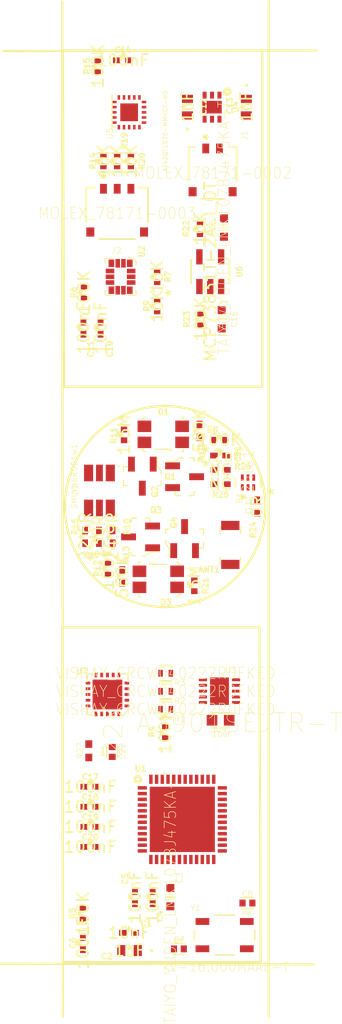
<source format=kicad_pcb>
(kicad_pcb (version 20171130) (host pcbnew "(5.0.0-3-g0214c9d)")

  (general
    (thickness 1.6)
    (drawings 13)
    (tracks 0)
    (zones 0)
    (modules 68)
    (nets 101)
  )

  (page A4)
  (layers
    (0 F.Cu signal)
    (1 In1.Cu signal)
    (2 In2.Cu signal)
    (31 B.Cu signal)
    (33 F.Adhes user)
    (35 F.Paste user)
    (37 F.SilkS user)
    (39 F.Mask user)
    (40 Dwgs.User user)
    (41 Cmts.User user)
    (42 Eco1.User user)
    (43 Eco2.User user)
    (44 Edge.Cuts user)
    (45 Margin user)
    (46 B.CrtYd user)
    (47 F.CrtYd user)
    (49 F.Fab user)
  )

  (setup
    (last_trace_width 0.25)
    (trace_clearance 0.2)
    (zone_clearance 0.508)
    (zone_45_only no)
    (trace_min 0.2)
    (segment_width 0.2)
    (edge_width 0.15)
    (via_size 0.8)
    (via_drill 0.4)
    (via_min_size 0.4)
    (via_min_drill 0.3)
    (uvia_size 0.3)
    (uvia_drill 0.1)
    (uvias_allowed no)
    (uvia_min_size 0.2)
    (uvia_min_drill 0.1)
    (pcb_text_width 0.3)
    (pcb_text_size 1.5 1.5)
    (mod_edge_width 0.15)
    (mod_text_size 1 1)
    (mod_text_width 0.15)
    (pad_size 1.524 1.524)
    (pad_drill 0.762)
    (pad_to_mask_clearance 0.2)
    (aux_axis_origin 0 0)
    (visible_elements FFFDF77F)
    (pcbplotparams
      (layerselection 0x010fc_ffffffff)
      (usegerberextensions false)
      (usegerberattributes false)
      (usegerberadvancedattributes false)
      (creategerberjobfile false)
      (excludeedgelayer true)
      (linewidth 0.100000)
      (plotframeref false)
      (viasonmask false)
      (mode 1)
      (useauxorigin false)
      (hpglpennumber 1)
      (hpglpenspeed 20)
      (hpglpendiameter 15.000000)
      (psnegative false)
      (psa4output false)
      (plotreference true)
      (plotvalue true)
      (plotinvisibletext false)
      (padsonsilk false)
      (subtractmaskfromsilk false)
      (outputformat 1)
      (mirror false)
      (drillshape 1)
      (scaleselection 1)
      (outputdirectory ""))
  )

  (net 0 "")
  (net 1 "Net-(ANT1-Pad1)")
  (net 2 "Net-(ANT1-Pad2)")
  (net 3 "Net-(B1-Pad1)")
  (net 4 GND)
  (net 5 ANT2)
  (net 6 ANT1)
  (net 7 VDD_PA)
  (net 8 "Net-(B1-Pad6)")
  (net 9 +3V3)
  (net 10 MCU_X1_16MHZ)
  (net 11 MCU_X2_16MHZ)
  (net 12 +BATT)
  (net 13 "Net-(C15-Pad1)")
  (net 14 "Net-(C22-Pad1)")
  (net 15 "Net-(D1-PadA)")
  (net 16 "Net-(D2-Pad6)")
  (net 17 "Net-(D2-Pad4)")
  (net 18 "Net-(D2-Pad5)")
  (net 19 "Net-(D3-PadA)")
  (net 20 "Net-(J1-Pad3)")
  (net 21 "Net-(J1-Pad4)")
  (net 22 "Net-(J2-Pad5)")
  (net 23 "Net-(J2-Pad4)")
  (net 24 "Net-(J2-Pad1)")
  (net 25 "Net-(J2-Pad2)")
  (net 26 "Net-(J2-Pad3)")
  (net 27 "Net-(Q1-Pad1)")
  (net 28 PHOTODIODE_1)
  (net 29 "Net-(Q3-Pad1)")
  (net 30 PHOTODIODE_2)
  (net 31 "Net-(P1-Pad2)")
  (net 32 SWDIO)
  (net 33 NRST)
  (net 34 "Net-(P1-Pad3)")
  (net 35 "Net-(P1-Pad4)")
  (net 36 SWCLK)
  (net 37 "Net-(R27-Pad2)")
  (net 38 "Net-(U1-Pad2)")
  (net 39 "Net-(U1-Pad3)")
  (net 40 "Net-(U1-Pad4)")
  (net 41 NSRT)
  (net 42 MOTOR_CONTROL1)
  (net 43 MOTOR_CONTROL2)
  (net 44 MOTOR_CONTROL3)
  (net 45 MOTOR_CONTROL4)
  (net 46 CSN)
  (net 47 SCK)
  (net 48 MISO)
  (net 49 MOSI)
  (net 50 RADIO_CE)
  (net 51 TOUCH_CHG)
  (net 52 SCL)
  (net 53 SDA)
  (net 54 IMU_INT)
  (net 55 CHARGING)
  (net 56 "Net-(U1-Pad27)")
  (net 57 "Net-(U1-Pad28)")
  (net 58 RADIO_CLK)
  (net 59 RGBLED3)
  (net 60 RGBLED1)
  (net 61 RGBLED2)
  (net 62 "Net-(U1-Pad33)")
  (net 63 "Net-(U1-Pad35)")
  (net 64 "Net-(U1-Pad36)")
  (net 65 RADIO_IRQ)
  (net 66 "Net-(U1-Pad39)")
  (net 67 IO1)
  (net 68 IO2)
  (net 69 "Net-(R4-Pad1)")
  (net 70 "Net-(U1-Pad45)")
  (net 71 "Net-(P3-Pad2)")
  (net 72 "Net-(P3-Pad1)")
  (net 73 "Net-(P2-Pad2)")
  (net 74 "Net-(P2-Pad1)")
  (net 75 "Net-(U3-Pad11)")
  (net 76 "Net-(U4-Pad2)")
  (net 77 "Net-(U4-Pad5)")
  (net 78 "Net-(U4-Pad7)")
  (net 79 "Net-(U7-Pad9)")
  (net 80 "Net-(Y1-Pad4)")
  (net 81 "Net-(Y1-Pad2)")
  (net 82 "Net-(R14-Pad1)")
  (net 83 ~TOUCH_CHG~)
  (net 84 "Net-(R19-Pad1)")
  (net 85 "Net-(R20-Pad1)")
  (net 86 Charging)
  (net 87 "Net-(U2-Pad11)")
  (net 88 "Net-(U2-Pad10)")
  (net 89 "Net-(U2-Pad9)")
  (net 90 "Net-(R22-Pad2)")
  (net 91 "Net-(U5-Pad6)")
  (net 92 "Net-(U5-Pad10)")
  (net 93 "Net-(U5-Pad20)")
  (net 94 "Net-(U5-Pad16)")
  (net 95 "Net-(U5-Pad1)")
  (net 96 "Net-(U5-Pad5)")
  (net 97 "Net-(U5-Pad19)")
  (net 98 "Net-(U5-Pad17)")
  (net 99 "Net-(U5-Pad18)")
  (net 100 "Net-(U5-Pad7)")

  (net_class Default "This is the default net class."
    (clearance 0.2)
    (trace_width 0.25)
    (via_dia 0.8)
    (via_drill 0.4)
    (uvia_dia 0.3)
    (uvia_drill 0.1)
    (add_net +3V3)
    (add_net +BATT)
    (add_net ANT1)
    (add_net ANT2)
    (add_net CHARGING)
    (add_net CSN)
    (add_net Charging)
    (add_net GND)
    (add_net IMU_INT)
    (add_net IO1)
    (add_net IO2)
    (add_net MCU_X1_16MHZ)
    (add_net MCU_X2_16MHZ)
    (add_net MISO)
    (add_net MOSI)
    (add_net MOTOR_CONTROL1)
    (add_net MOTOR_CONTROL2)
    (add_net MOTOR_CONTROL3)
    (add_net MOTOR_CONTROL4)
    (add_net NRST)
    (add_net NSRT)
    (add_net "Net-(ANT1-Pad1)")
    (add_net "Net-(ANT1-Pad2)")
    (add_net "Net-(B1-Pad1)")
    (add_net "Net-(B1-Pad6)")
    (add_net "Net-(C15-Pad1)")
    (add_net "Net-(C22-Pad1)")
    (add_net "Net-(D1-PadA)")
    (add_net "Net-(D2-Pad4)")
    (add_net "Net-(D2-Pad5)")
    (add_net "Net-(D2-Pad6)")
    (add_net "Net-(D3-PadA)")
    (add_net "Net-(J1-Pad3)")
    (add_net "Net-(J1-Pad4)")
    (add_net "Net-(J2-Pad1)")
    (add_net "Net-(J2-Pad2)")
    (add_net "Net-(J2-Pad3)")
    (add_net "Net-(J2-Pad4)")
    (add_net "Net-(J2-Pad5)")
    (add_net "Net-(P1-Pad2)")
    (add_net "Net-(P1-Pad3)")
    (add_net "Net-(P1-Pad4)")
    (add_net "Net-(P2-Pad1)")
    (add_net "Net-(P2-Pad2)")
    (add_net "Net-(P3-Pad1)")
    (add_net "Net-(P3-Pad2)")
    (add_net "Net-(Q1-Pad1)")
    (add_net "Net-(Q3-Pad1)")
    (add_net "Net-(R14-Pad1)")
    (add_net "Net-(R19-Pad1)")
    (add_net "Net-(R20-Pad1)")
    (add_net "Net-(R22-Pad2)")
    (add_net "Net-(R27-Pad2)")
    (add_net "Net-(R4-Pad1)")
    (add_net "Net-(U1-Pad2)")
    (add_net "Net-(U1-Pad27)")
    (add_net "Net-(U1-Pad28)")
    (add_net "Net-(U1-Pad3)")
    (add_net "Net-(U1-Pad33)")
    (add_net "Net-(U1-Pad35)")
    (add_net "Net-(U1-Pad36)")
    (add_net "Net-(U1-Pad39)")
    (add_net "Net-(U1-Pad4)")
    (add_net "Net-(U1-Pad45)")
    (add_net "Net-(U2-Pad10)")
    (add_net "Net-(U2-Pad11)")
    (add_net "Net-(U2-Pad9)")
    (add_net "Net-(U3-Pad11)")
    (add_net "Net-(U4-Pad2)")
    (add_net "Net-(U4-Pad5)")
    (add_net "Net-(U4-Pad7)")
    (add_net "Net-(U5-Pad1)")
    (add_net "Net-(U5-Pad10)")
    (add_net "Net-(U5-Pad16)")
    (add_net "Net-(U5-Pad17)")
    (add_net "Net-(U5-Pad18)")
    (add_net "Net-(U5-Pad19)")
    (add_net "Net-(U5-Pad20)")
    (add_net "Net-(U5-Pad5)")
    (add_net "Net-(U5-Pad6)")
    (add_net "Net-(U5-Pad7)")
    (add_net "Net-(U7-Pad9)")
    (add_net "Net-(Y1-Pad2)")
    (add_net "Net-(Y1-Pad4)")
    (add_net PHOTODIODE_1)
    (add_net PHOTODIODE_2)
    (add_net RADIO_CE)
    (add_net RADIO_CLK)
    (add_net RADIO_IRQ)
    (add_net RGBLED1)
    (add_net RGBLED2)
    (add_net RGBLED3)
    (add_net SCK)
    (add_net SCL)
    (add_net SDA)
    (add_net SWCLK)
    (add_net SWDIO)
    (add_net TOUCH_CHG)
    (add_net VDD_PA)
    (add_net ~TOUCH_CHG~)
  )

  (module AT42QT1070-MMHCT-ND:VQFN_20PAD (layer F.Cu) (tedit 5BCF9D5C) (tstamp 5BD09DEB)
    (at 219.2 75.3 90)
    (path /5C2F3CED)
    (attr smd)
    (fp_text reference U5 (at -1.85 -1.7 90) (layer F.SilkS)
      (effects (font (size 0.5 0.5) (thickness 0.05)))
    )
    (fp_text value AT42QT1070-MMHCT-ND (at -1.63183 3.15614 90) (layer F.SilkS)
      (effects (font (size 0.377296 0.377296) (thickness 0.05)))
    )
    (fp_circle (center -1.3 -1.3) (end -1.2 -1.3) (layer F.SilkS) (width 0))
    (fp_line (start 1.5 -1.5) (end 1.5 1.5) (layer F.SilkS) (width 0.01))
    (fp_line (start -1.5 -1.5) (end 1.5 -1.5) (layer F.SilkS) (width 0))
    (fp_line (start -1.5 1.5) (end -1.5 -1.5) (layer F.SilkS) (width 0.01))
    (fp_line (start 1.5 1.5) (end -1.5 1.5) (layer F.SilkS) (width 0.01))
    (fp_poly (pts (xy 0.775 -0.775) (xy -0.598225 -0.775) (xy -0.775 -0.598225) (xy -0.775 0.775)
      (xy 0.775 0.775)) (layer Dwgs.User) (width 0))
    (fp_poly (pts (xy -0.79 1.5) (xy -0.79 1.1) (xy -0.89 1.1) (xy -1.01 1.29)
      (xy -1.01 1.5)) (layer Dwgs.User) (width 0))
    (fp_poly (pts (xy 0.79 -1.5) (xy 0.79 -1.1) (xy 0.89 -1.1) (xy 1.01 -1.29)
      (xy 1.01 -1.5)) (layer Dwgs.User) (width 0))
    (fp_poly (pts (xy 1.5 0.79) (xy 1.1 0.79) (xy 1.1 0.89) (xy 1.29 1.01)
      (xy 1.5 1.01)) (layer Dwgs.User) (width 0))
    (fp_poly (pts (xy -1.5 -0.79) (xy -1.1 -0.79) (xy -1.1 -0.89) (xy -1.29 -1.01)
      (xy -1.5 -1.01)) (layer Dwgs.User) (width 0))
    (fp_poly (pts (xy 0.79 1.5) (xy 0.79 1.1) (xy 0.89 1.1) (xy 1.01 1.29)
      (xy 1.01 1.5)) (layer Dwgs.User) (width 0))
    (fp_poly (pts (xy -0.79 -1.5) (xy -0.79 -1.1) (xy -0.89 -1.1) (xy -1.01 -1.29)
      (xy -1.01 -1.5)) (layer Dwgs.User) (width 0))
    (fp_poly (pts (xy -1.5 0.79) (xy -1.1 0.79) (xy -1.1 0.89) (xy -1.29 1.01)
      (xy -1.5 1.01)) (layer Dwgs.User) (width 0))
    (fp_poly (pts (xy 1.5 -0.79) (xy 1.1 -0.79) (xy 1.1 -0.89) (xy 1.29 -1.01)
      (xy 1.5 -1.01)) (layer Dwgs.User) (width 0))
    (pad GND smd rect (at 0 0 270) (size 1.55 1.55) (layers F.Cu F.Paste F.Mask))
    (pad 6 smd rect (at -0.9 1.3) (size 0.4 0.22) (layers F.Cu F.Paste F.Mask)
      (net 91 "Net-(U5-Pad6)"))
    (pad 10 smd rect (at 0.9 1.3) (size 0.4 0.22) (layers F.Cu F.Paste F.Mask)
      (net 92 "Net-(U5-Pad10)"))
    (pad 20 smd rect (at -0.9 -1.3) (size 0.4 0.22) (layers F.Cu F.Paste F.Mask)
      (net 93 "Net-(U5-Pad20)"))
    (pad 16 smd rect (at 0.9 -1.3) (size 0.4 0.22) (layers F.Cu F.Paste F.Mask)
      (net 94 "Net-(U5-Pad16)"))
    (pad 1 smd rect (at -1.3 -0.9 270) (size 0.4 0.22) (layers F.Cu F.Paste F.Mask)
      (net 95 "Net-(U5-Pad1)"))
    (pad 15 smd rect (at 1.3 -0.9 270) (size 0.4 0.22) (layers F.Cu F.Paste F.Mask)
      (net 52 SCL))
    (pad 5 smd rect (at -1.3 0.9 270) (size 0.4 0.22) (layers F.Cu F.Paste F.Mask)
      (net 96 "Net-(U5-Pad5)"))
    (pad 11 smd rect (at 1.3 0.9 270) (size 0.4 0.22) (layers F.Cu F.Paste F.Mask)
      (net 4 GND))
    (pad 19 smd rect (at -0.45 -1.3) (size 0.4 0.22) (layers F.Cu F.Paste F.Mask)
      (net 97 "Net-(U5-Pad19)"))
    (pad 17 smd rect (at 0.45 -1.3) (size 0.4 0.22) (layers F.Cu F.Paste F.Mask)
      (net 98 "Net-(U5-Pad17)"))
    (pad 18 smd rect (at 0 -1.3) (size 0.4 0.22) (layers F.Cu F.Paste F.Mask)
      (net 99 "Net-(U5-Pad18)"))
    (pad 7 smd rect (at -0.45 1.3) (size 0.4 0.22) (layers F.Cu F.Paste F.Mask)
      (net 100 "Net-(U5-Pad7)"))
    (pad 9 smd rect (at 0.45 1.3) (size 0.4 0.22) (layers F.Cu F.Paste F.Mask)
      (net 9 +3V3))
    (pad 8 smd rect (at 0 1.3) (size 0.4 0.22) (layers F.Cu F.Paste F.Mask)
      (net 4 GND))
    (pad 2 smd rect (at -1.3 -0.45 270) (size 0.4 0.22) (layers F.Cu F.Paste F.Mask)
      (net 85 "Net-(R20-Pad1)"))
    (pad 4 smd rect (at -1.3 0.45 270) (size 0.4 0.22) (layers F.Cu F.Paste F.Mask)
      (net 82 "Net-(R14-Pad1)"))
    (pad 3 smd rect (at -1.3 0 270) (size 0.4 0.22) (layers F.Cu F.Paste F.Mask)
      (net 84 "Net-(R19-Pad1)"))
    (pad 14 smd rect (at 1.3 -0.45 270) (size 0.4 0.22) (layers F.Cu F.Paste F.Mask)
      (net 83 ~TOUCH_CHG~))
    (pad 12 smd rect (at 1.3 0.45 270) (size 0.4 0.22) (layers F.Cu F.Paste F.Mask)
      (net 53 SDA))
    (pad 13 smd rect (at 1.3 0 270) (size 0.4 0.22) (layers F.Cu F.Paste F.Mask)
      (net 9 +3V3))
  )

  (module 10uF:CAPC1608X9N (layer F.Cu) (tedit 0) (tstamp 5BD02C8E)
    (at 227.2 128.35)
    (path /5C87B1FB)
    (attr smd)
    (fp_text reference C9 (at 0.044623 0.817845) (layer F.SilkS)
      (effects (font (size 0.480732 0.480732) (thickness 0.05)))
    )
    (fp_text value 10uF (at 0.12711 1.22026) (layer F.SilkS)
      (effects (font (size 0.480416 0.480416) (thickness 0.05)))
    )
    (fp_line (start -1.47 0.72) (end -1.47 -0.72) (layer Eco1.User) (width 0.05))
    (fp_line (start 1.47 0.72) (end -1.47 0.72) (layer Eco1.User) (width 0.05))
    (fp_line (start 1.47 -0.72) (end 1.47 0.72) (layer Eco1.User) (width 0.05))
    (fp_line (start -1.47 -0.72) (end 1.47 -0.72) (layer Eco1.User) (width 0.05))
    (fp_line (start -0.8 0.645) (end 0.8 0.645) (layer F.SilkS) (width 0.127))
    (fp_line (start -0.8 -0.645) (end 0.8 -0.645) (layer F.SilkS) (width 0.127))
    (fp_line (start 0.85 0.45) (end -0.85 0.45) (layer Dwgs.User) (width 0.127))
    (fp_line (start 0.85 -0.45) (end 0.85 0.45) (layer Dwgs.User) (width 0.127))
    (fp_line (start -0.85 -0.45) (end 0.85 -0.45) (layer Dwgs.User) (width 0.127))
    (fp_line (start -0.85 0.45) (end -0.85 -0.45) (layer Dwgs.User) (width 0.127))
    (pad 2 smd rect (at 0.75 0) (size 0.93 0.93) (layers F.Cu F.Paste F.Mask)
      (net 4 GND))
    (pad 1 smd rect (at -0.75 0) (size 0.93 0.93) (layers F.Cu F.Paste F.Mask)
      (net 9 +3V3))
  )

  (module 1uF:0603ZD105KAT2A (layer F.Cu) (tedit 5BCF9A75) (tstamp 5BD02C44)
    (at 224.3 74.85 90)
    (path /5BCEE5F0)
    (fp_text reference C12 (at 0.05 1.4 90) (layer F.SilkS)
      (effects (font (size 0.5 0.5) (thickness 0.125)))
    )
    (fp_text value 1uF (at 0 0 90) (layer F.SilkS)
      (effects (font (size 1 1) (thickness 0.15)))
    )
    (fp_circle (center -1.9177 0) (end -1.8415 0) (layer F.SilkS) (width 0.1524))
    (fp_circle (center -0.5969 0) (end -0.5207 0) (layer F.Fab) (width 0.1524))
    (fp_line (start 1.3335 0.7366) (end -1.3335 0.7366) (layer F.CrtYd) (width 0.1524))
    (fp_line (start 1.3335 -0.7366) (end 1.3335 0.7366) (layer F.CrtYd) (width 0.1524))
    (fp_line (start -1.3335 -0.7366) (end 1.3335 -0.7366) (layer F.CrtYd) (width 0.1524))
    (fp_line (start -1.3335 0.7366) (end -1.3335 -0.7366) (layer F.CrtYd) (width 0.1524))
    (fp_line (start -0.8763 -0.4826) (end -0.8763 0.4826) (layer F.Fab) (width 0.1524))
    (fp_line (start 0.8763 -0.4826) (end -0.8763 -0.4826) (layer F.Fab) (width 0.1524))
    (fp_line (start 0.8763 0.4826) (end 0.8763 -0.4826) (layer F.Fab) (width 0.1524))
    (fp_line (start -0.8763 0.4826) (end 0.8763 0.4826) (layer F.Fab) (width 0.1524))
    (fp_line (start 0.8763 -0.4826) (end 0.3683 -0.4826) (layer F.Fab) (width 0.1524))
    (fp_line (start 0.8763 0.4826) (end 0.8763 -0.4826) (layer F.Fab) (width 0.1524))
    (fp_line (start 0.3683 0.4826) (end 0.8763 0.4826) (layer F.Fab) (width 0.1524))
    (fp_line (start 0.3683 -0.4826) (end 0.3683 0.4826) (layer F.Fab) (width 0.1524))
    (fp_line (start -0.8763 0.4826) (end -0.3683 0.4826) (layer F.Fab) (width 0.1524))
    (fp_line (start -0.8763 -0.4826) (end -0.8763 0.4826) (layer F.Fab) (width 0.1524))
    (fp_line (start -0.3683 -0.4826) (end -0.8763 -0.4826) (layer F.Fab) (width 0.1524))
    (fp_line (start -0.3683 0.4826) (end -0.3683 -0.4826) (layer F.Fab) (width 0.1524))
    (fp_text user * (at 0 0 90) (layer F.Fab)
      (effects (font (size 1 1) (thickness 0.15)))
    )
    (fp_text user * (at 0 0 90) (layer F.SilkS)
      (effects (font (size 1 1) (thickness 0.15)))
    )
    (fp_text user "Copyright 2016 Accelerated Designs. All rights reserved." (at 0 0 90) (layer Cmts.User)
      (effects (font (size 0.127 0.127) (thickness 0.002)))
    )
    (pad 2 smd rect (at 0.7239 0 90) (size 0.7112 0.9652) (layers F.Cu F.Paste F.Mask)
      (net 4 GND))
    (pad 1 smd rect (at -0.7239 0 90) (size 0.7112 0.9652) (layers F.Cu F.Paste F.Mask)
      (net 12 +BATT))
  )

  (module 1uF:0603ZD105KAT2A (layer F.Cu) (tedit 5BCF96EC) (tstamp 5BD02C2A)
    (at 219.23206 148.446697 180)
    (path /5BD3EEE1)
    (fp_text reference C2 (at 1.98206 -0.503303 180) (layer F.SilkS)
      (effects (font (size 0.5 0.5) (thickness 0.125)))
    )
    (fp_text value 1uF (at 0 0 180) (layer F.SilkS)
      (effects (font (size 1 1) (thickness 0.15)))
    )
    (fp_circle (center -1.9177 0) (end -1.8415 0) (layer F.SilkS) (width 0.1524))
    (fp_circle (center -0.5969 0) (end -0.5207 0) (layer F.Fab) (width 0.1524))
    (fp_line (start 1.3335 0.7366) (end -1.3335 0.7366) (layer F.CrtYd) (width 0.1524))
    (fp_line (start 1.3335 -0.7366) (end 1.3335 0.7366) (layer F.CrtYd) (width 0.1524))
    (fp_line (start -1.3335 -0.7366) (end 1.3335 -0.7366) (layer F.CrtYd) (width 0.1524))
    (fp_line (start -1.3335 0.7366) (end -1.3335 -0.7366) (layer F.CrtYd) (width 0.1524))
    (fp_line (start -0.8763 -0.4826) (end -0.8763 0.4826) (layer F.Fab) (width 0.1524))
    (fp_line (start 0.8763 -0.4826) (end -0.8763 -0.4826) (layer F.Fab) (width 0.1524))
    (fp_line (start 0.8763 0.4826) (end 0.8763 -0.4826) (layer F.Fab) (width 0.1524))
    (fp_line (start -0.8763 0.4826) (end 0.8763 0.4826) (layer F.Fab) (width 0.1524))
    (fp_line (start 0.8763 -0.4826) (end 0.3683 -0.4826) (layer F.Fab) (width 0.1524))
    (fp_line (start 0.8763 0.4826) (end 0.8763 -0.4826) (layer F.Fab) (width 0.1524))
    (fp_line (start 0.3683 0.4826) (end 0.8763 0.4826) (layer F.Fab) (width 0.1524))
    (fp_line (start 0.3683 -0.4826) (end 0.3683 0.4826) (layer F.Fab) (width 0.1524))
    (fp_line (start -0.8763 0.4826) (end -0.3683 0.4826) (layer F.Fab) (width 0.1524))
    (fp_line (start -0.8763 -0.4826) (end -0.8763 0.4826) (layer F.Fab) (width 0.1524))
    (fp_line (start -0.3683 -0.4826) (end -0.8763 -0.4826) (layer F.Fab) (width 0.1524))
    (fp_line (start -0.3683 0.4826) (end -0.3683 -0.4826) (layer F.Fab) (width 0.1524))
    (fp_text user * (at 0 0 180) (layer F.Fab)
      (effects (font (size 1 1) (thickness 0.15)))
    )
    (fp_text user * (at 0 0 180) (layer F.SilkS)
      (effects (font (size 1 1) (thickness 0.15)))
    )
    (fp_text user "Copyright 2016 Accelerated Designs. All rights reserved." (at 0 0 180) (layer Cmts.User)
      (effects (font (size 0.127 0.127) (thickness 0.002)))
    )
    (pad 2 smd rect (at 0.7239 0 180) (size 0.7112 0.9652) (layers F.Cu F.Paste F.Mask)
      (net 4 GND))
    (pad 1 smd rect (at -0.7239 0 180) (size 0.7112 0.9652) (layers F.Cu F.Paste F.Mask)
      (net 9 +3V3))
  )

  (module 1uF:0603ZD105KAT2A (layer F.Cu) (tedit 5BCF9A7F) (tstamp 5BD02C10)
    (at 229.45 74.85 270)
    (path /5BCEB291)
    (fp_text reference C13 (at -0.109066 1.444024 270) (layer F.SilkS)
      (effects (font (size 0.5 0.5) (thickness 0.125)))
    )
    (fp_text value 1uF (at 0 0 270) (layer F.SilkS)
      (effects (font (size 1 1) (thickness 0.15)))
    )
    (fp_circle (center -1.9177 0) (end -1.8415 0) (layer F.SilkS) (width 0.1524))
    (fp_circle (center -0.5969 0) (end -0.5207 0) (layer F.Fab) (width 0.1524))
    (fp_line (start 1.3335 0.7366) (end -1.3335 0.7366) (layer F.CrtYd) (width 0.1524))
    (fp_line (start 1.3335 -0.7366) (end 1.3335 0.7366) (layer F.CrtYd) (width 0.1524))
    (fp_line (start -1.3335 -0.7366) (end 1.3335 -0.7366) (layer F.CrtYd) (width 0.1524))
    (fp_line (start -1.3335 0.7366) (end -1.3335 -0.7366) (layer F.CrtYd) (width 0.1524))
    (fp_line (start -0.8763 -0.4826) (end -0.8763 0.4826) (layer F.Fab) (width 0.1524))
    (fp_line (start 0.8763 -0.4826) (end -0.8763 -0.4826) (layer F.Fab) (width 0.1524))
    (fp_line (start 0.8763 0.4826) (end 0.8763 -0.4826) (layer F.Fab) (width 0.1524))
    (fp_line (start -0.8763 0.4826) (end 0.8763 0.4826) (layer F.Fab) (width 0.1524))
    (fp_line (start 0.8763 -0.4826) (end 0.3683 -0.4826) (layer F.Fab) (width 0.1524))
    (fp_line (start 0.8763 0.4826) (end 0.8763 -0.4826) (layer F.Fab) (width 0.1524))
    (fp_line (start 0.3683 0.4826) (end 0.8763 0.4826) (layer F.Fab) (width 0.1524))
    (fp_line (start 0.3683 -0.4826) (end 0.3683 0.4826) (layer F.Fab) (width 0.1524))
    (fp_line (start -0.8763 0.4826) (end -0.3683 0.4826) (layer F.Fab) (width 0.1524))
    (fp_line (start -0.8763 -0.4826) (end -0.8763 0.4826) (layer F.Fab) (width 0.1524))
    (fp_line (start -0.3683 -0.4826) (end -0.8763 -0.4826) (layer F.Fab) (width 0.1524))
    (fp_line (start -0.3683 0.4826) (end -0.3683 -0.4826) (layer F.Fab) (width 0.1524))
    (fp_text user * (at 0 0 270) (layer F.Fab)
      (effects (font (size 1 1) (thickness 0.15)))
    )
    (fp_text user * (at 0 0 270) (layer F.SilkS)
      (effects (font (size 1 1) (thickness 0.15)))
    )
    (fp_text user "Copyright 2016 Accelerated Designs. All rights reserved." (at 0 0 270) (layer Cmts.User)
      (effects (font (size 0.127 0.127) (thickness 0.002)))
    )
    (pad 2 smd rect (at 0.7239 0 270) (size 0.7112 0.9652) (layers F.Cu F.Paste F.Mask)
      (net 4 GND))
    (pad 1 smd rect (at -0.7239 0 270) (size 0.7112 0.9652) (layers F.Cu F.Paste F.Mask)
      (net 9 +3V3))
  )

  (module 33nF:CAPC1005X55N (layer F.Cu) (tedit 5BCF9458) (tstamp 5BD02ABD)
    (at 217.718104 131.114499 270)
    (path /5C7B126D)
    (attr smd)
    (fp_text reference C22 (at -0.064499 -0.881896 270) (layer F.SilkS)
      (effects (font (size 0.5 0.5) (thickness 0.05)))
    )
    (fp_text value 33nF (at -0.038286 0.854076 270) (layer F.SilkS)
      (effects (font (size 0.241833 0.241833) (thickness 0.05)))
    )
    (fp_line (start 0.85 0.54) (end 0.85 -0.54) (layer Eco1.User) (width 0.05))
    (fp_line (start -0.85 0.54) (end 0.85 0.54) (layer Eco1.User) (width 0.05))
    (fp_line (start -0.85 -0.54) (end -0.85 0.54) (layer Eco1.User) (width 0.05))
    (fp_line (start 0.85 -0.54) (end -0.85 -0.54) (layer Eco1.User) (width 0.05))
    (fp_line (start -0.5 0.48) (end 0.5 0.48) (layer F.SilkS) (width 0.127))
    (fp_line (start 0.5 -0.48) (end -0.5 -0.48) (layer F.SilkS) (width 0.127))
    (fp_line (start 0.53 0.28) (end 0.53 -0.28) (layer Dwgs.User) (width 0.127))
    (fp_line (start -0.53 0.28) (end 0.53 0.28) (layer Dwgs.User) (width 0.127))
    (fp_line (start -0.53 -0.28) (end -0.53 0.28) (layer Dwgs.User) (width 0.127))
    (fp_line (start 0.53 -0.28) (end -0.53 -0.28) (layer Dwgs.User) (width 0.127))
    (pad 2 smd rect (at 0.43 0) (size 0.6 0.54) (layers F.Cu F.Paste F.Mask)
      (net 4 GND))
    (pad 1 smd rect (at -0.43 0) (size 0.6 0.54) (layers F.Cu F.Paste F.Mask)
      (net 14 "Net-(C22-Pad1)"))
  )

  (module JOHANSON_2450BM14A0002T:JOHANSON_2450BM14A0002T_0 (layer F.Cu) (tedit 5BCF9ACA) (tstamp 5BD029AB)
    (at 229.6 107.6 90)
    (descr "2.45 GHz Impedance Matched Balun-Filter")
    (path /5BCCE6A6)
    (attr smd)
    (fp_text reference B1 (at -1.35 -0.75 90) (layer F.SilkS)
      (effects (font (size 0.5 0.5) (thickness 0.05)))
    )
    (fp_text value nrf24l01 (at 0 0 90) (layer F.SilkS)
      (effects (font (size 1 0.9) (thickness 0.05)))
    )
    (fp_circle (center -1.275 -0.5) (end -1.025 -0.5) (layer F.SilkS) (width 0))
    (fp_line (start 0.8 0.95) (end -0.8 0.95) (layer Dwgs.User) (width 0.1))
    (fp_line (start 0.8 -0.95) (end 0.8 0.95) (layer Dwgs.User) (width 0.1))
    (fp_line (start -0.8 -0.95) (end 0.8 -0.95) (layer Dwgs.User) (width 0.1))
    (fp_line (start -0.8 0.95) (end -0.8 -0.95) (layer Dwgs.User) (width 0.1))
    (fp_line (start -0.4 1.1) (end 0.4 1.1) (layer F.SilkS) (width 0.15))
    (fp_line (start -0.4 -1.1) (end 0.4 -1.1) (layer F.SilkS) (width 0.15))
    (fp_line (start 0.4 0.8) (end -0.4 0.8) (layer Dwgs.User) (width 0.15))
    (fp_line (start 0.4 -0.8) (end 0.4 0.8) (layer Dwgs.User) (width 0.15))
    (fp_line (start -0.4 -0.8) (end 0.4 -0.8) (layer Dwgs.User) (width 0.15))
    (fp_line (start -0.4 0.8) (end -0.4 -0.8) (layer Dwgs.User) (width 0.15))
    (pad 6 smd rect (at 0.425 -0.5 90) (size 0.55 0.25) (layers F.Cu F.Paste F.Mask)
      (net 8 "Net-(B1-Pad6)"))
    (pad 5 smd rect (at 0.425 0 90) (size 0.55 0.25) (layers F.Cu F.Paste F.Mask)
      (net 7 VDD_PA))
    (pad 4 smd rect (at 0.425 0.5 90) (size 0.55 0.25) (layers F.Cu F.Paste F.Mask)
      (net 6 ANT1))
    (pad 3 smd rect (at -0.425 0.5 90) (size 0.55 0.25) (layers F.Cu F.Paste F.Mask)
      (net 5 ANT2))
    (pad 2 smd rect (at -0.425 0 90) (size 0.55 0.25) (layers F.Cu F.Paste F.Mask)
      (net 4 GND))
    (pad 1 smd rect (at -0.425 -0.5 90) (size 0.55 0.25) (layers F.Cu F.Paste F.Mask)
      (net 3 "Net-(B1-Pad1)"))
  )

  (module 22pf_GRM1555C1H220JA01D:CAPC1005X55N (layer F.Cu) (tedit 5BCF95D5) (tstamp 5BCED4DD)
    (at 223.55 148.3 180)
    (path /5BDAB652)
    (attr smd)
    (fp_text reference C7 (at 0 0.8 180) (layer F.SilkS)
      (effects (font (size 0.5 0.5) (thickness 0.05)))
    )
    (fp_text value 22pF (at -0.038151 0.851042 180) (layer F.SilkS)
      (effects (font (size 0.240973 0.240973) (thickness 0.05)))
    )
    (fp_line (start 0.85 0.54) (end 0.85 -0.54) (layer Eco1.User) (width 0.05))
    (fp_line (start -0.85 0.54) (end 0.85 0.54) (layer Eco1.User) (width 0.05))
    (fp_line (start -0.85 -0.54) (end -0.85 0.54) (layer Eco1.User) (width 0.05))
    (fp_line (start 0.85 -0.54) (end -0.85 -0.54) (layer Eco1.User) (width 0.05))
    (fp_line (start -0.5 0.48) (end 0.5 0.48) (layer F.SilkS) (width 0.127))
    (fp_line (start 0.5 -0.48) (end -0.5 -0.48) (layer F.SilkS) (width 0.127))
    (fp_line (start 0.53 0.28) (end 0.53 -0.28) (layer Dwgs.User) (width 0.127))
    (fp_line (start -0.53 0.28) (end 0.53 0.28) (layer Dwgs.User) (width 0.127))
    (fp_line (start -0.53 -0.28) (end -0.53 0.28) (layer Dwgs.User) (width 0.127))
    (fp_line (start 0.53 -0.28) (end -0.53 -0.28) (layer Dwgs.User) (width 0.127))
    (pad 2 smd rect (at 0.43 0 270) (size 0.6 0.54) (layers F.Cu F.Paste F.Mask)
      (net 4 GND))
    (pad 1 smd rect (at -0.43 0 270) (size 0.6 0.54) (layers F.Cu F.Paste F.Mask)
      (net 10 MCU_X1_16MHZ))
  )

  (module 22pf_GRM1555C1H220JA01D:CAPC1005X55N (layer F.Cu) (tedit 5BCF95DA) (tstamp 5BCED4BF)
    (at 229.55 144.3)
    (path /5BDAB751)
    (attr smd)
    (fp_text reference C8 (at 0 -0.8) (layer F.SilkS)
      (effects (font (size 0.5 0.5) (thickness 0.05)))
    )
    (fp_text value 22pF (at -0.038151 0.851042) (layer F.SilkS)
      (effects (font (size 0.240973 0.240973) (thickness 0.05)))
    )
    (fp_line (start 0.85 0.54) (end 0.85 -0.54) (layer Eco1.User) (width 0.05))
    (fp_line (start -0.85 0.54) (end 0.85 0.54) (layer Eco1.User) (width 0.05))
    (fp_line (start -0.85 -0.54) (end -0.85 0.54) (layer Eco1.User) (width 0.05))
    (fp_line (start 0.85 -0.54) (end -0.85 -0.54) (layer Eco1.User) (width 0.05))
    (fp_line (start -0.5 0.48) (end 0.5 0.48) (layer F.SilkS) (width 0.127))
    (fp_line (start 0.5 -0.48) (end -0.5 -0.48) (layer F.SilkS) (width 0.127))
    (fp_line (start 0.53 0.28) (end 0.53 -0.28) (layer Dwgs.User) (width 0.127))
    (fp_line (start -0.53 0.28) (end 0.53 0.28) (layer Dwgs.User) (width 0.127))
    (fp_line (start -0.53 -0.28) (end -0.53 0.28) (layer Dwgs.User) (width 0.127))
    (fp_line (start 0.53 -0.28) (end -0.53 -0.28) (layer Dwgs.User) (width 0.127))
    (pad 2 smd rect (at 0.43 0 90) (size 0.6 0.54) (layers F.Cu F.Paste F.Mask)
      (net 4 GND))
    (pad 1 smd rect (at -0.43 0 90) (size 0.6 0.54) (layers F.Cu F.Paste F.Mask)
      (net 11 MCU_X2_16MHZ))
  )

  (module TAIYO_YUDEN_LMK107BJ475KA-T:TAIYO_YUDEN_LMK107BJ475KA-T_0 (layer F.Cu) (tedit 5BCF9706) (tstamp 5BCE9DE9)
    (at 222.804577 143.786128 90)
    (descr "4.7µF ±10% 10V Ceramic Capacitor X5R 0603")
    (path /5BD4DCAA)
    (attr smd)
    (fp_text reference C3 (at 1.68206 0.796697 90) (layer F.SilkS)
      (effects (font (size 0.5 0.5) (thickness 0.05)))
    )
    (fp_text value TAIYO_YUDEN_LMK107BJ475KA-T (at 0 0 90) (layer F.SilkS)
      (effects (font (size 1 0.9) (thickness 0.05)))
    )
    (fp_line (start 0 0.4) (end 0 -0.4) (layer F.SilkS) (width 0.15))
    (fp_line (start 1.25 0.55) (end -1.25 0.55) (layer Dwgs.User) (width 0.1))
    (fp_line (start 1.25 -0.55) (end 1.25 0.55) (layer Dwgs.User) (width 0.1))
    (fp_line (start -1.25 -0.55) (end 1.25 -0.55) (layer Dwgs.User) (width 0.1))
    (fp_line (start -1.25 0.55) (end -1.25 -0.55) (layer Dwgs.User) (width 0.1))
    (fp_line (start 0.8 0.4) (end -0.8 0.4) (layer Dwgs.User) (width 0.15))
    (fp_line (start 0.8 -0.4) (end 0.8 0.4) (layer Dwgs.User) (width 0.15))
    (fp_line (start -0.8 -0.4) (end 0.8 -0.4) (layer Dwgs.User) (width 0.15))
    (fp_line (start -0.8 0.4) (end -0.8 -0.4) (layer Dwgs.User) (width 0.15))
    (pad 2 smd rect (at 0.8 0 90) (size 0.7 0.7) (layers F.Cu F.Paste F.Mask)
      (net 4 GND))
    (pad 1 smd rect (at -0.8 0 90) (size 0.7 0.7) (layers F.Cu F.Paste F.Mask)
      (net 9 +3V3))
  )

  (module TAIYO_YUDEN_LMK107BJ475KA-T:TAIYO_YUDEN_LMK107BJ475KA-T_0 (layer F.Cu) (tedit 5BCF9A1B) (tstamp 5BCE9E50)
    (at 227.494175 85.357976 90)
    (descr "4.7µF ±10% 10V Ceramic Capacitor X5R 0603")
    (path /5BD270CE)
    (attr smd)
    (fp_text reference C15 (at 0 -1 90) (layer F.SilkS)
      (effects (font (size 0.5 0.5) (thickness 0.05)))
    )
    (fp_text value TAIYO_YUDEN_LMK107BJ475KA-T (at 0 0 90) (layer F.SilkS)
      (effects (font (size 1 0.9) (thickness 0.05)))
    )
    (fp_line (start 0 0.4) (end 0 -0.4) (layer F.SilkS) (width 0.15))
    (fp_line (start 1.25 0.55) (end -1.25 0.55) (layer Dwgs.User) (width 0.1))
    (fp_line (start 1.25 -0.55) (end 1.25 0.55) (layer Dwgs.User) (width 0.1))
    (fp_line (start -1.25 -0.55) (end 1.25 -0.55) (layer Dwgs.User) (width 0.1))
    (fp_line (start -1.25 0.55) (end -1.25 -0.55) (layer Dwgs.User) (width 0.1))
    (fp_line (start 0.8 0.4) (end -0.8 0.4) (layer Dwgs.User) (width 0.15))
    (fp_line (start 0.8 -0.4) (end 0.8 0.4) (layer Dwgs.User) (width 0.15))
    (fp_line (start -0.8 -0.4) (end 0.8 -0.4) (layer Dwgs.User) (width 0.15))
    (fp_line (start -0.8 0.4) (end -0.8 -0.4) (layer Dwgs.User) (width 0.15))
    (pad 2 smd rect (at 0.8 0 90) (size 0.7 0.7) (layers F.Cu F.Paste F.Mask)
      (net 4 GND))
    (pad 1 smd rect (at -0.8 0 90) (size 0.7 0.7) (layers F.Cu F.Paste F.Mask)
      (net 13 "Net-(C15-Pad1)"))
  )

  (module TAIYO_YUDEN_LMK107BJ475KA-T:TAIYO_YUDEN_LMK107BJ475KA-T_0 (layer F.Cu) (tedit 5BCF9A26) (tstamp 5BCE9E5F)
    (at 227.294175 93.357976 270)
    (descr "4.7µF ±10% 10V Ceramic Capacitor X5R 0603")
    (path /5BD26EAB)
    (attr smd)
    (fp_text reference C16 (at 0 -1.1 270) (layer F.SilkS)
      (effects (font (size 0.5 0.5) (thickness 0.05)))
    )
    (fp_text value Taiyo (at 0 0 270) (layer F.SilkS)
      (effects (font (size 1 0.9) (thickness 0.05)))
    )
    (fp_line (start 0 0.4) (end 0 -0.4) (layer F.SilkS) (width 0.15))
    (fp_line (start 1.25 0.55) (end -1.25 0.55) (layer Dwgs.User) (width 0.1))
    (fp_line (start 1.25 -0.55) (end 1.25 0.55) (layer Dwgs.User) (width 0.1))
    (fp_line (start -1.25 -0.55) (end 1.25 -0.55) (layer Dwgs.User) (width 0.1))
    (fp_line (start -1.25 0.55) (end -1.25 -0.55) (layer Dwgs.User) (width 0.1))
    (fp_line (start 0.8 0.4) (end -0.8 0.4) (layer Dwgs.User) (width 0.15))
    (fp_line (start 0.8 -0.4) (end 0.8 0.4) (layer Dwgs.User) (width 0.15))
    (fp_line (start -0.8 -0.4) (end 0.8 -0.4) (layer Dwgs.User) (width 0.15))
    (fp_line (start -0.8 0.4) (end -0.8 -0.4) (layer Dwgs.User) (width 0.15))
    (pad 2 smd rect (at 0.8 0 270) (size 0.7 0.7) (layers F.Cu F.Paste F.Mask)
      (net 4 GND))
    (pad 1 smd rect (at -0.8 0 270) (size 0.7 0.7) (layers F.Cu F.Paste F.Mask)
      (net 12 +BATT))
  )

  (module SMLVN6RGB1W1:LED310X280X60-6N (layer F.Cu) (tedit 5BCF9AFE) (tstamp 5BCE9EA3)
    (at 216.6 108.298309 270)
    (path /5C1560B4)
    (attr smd)
    (fp_text reference D2 (at -0.098309 2.119884 270) (layer F.SilkS)
      (effects (font (size 0.5 0.5) (thickness 0.05)))
    )
    (fp_text value SMLVN6RGB1W1 (at -1.22656 2.19618 270) (layer F.SilkS)
      (effects (font (size 0.480216 0.480216) (thickness 0.05)))
    )
    (fp_line (start -2.75 1.75) (end -2.75 -2) (layer Eco1.User) (width 0.127))
    (fp_line (start 2.75 1.75) (end -2.75 1.75) (layer Eco1.User) (width 0.127))
    (fp_line (start 2.75 -2) (end 2.75 1.75) (layer Eco1.User) (width 0.127))
    (fp_line (start -2.75 -2) (end 2.75 -2) (layer Eco1.User) (width 0.127))
    (fp_circle (center -2.1 -1.7) (end -2 -1.7) (layer F.SilkS) (width 0))
    (fp_line (start -0.8 -1.4) (end -1.5 -0.7) (layer Dwgs.User) (width 0.127))
    (fp_line (start -1.55 -1.4) (end -1.55 1.4) (layer Dwgs.User) (width 0.127))
    (fp_line (start -0.8 -1.4) (end -1.55 -1.4) (layer Dwgs.User) (width 0.127))
    (fp_line (start 1.55 -1.4) (end -0.8 -1.4) (layer Dwgs.User) (width 0.127))
    (fp_line (start 1.55 1.4) (end 1.55 -1.4) (layer Dwgs.User) (width 0.127))
    (fp_line (start -1.55 1.4) (end 1.55 1.4) (layer Dwgs.User) (width 0.127))
    (pad 5 smd rect (at 1.525 0 270) (size 1.45 0.6) (layers F.Cu F.Paste F.Mask)
      (net 18 "Net-(D2-Pad5)"))
    (pad 2 smd rect (at -1.525 0 270) (size 1.45 0.6) (layers F.Cu F.Paste F.Mask)
      (net 9 +3V3))
    (pad 4 smd rect (at 1.525 0.95 270) (size 1.45 0.8) (layers F.Cu F.Paste F.Mask)
      (net 17 "Net-(D2-Pad4)"))
    (pad 6 smd rect (at 1.525 -0.95 270) (size 1.45 0.8) (layers F.Cu F.Paste F.Mask)
      (net 16 "Net-(D2-Pad6)"))
    (pad 3 smd rect (at -1.525 0.95 270) (size 1.45 0.8) (layers F.Cu F.Paste F.Mask)
      (net 9 +3V3))
    (pad 1 smd rect (at -1.525 -0.95 270) (size 1.45 0.8) (layers F.Cu F.Paste F.Mask)
      (net 9 +3V3))
  )

  (module MOLEX_78171-0002:MOLEX_78171-0002_0 (layer F.Cu) (tedit 5BCF9A6C) (tstamp 5BCE9ED8)
    (at 226.5 80.6)
    (descr "2 Positions Plug Connector 0.047\" (1.20mm) Surface Mount Gold")
    (path /5BCFC482)
    (attr smd)
    (fp_text reference J1 (at 2.8 -3.3 90) (layer F.SilkS)
      (effects (font (size 0.5 0.5) (thickness 0.05)))
    )
    (fp_text value MOLEX_78171-0002 (at 0 0) (layer F.SilkS)
      (effects (font (size 1 0.9) (thickness 0.05)))
    )
    (fp_circle (center -0.6 -3.145) (end -0.35 -3.145) (layer F.SilkS) (width 0))
    (fp_line (start 2.3 2.55) (end -2.3 2.55) (layer Dwgs.User) (width 0.1))
    (fp_line (start 2.3 -2.67) (end 2.3 2.55) (layer Dwgs.User) (width 0.1))
    (fp_line (start -2.3 -2.67) (end 2.3 -2.67) (layer Dwgs.User) (width 0.1))
    (fp_line (start -2.3 2.55) (end -2.3 -2.67) (layer Dwgs.User) (width 0.1))
    (fp_line (start 1 2.25) (end -1 2.25) (layer F.SilkS) (width 0.15))
    (fp_line (start 2.1 0.75) (end 2.1 -2.25) (layer F.SilkS) (width 0.15))
    (fp_line (start 1.6 -2.25) (end 2.1 -2.25) (layer F.SilkS) (width 0.15))
    (fp_line (start -2.1 0.75) (end -2.1 -2.25) (layer F.SilkS) (width 0.15))
    (fp_line (start -1.6 -2.25) (end -2.1 -2.25) (layer F.SilkS) (width 0.15))
    (fp_line (start 2.1 2.25) (end -2.1 2.25) (layer Dwgs.User) (width 0.15))
    (fp_line (start 2.1 -2.25) (end 2.1 2.25) (layer Dwgs.User) (width 0.15))
    (fp_line (start -2.1 -2.25) (end 2.1 -2.25) (layer Dwgs.User) (width 0.15))
    (fp_line (start -2.1 2.25) (end -2.1 -2.25) (layer Dwgs.User) (width 0.15))
    (pad 2 smd rect (at 0.6 -2.145) (size 0.6 0.85) (layers F.Cu F.Paste F.Mask)
      (net 4 GND))
    (pad 1 smd rect (at -0.6 -2.145) (size 0.6 0.85) (layers F.Cu F.Paste F.Mask)
      (net 12 +BATT))
    (pad 4 smd rect (at 1.75 1.63) (size 0.7 0.8) (layers F.Cu F.Paste F.Mask)
      (net 21 "Net-(J1-Pad4)"))
    (pad 3 smd rect (at -1.75 1.63) (size 0.7 0.8) (layers F.Cu F.Paste F.Mask)
      (net 20 "Net-(J1-Pad3)"))
  )

  (module MOLEX_78171-0003:MOLEX_78171-0003_0 (layer F.Cu) (tedit 5BCF9A2D) (tstamp 5BCE9EEF)
    (at 218.151874 84.115421)
    (descr "Pico-EZmate Wire-to-Board Header, Vertical, Housing Height 1.55mm, with Side Friction Locks, 3 Circuits")
    (path /5C3A7A3F)
    (attr smd)
    (fp_text reference J2 (at -0.05 3.25) (layer F.SilkS)
      (effects (font (size 0.5 0.5) (thickness 0.05)))
    )
    (fp_text value MOLEX_78171-0003 (at 0 0) (layer F.SilkS)
      (effects (font (size 1 0.9) (thickness 0.05)))
    )
    (fp_circle (center -1.225 -3.245) (end -0.975 -3.245) (layer F.SilkS) (width 0))
    (fp_line (start -1.6 2.25) (end 1.6 2.25) (layer F.SilkS) (width 0.15))
    (fp_line (start -2.7 0.75) (end -2.7 -2.25) (layer F.SilkS) (width 0.15))
    (fp_line (start -1.9 -2.25) (end -2.7 -2.25) (layer F.SilkS) (width 0.15))
    (fp_line (start 1.9 -2.25) (end 2.7 -2.25) (layer F.SilkS) (width 0.15))
    (fp_line (start 2.7 0.75) (end 2.7 -2.25) (layer F.SilkS) (width 0.15))
    (fp_line (start 2.9 2.55) (end -2.9 2.55) (layer Dwgs.User) (width 0.1))
    (fp_line (start 2.9 -2.67) (end 2.9 2.55) (layer Dwgs.User) (width 0.1))
    (fp_line (start -2.9 -2.67) (end 2.9 -2.67) (layer Dwgs.User) (width 0.1))
    (fp_line (start -2.9 2.55) (end -2.9 -2.67) (layer Dwgs.User) (width 0.1))
    (fp_line (start 2.7 2.25) (end -2.7 2.25) (layer Dwgs.User) (width 0.15))
    (fp_line (start 2.7 -2.25) (end 2.7 2.25) (layer Dwgs.User) (width 0.15))
    (fp_line (start -2.7 -2.25) (end 2.7 -2.25) (layer Dwgs.User) (width 0.15))
    (fp_line (start -2.7 2.25) (end -2.7 -2.25) (layer Dwgs.User) (width 0.15))
    (pad 3 smd rect (at 1.2 -2.145) (size 0.6 0.85) (layers F.Cu F.Paste F.Mask)
      (net 26 "Net-(J2-Pad3)"))
    (pad 2 smd rect (at 0 -2.145) (size 0.6 0.85) (layers F.Cu F.Paste F.Mask)
      (net 25 "Net-(J2-Pad2)"))
    (pad 1 smd rect (at -1.2 -2.145) (size 0.6 0.85) (layers F.Cu F.Paste F.Mask)
      (net 24 "Net-(J2-Pad1)"))
    (pad 4 smd rect (at -2.35 1.63) (size 0.7 0.8) (layers F.Cu F.Paste F.Mask)
      (net 23 "Net-(J2-Pad4)"))
    (pad 5 smd rect (at 2.35 1.63) (size 0.7 0.8) (layers F.Cu F.Paste F.Mask)
      (net 22 "Net-(J2-Pad5)"))
  )

  (module 22r:VISHAY_CRCW040222R0FKED_0 (layer F.Cu) (tedit 5BCF9ADE) (tstamp 5BCE9F6F)
    (at 222.4 127.4 180)
    (descr "Standard Thick Film Chip Resistors")
    (path /5BD81D39)
    (attr smd)
    (fp_text reference R1 (at -1.247165 -0.825248 180) (layer F.SilkS)
      (effects (font (size 0.5 0.5) (thickness 0.05)))
    )
    (fp_text value VISHAY_CRCW040222R0FKED (at 0 0 180) (layer F.SilkS)
      (effects (font (size 1 0.9) (thickness 0.05)))
    )
    (fp_line (start -0.5 0.675) (end 0.5 0.675) (layer F.SilkS) (width 0.15))
    (fp_line (start -0.5 -0.675) (end 0.5 -0.675) (layer F.SilkS) (width 0.15))
    (fp_line (start 0.75 0.4) (end -0.75 0.4) (layer Dwgs.User) (width 0.1))
    (fp_line (start 0.75 -0.4) (end 0.75 0.4) (layer Dwgs.User) (width 0.1))
    (fp_line (start -0.75 -0.4) (end 0.75 -0.4) (layer Dwgs.User) (width 0.1))
    (fp_line (start -0.75 0.4) (end -0.75 -0.4) (layer Dwgs.User) (width 0.1))
    (fp_line (start 0.5 0.25) (end -0.5 0.25) (layer Dwgs.User) (width 0.15))
    (fp_line (start 0.5 -0.25) (end 0.5 0.25) (layer Dwgs.User) (width 0.15))
    (fp_line (start -0.5 -0.25) (end 0.5 -0.25) (layer Dwgs.User) (width 0.15))
    (fp_line (start -0.5 0.25) (end -0.5 -0.25) (layer Dwgs.User) (width 0.15))
    (pad 2 smd rect (at 0.45 0 180) (size 0.4 0.6) (layers F.Cu F.Paste F.Mask)
      (net 32 SWDIO))
    (pad 1 smd rect (at -0.45 0 180) (size 0.4 0.6) (layers F.Cu F.Paste F.Mask)
      (net 31 "Net-(P1-Pad2)"))
  )

  (module 22r:VISHAY_CRCW040222R0FKED_0 (layer F.Cu) (tedit 5BCF9AD8) (tstamp 5BCE9F7F)
    (at 222.402835 125.824752 180)
    (descr "Standard Thick Film Chip Resistors")
    (path /5BD81E35)
    (attr smd)
    (fp_text reference R2 (at -1.247165 -0.825248 180) (layer F.SilkS)
      (effects (font (size 0.5 0.5) (thickness 0.05)))
    )
    (fp_text value VISHAY_CRCW040222R0FKED (at 0 0 180) (layer F.SilkS)
      (effects (font (size 1 0.9) (thickness 0.05)))
    )
    (fp_line (start -0.5 0.675) (end 0.5 0.675) (layer F.SilkS) (width 0.15))
    (fp_line (start -0.5 -0.675) (end 0.5 -0.675) (layer F.SilkS) (width 0.15))
    (fp_line (start 0.75 0.4) (end -0.75 0.4) (layer Dwgs.User) (width 0.1))
    (fp_line (start 0.75 -0.4) (end 0.75 0.4) (layer Dwgs.User) (width 0.1))
    (fp_line (start -0.75 -0.4) (end 0.75 -0.4) (layer Dwgs.User) (width 0.1))
    (fp_line (start -0.75 0.4) (end -0.75 -0.4) (layer Dwgs.User) (width 0.1))
    (fp_line (start 0.5 0.25) (end -0.5 0.25) (layer Dwgs.User) (width 0.15))
    (fp_line (start 0.5 -0.25) (end 0.5 0.25) (layer Dwgs.User) (width 0.15))
    (fp_line (start -0.5 -0.25) (end 0.5 -0.25) (layer Dwgs.User) (width 0.15))
    (fp_line (start -0.5 0.25) (end -0.5 -0.25) (layer Dwgs.User) (width 0.15))
    (pad 2 smd rect (at 0.45 0 180) (size 0.4 0.6) (layers F.Cu F.Paste F.Mask)
      (net 33 NRST))
    (pad 1 smd rect (at -0.45 0 180) (size 0.4 0.6) (layers F.Cu F.Paste F.Mask)
      (net 34 "Net-(P1-Pad3)"))
  )

  (module 22r:VISHAY_CRCW040222R0FKED_0 (layer F.Cu) (tedit 5BCF9ACF) (tstamp 5BCE9F8F)
    (at 222.4 124.25 180)
    (descr "Standard Thick Film Chip Resistors")
    (path /5BD81ED4)
    (attr smd)
    (fp_text reference R3 (at -1.247165 -0.825248 180) (layer F.SilkS)
      (effects (font (size 0.5 0.5) (thickness 0.05)))
    )
    (fp_text value VISHAY_CRCW040222R0FKED (at 0 0 180) (layer F.SilkS)
      (effects (font (size 1 0.9) (thickness 0.05)))
    )
    (fp_line (start -0.5 0.675) (end 0.5 0.675) (layer F.SilkS) (width 0.15))
    (fp_line (start -0.5 -0.675) (end 0.5 -0.675) (layer F.SilkS) (width 0.15))
    (fp_line (start 0.75 0.4) (end -0.75 0.4) (layer Dwgs.User) (width 0.1))
    (fp_line (start 0.75 -0.4) (end 0.75 0.4) (layer Dwgs.User) (width 0.1))
    (fp_line (start -0.75 -0.4) (end 0.75 -0.4) (layer Dwgs.User) (width 0.1))
    (fp_line (start -0.75 0.4) (end -0.75 -0.4) (layer Dwgs.User) (width 0.1))
    (fp_line (start 0.5 0.25) (end -0.5 0.25) (layer Dwgs.User) (width 0.15))
    (fp_line (start 0.5 -0.25) (end 0.5 0.25) (layer Dwgs.User) (width 0.15))
    (fp_line (start -0.5 -0.25) (end 0.5 -0.25) (layer Dwgs.User) (width 0.15))
    (fp_line (start -0.5 0.25) (end -0.5 -0.25) (layer Dwgs.User) (width 0.15))
    (pad 2 smd rect (at 0.45 0 180) (size 0.4 0.6) (layers F.Cu F.Paste F.Mask)
      (net 36 SWCLK))
    (pad 1 smd rect (at -0.45 0 180) (size 0.4 0.6) (layers F.Cu F.Paste F.Mask)
      (net 35 "Net-(P1-Pad4)"))
  )

  (module 22K:RESC1005X40N (layer F.Cu) (tedit 5BCF9447) (tstamp 5BCE9F9F)
    (at 215.668104 131.014499 90)
    (path /5C7FBAB0)
    (attr smd)
    (fp_text reference R27 (at 0.014499 -0.768104 90) (layer F.SilkS)
      (effects (font (size 0.5 0.5) (thickness 0.05)))
    )
    (fp_text value 22K (at 1.75592 2.13766 90) (layer F.SilkS)
      (effects (font (size 1.64312 1.64312) (thickness 0.05)))
    )
    (fp_line (start -0.5588 -0.3048) (end -0.5588 0.3048) (layer Dwgs.User) (width 0))
    (fp_line (start 0.254 -0.3048) (end -0.254 -0.3048) (layer Dwgs.User) (width 0))
    (fp_line (start 0.5588 0.3048) (end 0.5588 -0.3048) (layer Dwgs.User) (width 0))
    (fp_line (start -0.254 0.3048) (end 0.254 0.3048) (layer Dwgs.User) (width 0))
    (fp_line (start 0.5588 -0.3048) (end 0.254 -0.3048) (layer Dwgs.User) (width 0))
    (fp_line (start 0.254 0.3048) (end 0.5588 0.3048) (layer Dwgs.User) (width 0))
    (fp_line (start 0.254 -0.3048) (end 0.254 0.3048) (layer Dwgs.User) (width 0))
    (fp_line (start -0.5588 0.3048) (end -0.254 0.3048) (layer Dwgs.User) (width 0))
    (fp_line (start -0.254 -0.3048) (end -0.5588 -0.3048) (layer Dwgs.User) (width 0))
    (fp_line (start -0.254 0.3048) (end -0.254 -0.3048) (layer Dwgs.User) (width 0))
    (pad 2 smd rect (at 0.5842 0 90) (size 0.6604 0.6096) (layers F.Cu F.Paste F.Mask)
      (net 37 "Net-(R27-Pad2)"))
    (pad 1 smd rect (at -0.5842 0 90) (size 0.6604 0.6096) (layers F.Cu F.Paste F.Mask)
      (net 4 GND))
  )

  (module STM32F051C8U6:QFN50P700X700X65-49N-D (layer F.Cu) (tedit 5BCF95C3) (tstamp 5BCE9FDE)
    (at 223.85 137)
    (descr UFQFPN48)
    (tags "Integrated Circuit")
    (path /5BCF00C2)
    (attr smd)
    (fp_text reference U1 (at -3.65 -4.45) (layer F.SilkS)
      (effects (font (size 0.5 0.5) (thickness 0.125)))
    )
    (fp_text value STM32F051C8U6 (at 0 0) (layer F.SilkS) hide
      (effects (font (size 1.27 1.27) (thickness 0.254)))
    )
    (fp_line (start -4.125 -4.125) (end 4.125 -4.125) (layer Dwgs.User) (width 0.05))
    (fp_line (start 4.125 -4.125) (end 4.125 4.125) (layer Dwgs.User) (width 0.05))
    (fp_line (start 4.125 4.125) (end -4.125 4.125) (layer Dwgs.User) (width 0.05))
    (fp_line (start -4.125 4.125) (end -4.125 -4.125) (layer Dwgs.User) (width 0.05))
    (fp_line (start -3.5 -3.5) (end 3.5 -3.5) (layer Dwgs.User) (width 0.1))
    (fp_line (start 3.5 -3.5) (end 3.5 3.5) (layer Dwgs.User) (width 0.1))
    (fp_line (start 3.5 3.5) (end -3.5 3.5) (layer Dwgs.User) (width 0.1))
    (fp_line (start -3.5 3.5) (end -3.5 -3.5) (layer Dwgs.User) (width 0.1))
    (fp_line (start -3.5 -3) (end -3 -3.5) (layer Dwgs.User) (width 0.1))
    (fp_circle (center -3.9 -3.5) (end -3.775 -3.5) (layer F.SilkS) (width 0.254))
    (pad 1 smd rect (at -3.5 -2.75 90) (size 0.3 0.8) (layers F.Cu F.Paste F.Mask)
      (net 12 +BATT))
    (pad 2 smd rect (at -3.5 -2.25 90) (size 0.3 0.8) (layers F.Cu F.Paste F.Mask)
      (net 38 "Net-(U1-Pad2)"))
    (pad 3 smd rect (at -3.5 -1.75 90) (size 0.3 0.8) (layers F.Cu F.Paste F.Mask)
      (net 39 "Net-(U1-Pad3)"))
    (pad 4 smd rect (at -3.5 -1.25 90) (size 0.3 0.8) (layers F.Cu F.Paste F.Mask)
      (net 40 "Net-(U1-Pad4)"))
    (pad 5 smd rect (at -3.5 -0.75 90) (size 0.3 0.8) (layers F.Cu F.Paste F.Mask)
      (net 10 MCU_X1_16MHZ))
    (pad 6 smd rect (at -3.5 -0.25 90) (size 0.3 0.8) (layers F.Cu F.Paste F.Mask)
      (net 11 MCU_X2_16MHZ))
    (pad 7 smd rect (at -3.5 0.25 90) (size 0.3 0.8) (layers F.Cu F.Paste F.Mask)
      (net 41 NSRT))
    (pad 8 smd rect (at -3.5 0.75 90) (size 0.3 0.8) (layers F.Cu F.Paste F.Mask)
      (net 4 GND))
    (pad 9 smd rect (at -3.5 1.25 90) (size 0.3 0.8) (layers F.Cu F.Paste F.Mask)
      (net 9 +3V3))
    (pad 10 smd rect (at -3.5 1.75 90) (size 0.3 0.8) (layers F.Cu F.Paste F.Mask)
      (net 42 MOTOR_CONTROL1))
    (pad 11 smd rect (at -3.5 2.25 90) (size 0.3 0.8) (layers F.Cu F.Paste F.Mask)
      (net 43 MOTOR_CONTROL2))
    (pad 12 smd rect (at -3.5 2.75 90) (size 0.3 0.8) (layers F.Cu F.Paste F.Mask)
      (net 44 MOTOR_CONTROL3))
    (pad 13 smd rect (at -2.75 3.5) (size 0.3 0.8) (layers F.Cu F.Paste F.Mask)
      (net 45 MOTOR_CONTROL4))
    (pad 14 smd rect (at -2.25 3.5) (size 0.3 0.8) (layers F.Cu F.Paste F.Mask)
      (net 46 CSN))
    (pad 15 smd rect (at -1.75 3.5) (size 0.3 0.8) (layers F.Cu F.Paste F.Mask)
      (net 47 SCK))
    (pad 16 smd rect (at -1.25 3.5) (size 0.3 0.8) (layers F.Cu F.Paste F.Mask)
      (net 48 MISO))
    (pad 17 smd rect (at -0.75 3.5) (size 0.3 0.8) (layers F.Cu F.Paste F.Mask)
      (net 49 MOSI))
    (pad 18 smd rect (at -0.25 3.5) (size 0.3 0.8) (layers F.Cu F.Paste F.Mask)
      (net 50 RADIO_CE))
    (pad 19 smd rect (at 0.25 3.5) (size 0.3 0.8) (layers F.Cu F.Paste F.Mask)
      (net 30 PHOTODIODE_2))
    (pad 20 smd rect (at 0.75 3.5) (size 0.3 0.8) (layers F.Cu F.Paste F.Mask)
      (net 51 TOUCH_CHG))
    (pad 21 smd rect (at 1.25 3.5) (size 0.3 0.8) (layers F.Cu F.Paste F.Mask)
      (net 52 SCL))
    (pad 22 smd rect (at 1.75 3.5) (size 0.3 0.8) (layers F.Cu F.Paste F.Mask)
      (net 53 SDA))
    (pad 23 smd rect (at 2.25 3.5) (size 0.3 0.8) (layers F.Cu F.Paste F.Mask)
      (net 4 GND))
    (pad 24 smd rect (at 2.75 3.5) (size 0.3 0.8) (layers F.Cu F.Paste F.Mask)
      (net 9 +3V3))
    (pad 25 smd rect (at 3.5 2.75 90) (size 0.3 0.8) (layers F.Cu F.Paste F.Mask)
      (net 54 IMU_INT))
    (pad 26 smd rect (at 3.5 2.25 90) (size 0.3 0.8) (layers F.Cu F.Paste F.Mask)
      (net 55 CHARGING))
    (pad 27 smd rect (at 3.5 1.75 90) (size 0.3 0.8) (layers F.Cu F.Paste F.Mask)
      (net 56 "Net-(U1-Pad27)"))
    (pad 28 smd rect (at 3.5 1.25 90) (size 0.3 0.8) (layers F.Cu F.Paste F.Mask)
      (net 57 "Net-(U1-Pad28)"))
    (pad 29 smd rect (at 3.5 0.75 90) (size 0.3 0.8) (layers F.Cu F.Paste F.Mask)
      (net 58 RADIO_CLK))
    (pad 30 smd rect (at 3.5 0.25 90) (size 0.3 0.8) (layers F.Cu F.Paste F.Mask)
      (net 59 RGBLED3))
    (pad 31 smd rect (at 3.5 -0.25 90) (size 0.3 0.8) (layers F.Cu F.Paste F.Mask)
      (net 60 RGBLED1))
    (pad 32 smd rect (at 3.5 -0.75 90) (size 0.3 0.8) (layers F.Cu F.Paste F.Mask)
      (net 61 RGBLED2))
    (pad 33 smd rect (at 3.5 -1.25 90) (size 0.3 0.8) (layers F.Cu F.Paste F.Mask)
      (net 62 "Net-(U1-Pad33)"))
    (pad 34 smd rect (at 3.5 -1.75 90) (size 0.3 0.8) (layers F.Cu F.Paste F.Mask)
      (net 32 SWDIO))
    (pad 35 smd rect (at 3.5 -2.25 90) (size 0.3 0.8) (layers F.Cu F.Paste F.Mask)
      (net 63 "Net-(U1-Pad35)"))
    (pad 36 smd rect (at 3.5 -2.75 90) (size 0.3 0.8) (layers F.Cu F.Paste F.Mask)
      (net 64 "Net-(U1-Pad36)"))
    (pad 37 smd rect (at 2.75 -3.5) (size 0.3 0.8) (layers F.Cu F.Paste F.Mask)
      (net 36 SWCLK))
    (pad 38 smd rect (at 2.25 -3.5) (size 0.3 0.8) (layers F.Cu F.Paste F.Mask)
      (net 65 RADIO_IRQ))
    (pad 39 smd rect (at 1.75 -3.5) (size 0.3 0.8) (layers F.Cu F.Paste F.Mask)
      (net 66 "Net-(U1-Pad39)"))
    (pad 40 smd rect (at 1.25 -3.5) (size 0.3 0.8) (layers F.Cu F.Paste F.Mask)
      (net 67 IO1))
    (pad 41 smd rect (at 0.75 -3.5) (size 0.3 0.8) (layers F.Cu F.Paste F.Mask)
      (net 68 IO2))
    (pad 42 smd rect (at 0.25 -3.5) (size 0.3 0.8) (layers F.Cu F.Paste F.Mask)
      (net 52 SCL))
    (pad 43 smd rect (at -0.25 -3.5) (size 0.3 0.8) (layers F.Cu F.Paste F.Mask)
      (net 53 SDA))
    (pad 44 smd rect (at -0.75 -3.5) (size 0.3 0.8) (layers F.Cu F.Paste F.Mask)
      (net 69 "Net-(R4-Pad1)"))
    (pad 45 smd rect (at -1.25 -3.5) (size 0.3 0.8) (layers F.Cu F.Paste F.Mask)
      (net 70 "Net-(U1-Pad45)"))
    (pad 46 smd rect (at -1.75 -3.5) (size 0.3 0.8) (layers F.Cu F.Paste F.Mask)
      (net 28 PHOTODIODE_1))
    (pad 47 smd rect (at -2.25 -3.5) (size 0.3 0.8) (layers F.Cu F.Paste F.Mask)
      (net 4 GND))
    (pad 48 smd rect (at -2.75 -3.5) (size 0.3 0.8) (layers F.Cu F.Paste F.Mask)
      (net 9 +3V3))
    (pad 49 smd rect (at 0 0) (size 5.7 5.7) (layers F.Cu F.Paste F.Mask)
      (net 4 GND))
  )

  (module A3901SEJTR-T:DFN300X300X75-11N (layer F.Cu) (tedit 5BCF969B) (tstamp 5BCE9FF4)
    (at 227.1022 125.8094)
    (path /5C29E9B4)
    (attr smd)
    (fp_text reference U3 (at 0.994623 -1.832155) (layer F.SilkS)
      (effects (font (size 0.5 0.5) (thickness 0.05)))
    )
    (fp_text value A3901SEJTR-T (at 1.75343 2.76994) (layer F.SilkS)
      (effects (font (size 1.64079 1.64079) (thickness 0.05)))
    )
    (fp_line (start -1.4986 1.4986) (end 1.4986 1.4986) (layer Dwgs.User) (width 0))
    (fp_line (start 1.4986 1.4986) (end 1.4986 -1.4986) (layer Dwgs.User) (width 0))
    (fp_line (start 1.4986 -1.4986) (end 0.3048 -1.4986) (layer Dwgs.User) (width 0))
    (fp_line (start 0.3048 -1.4986) (end -0.3048 -1.4986) (layer Dwgs.User) (width 0))
    (fp_line (start -0.3048 -1.4986) (end -1.4986 -1.4986) (layer Dwgs.User) (width 0))
    (fp_line (start -1.4986 -1.4986) (end -1.4986 1.4986) (layer Dwgs.User) (width 0))
    (fp_arc (start 0 -1.4986) (end -0.3048 -1.4986) (angle -180) (layer Dwgs.User) (width 0))
    (pad 1 smd rect (at -1.4478 -0.9906) (size 0.7112 0.254) (layers F.Cu F.Paste F.Mask)
      (net 42 MOTOR_CONTROL1))
    (pad 2 smd rect (at -1.4478 -0.508) (size 0.7112 0.254) (layers F.Cu F.Paste F.Mask)
      (net 43 MOTOR_CONTROL2))
    (pad 3 smd rect (at -1.4478 0) (size 0.7112 0.254) (layers F.Cu F.Paste F.Mask)
      (net 4 GND))
    (pad 4 smd rect (at -1.4478 0.508) (size 0.7112 0.254) (layers F.Cu F.Paste F.Mask)
      (net 44 MOTOR_CONTROL3))
    (pad 5 smd rect (at -1.4478 0.9906) (size 0.7112 0.254) (layers F.Cu F.Paste F.Mask)
      (net 45 MOTOR_CONTROL4))
    (pad 6 smd rect (at 1.4478 0.9906) (size 0.7112 0.254) (layers F.Cu F.Paste F.Mask)
      (net 71 "Net-(P3-Pad2)"))
    (pad 7 smd rect (at 1.4478 0.508) (size 0.7112 0.254) (layers F.Cu F.Paste F.Mask)
      (net 72 "Net-(P3-Pad1)"))
    (pad 8 smd rect (at 1.4478 0) (size 0.7112 0.254) (layers F.Cu F.Paste F.Mask)
      (net 9 +3V3))
    (pad 9 smd rect (at 1.4478 -0.508) (size 0.7112 0.254) (layers F.Cu F.Paste F.Mask)
      (net 73 "Net-(P2-Pad2)"))
    (pad 10 smd rect (at 1.4478 -0.9906) (size 0.7112 0.254) (layers F.Cu F.Paste F.Mask)
      (net 74 "Net-(P2-Pad1)"))
    (pad 11 smd rect (at 0 0) (size 1.651 2.3876) (layers F.Cu F.Paste F.Mask)
      (net 75 "Net-(U3-Pad11)"))
  )

  (module ADP122ACPZ-3.3-R7:SON65P200X200X60-7N-D (layer F.Cu) (tedit 5BCF9A65) (tstamp 5BCEA009)
    (at 226.45 74.85 270)
    (descr CP-6-3)
    (tags "Integrated Circuit")
    (path /5BCEAE74)
    (attr smd)
    (fp_text reference U4 (at 0 -2.05 270) (layer F.SilkS)
      (effects (font (size 0.5 0.5) (thickness 0.125)))
    )
    (fp_text value ADP122ACPZ-3.3-R7 (at 0 0 270) (layer F.SilkS) hide
      (effects (font (size 1.27 1.27) (thickness 0.254)))
    )
    (fp_circle (center -1.35 -1.325) (end -1.225 -1.325) (layer F.SilkS) (width 0.254))
    (fp_line (start -1 -0.5) (end -0.5 -1) (layer Dwgs.User) (width 0.1))
    (fp_line (start -1 1) (end -1 -1) (layer Dwgs.User) (width 0.1))
    (fp_line (start 1 1) (end -1 1) (layer Dwgs.User) (width 0.1))
    (fp_line (start 1 -1) (end 1 1) (layer Dwgs.User) (width 0.1))
    (fp_line (start -1 -1) (end 1 -1) (layer Dwgs.User) (width 0.1))
    (fp_line (start -1.6 1.25) (end -1.6 -1.25) (layer Dwgs.User) (width 0.05))
    (fp_line (start 1.6 1.25) (end -1.6 1.25) (layer Dwgs.User) (width 0.05))
    (fp_line (start 1.6 -1.25) (end 1.6 1.25) (layer Dwgs.User) (width 0.05))
    (fp_line (start -1.6 -1.25) (end 1.6 -1.25) (layer Dwgs.User) (width 0.05))
    (pad 7 smd rect (at 0 0 270) (size 1.1 1.7) (layers F.Cu F.Paste F.Mask)
      (net 78 "Net-(U4-Pad7)"))
    (pad 6 smd rect (at 1.05 -0.65) (size 0.35 0.6) (layers F.Cu F.Paste F.Mask)
      (net 12 +BATT))
    (pad 5 smd rect (at 1.05 0) (size 0.35 0.6) (layers F.Cu F.Paste F.Mask)
      (net 77 "Net-(U4-Pad5)"))
    (pad 4 smd rect (at 1.05 0.65) (size 0.35 0.6) (layers F.Cu F.Paste F.Mask)
      (net 12 +BATT))
    (pad 3 smd rect (at -1.05 0.65) (size 0.35 0.6) (layers F.Cu F.Paste F.Mask)
      (net 4 GND))
    (pad 2 smd rect (at -1.05 0) (size 0.35 0.6) (layers F.Cu F.Paste F.Mask)
      (net 76 "Net-(U4-Pad2)"))
    (pad 1 smd rect (at -1.05 -0.65) (size 0.35 0.6) (layers F.Cu F.Paste F.Mask)
      (net 9 +3V3))
  )

  (module TXC-7V-16.000MAAE-T:OSCCC500X320X105N (layer F.Cu) (tedit 5BCF95D0) (tstamp 5BCEA049)
    (at 227.55 147.1)
    (path /5BD93688)
    (attr smd)
    (fp_text reference Y1 (at -2.55 -2.35) (layer F.SilkS)
      (effects (font (size 0.5 0.5) (thickness 0.05)))
    )
    (fp_text value 7V-16.000MAAE-T (at 0.04067 2.7796) (layer F.SilkS)
      (effects (font (size 0.801543 0.801543) (thickness 0.05)))
    )
    (fp_line (start -2.89 -1.99) (end -2.89 1.99) (layer Eco1.User) (width 0.05))
    (fp_line (start 2.89 -1.99) (end -2.89 -1.99) (layer Eco1.User) (width 0.05))
    (fp_line (start 2.89 1.99) (end 2.89 -1.99) (layer Eco1.User) (width 0.05))
    (fp_line (start -2.89 1.99) (end 2.89 1.99) (layer Eco1.User) (width 0.05))
    (fp_line (start -2.64 -0.435) (end -2.64 0.435) (layer F.SilkS) (width 0.127))
    (fp_line (start -0.87 1.74) (end 0.87 1.74) (layer F.SilkS) (width 0.127))
    (fp_line (start 2.64 -0.435) (end 2.64 0.435) (layer F.SilkS) (width 0.127))
    (fp_line (start -0.87 -1.74) (end 0.87 -1.74) (layer F.SilkS) (width 0.127))
    (fp_line (start 2.58 1.68) (end -2.58 1.68) (layer Dwgs.User) (width 0.127))
    (fp_line (start 2.58 -1.68) (end 2.58 1.68) (layer Dwgs.User) (width 0.127))
    (fp_line (start -2.58 -1.68) (end 2.58 -1.68) (layer Dwgs.User) (width 0.127))
    (fp_line (start -2.58 1.68) (end -2.58 -1.68) (layer Dwgs.User) (width 0.127))
    (pad 2 smd rect (at 1.94 1.19) (size 1.2 0.6) (layers F.Cu F.Paste F.Mask)
      (net 81 "Net-(Y1-Pad2)"))
    (pad 1 smd rect (at -1.94 1.19) (size 1.2 0.6) (layers F.Cu F.Paste F.Mask)
      (net 10 MCU_X1_16MHZ))
    (pad 3 smd rect (at 1.94 -1.19) (size 1.2 0.6) (layers F.Cu F.Paste F.Mask)
      (net 11 MCU_X2_16MHZ))
    (pad 4 smd rect (at -1.94 -1.19) (size 1.2 0.6) (layers F.Cu F.Paste F.Mask)
      (net 80 "Net-(Y1-Pad4)"))
  )

  (module 10nF:C0402C103J3RACTU (layer F.Cu) (tedit 5BCF96F3) (tstamp 5BD09A97)
    (at 219.18206 146.896697 180)
    (path /5BD5A1F8)
    (fp_text reference C1 (at -1.51794 0.796697 180) (layer F.SilkS)
      (effects (font (size 0.5 0.5) (thickness 0.125)))
    )
    (fp_text value 10nF (at 0 0 180) (layer F.SilkS)
      (effects (font (size 1 1) (thickness 0.15)))
    )
    (fp_line (start 1.1176 0.508) (end -1.1176 0.508) (layer F.CrtYd) (width 0.1524))
    (fp_line (start 1.1176 -0.508) (end 1.1176 0.508) (layer F.CrtYd) (width 0.1524))
    (fp_line (start -1.1176 -0.508) (end 1.1176 -0.508) (layer F.CrtYd) (width 0.1524))
    (fp_line (start -1.1176 0.508) (end -1.1176 -0.508) (layer F.CrtYd) (width 0.1524))
    (fp_line (start -0.508 -0.254) (end -0.508 0.254) (layer F.Fab) (width 0.1524))
    (fp_line (start 0.508 -0.254) (end -0.508 -0.254) (layer F.Fab) (width 0.1524))
    (fp_line (start 0.508 0.254) (end 0.508 -0.254) (layer F.Fab) (width 0.1524))
    (fp_line (start -0.508 0.254) (end 0.508 0.254) (layer F.Fab) (width 0.1524))
    (fp_line (start 0.508 -0.254) (end 0.2032 -0.254) (layer F.Fab) (width 0.1524))
    (fp_line (start 0.508 0.254) (end 0.508 -0.254) (layer F.Fab) (width 0.1524))
    (fp_line (start 0.2032 0.254) (end 0.508 0.254) (layer F.Fab) (width 0.1524))
    (fp_line (start 0.2032 -0.254) (end 0.2032 0.254) (layer F.Fab) (width 0.1524))
    (fp_line (start -0.508 0.254) (end -0.2032 0.254) (layer F.Fab) (width 0.1524))
    (fp_line (start -0.508 -0.254) (end -0.508 0.254) (layer F.Fab) (width 0.1524))
    (fp_line (start -0.2032 -0.254) (end -0.508 -0.254) (layer F.Fab) (width 0.1524))
    (fp_line (start -0.2032 0.254) (end -0.2032 -0.254) (layer F.Fab) (width 0.1524))
    (fp_text user * (at 0 0 180) (layer F.Fab)
      (effects (font (size 1 1) (thickness 0.15)))
    )
    (fp_text user * (at 0 0 180) (layer F.SilkS)
      (effects (font (size 1 1) (thickness 0.15)))
    )
    (fp_text user "Copyright 2016 Accelerated Designs. All rights reserved." (at 0 0 180) (layer Cmts.User)
      (effects (font (size 0.127 0.127) (thickness 0.002)))
    )
    (pad 2 smd rect (at 0.5334 0 180) (size 0.6604 0.508) (layers F.Cu F.Paste F.Mask)
      (net 4 GND))
    (pad 1 smd rect (at -0.5334 0 180) (size 0.6604 0.508) (layers F.Cu F.Paste F.Mask)
      (net 9 +3V3))
  )

  (module 100nf:C0402C104K4RACTU (layer F.Cu) (tedit 5BCF970D) (tstamp 5BD09AB0)
    (at 221.254577 143.786128 90)
    (path /5BD40C6E)
    (fp_text reference C4 (at -1.66794 0.646697 90) (layer F.SilkS)
      (effects (font (size 0.5 0.5) (thickness 0.125)))
    )
    (fp_text value 100nF (at 0 0 90) (layer F.SilkS)
      (effects (font (size 1 1) (thickness 0.15)))
    )
    (fp_line (start 1.1176 0.508) (end -1.1176 0.508) (layer F.CrtYd) (width 0.1524))
    (fp_line (start 1.1176 -0.508) (end 1.1176 0.508) (layer F.CrtYd) (width 0.1524))
    (fp_line (start -1.1176 -0.508) (end 1.1176 -0.508) (layer F.CrtYd) (width 0.1524))
    (fp_line (start -1.1176 0.508) (end -1.1176 -0.508) (layer F.CrtYd) (width 0.1524))
    (fp_line (start -0.508 -0.254) (end -0.508 0.254) (layer F.Fab) (width 0.1524))
    (fp_line (start 0.508 -0.254) (end -0.508 -0.254) (layer F.Fab) (width 0.1524))
    (fp_line (start 0.508 0.254) (end 0.508 -0.254) (layer F.Fab) (width 0.1524))
    (fp_line (start -0.508 0.254) (end 0.508 0.254) (layer F.Fab) (width 0.1524))
    (fp_line (start 0.508 -0.254) (end 0.2032 -0.254) (layer F.Fab) (width 0.1524))
    (fp_line (start 0.508 0.254) (end 0.508 -0.254) (layer F.Fab) (width 0.1524))
    (fp_line (start 0.2032 0.254) (end 0.508 0.254) (layer F.Fab) (width 0.1524))
    (fp_line (start 0.2032 -0.254) (end 0.2032 0.254) (layer F.Fab) (width 0.1524))
    (fp_line (start -0.508 0.254) (end -0.2032 0.254) (layer F.Fab) (width 0.1524))
    (fp_line (start -0.508 -0.254) (end -0.508 0.254) (layer F.Fab) (width 0.1524))
    (fp_line (start -0.2032 -0.254) (end -0.508 -0.254) (layer F.Fab) (width 0.1524))
    (fp_line (start -0.2032 0.254) (end -0.2032 -0.254) (layer F.Fab) (width 0.1524))
    (fp_text user * (at 0 0 90) (layer F.Fab)
      (effects (font (size 1 1) (thickness 0.15)))
    )
    (fp_text user * (at 0 0 90) (layer F.SilkS)
      (effects (font (size 1 1) (thickness 0.15)))
    )
    (fp_text user "Copyright 2016 Accelerated Designs. All rights reserved." (at 0 0 90) (layer Cmts.User)
      (effects (font (size 0.127 0.127) (thickness 0.002)))
    )
    (pad 2 smd rect (at 0.5334 0 90) (size 0.6604 0.508) (layers F.Cu F.Paste F.Mask)
      (net 4 GND))
    (pad 1 smd rect (at -0.5334 0 90) (size 0.6604 0.508) (layers F.Cu F.Paste F.Mask)
      (net 9 +3V3))
  )

  (module 100nf:C0402C104K4RACTU (layer F.Cu) (tedit 5BCF96FA) (tstamp 5BD09AC9)
    (at 219.704577 143.786128 90)
    (path /5BD427E3)
    (fp_text reference C5 (at 1.58206 -0.853303 90) (layer F.SilkS)
      (effects (font (size 0.5 0.5) (thickness 0.125)))
    )
    (fp_text value 100nF (at 0 0 90) (layer F.SilkS)
      (effects (font (size 1 1) (thickness 0.15)))
    )
    (fp_line (start 1.1176 0.508) (end -1.1176 0.508) (layer F.CrtYd) (width 0.1524))
    (fp_line (start 1.1176 -0.508) (end 1.1176 0.508) (layer F.CrtYd) (width 0.1524))
    (fp_line (start -1.1176 -0.508) (end 1.1176 -0.508) (layer F.CrtYd) (width 0.1524))
    (fp_line (start -1.1176 0.508) (end -1.1176 -0.508) (layer F.CrtYd) (width 0.1524))
    (fp_line (start -0.508 -0.254) (end -0.508 0.254) (layer F.Fab) (width 0.1524))
    (fp_line (start 0.508 -0.254) (end -0.508 -0.254) (layer F.Fab) (width 0.1524))
    (fp_line (start 0.508 0.254) (end 0.508 -0.254) (layer F.Fab) (width 0.1524))
    (fp_line (start -0.508 0.254) (end 0.508 0.254) (layer F.Fab) (width 0.1524))
    (fp_line (start 0.508 -0.254) (end 0.2032 -0.254) (layer F.Fab) (width 0.1524))
    (fp_line (start 0.508 0.254) (end 0.508 -0.254) (layer F.Fab) (width 0.1524))
    (fp_line (start 0.2032 0.254) (end 0.508 0.254) (layer F.Fab) (width 0.1524))
    (fp_line (start 0.2032 -0.254) (end 0.2032 0.254) (layer F.Fab) (width 0.1524))
    (fp_line (start -0.508 0.254) (end -0.2032 0.254) (layer F.Fab) (width 0.1524))
    (fp_line (start -0.508 -0.254) (end -0.508 0.254) (layer F.Fab) (width 0.1524))
    (fp_line (start -0.2032 -0.254) (end -0.508 -0.254) (layer F.Fab) (width 0.1524))
    (fp_line (start -0.2032 0.254) (end -0.2032 -0.254) (layer F.Fab) (width 0.1524))
    (fp_text user * (at 0 0 90) (layer F.Fab)
      (effects (font (size 1 1) (thickness 0.15)))
    )
    (fp_text user * (at 0 0 90) (layer F.SilkS)
      (effects (font (size 1 1) (thickness 0.15)))
    )
    (fp_text user "Copyright 2016 Accelerated Designs. All rights reserved." (at 0 0 90) (layer Cmts.User)
      (effects (font (size 0.127 0.127) (thickness 0.002)))
    )
    (pad 2 smd rect (at 0.5334 0 90) (size 0.6604 0.508) (layers F.Cu F.Paste F.Mask)
      (net 4 GND))
    (pad 1 smd rect (at -0.5334 0 90) (size 0.6604 0.508) (layers F.Cu F.Paste F.Mask)
      (net 9 +3V3))
  )

  (module 100nf:C0402C104K4RACTU (layer F.Cu) (tedit 5BCF95AC) (tstamp 5BD09AE2)
    (at 215.15 147.8 270)
    (path /5BF60EAB)
    (fp_text reference C6 (at 0 0.85 270) (layer F.SilkS)
      (effects (font (size 0.5 0.5) (thickness 0.125)))
    )
    (fp_text value 100nF (at 0 0 270) (layer F.SilkS)
      (effects (font (size 1 1) (thickness 0.15)))
    )
    (fp_line (start 1.1176 0.508) (end -1.1176 0.508) (layer F.CrtYd) (width 0.1524))
    (fp_line (start 1.1176 -0.508) (end 1.1176 0.508) (layer F.CrtYd) (width 0.1524))
    (fp_line (start -1.1176 -0.508) (end 1.1176 -0.508) (layer F.CrtYd) (width 0.1524))
    (fp_line (start -1.1176 0.508) (end -1.1176 -0.508) (layer F.CrtYd) (width 0.1524))
    (fp_line (start -0.508 -0.254) (end -0.508 0.254) (layer F.Fab) (width 0.1524))
    (fp_line (start 0.508 -0.254) (end -0.508 -0.254) (layer F.Fab) (width 0.1524))
    (fp_line (start 0.508 0.254) (end 0.508 -0.254) (layer F.Fab) (width 0.1524))
    (fp_line (start -0.508 0.254) (end 0.508 0.254) (layer F.Fab) (width 0.1524))
    (fp_line (start 0.508 -0.254) (end 0.2032 -0.254) (layer F.Fab) (width 0.1524))
    (fp_line (start 0.508 0.254) (end 0.508 -0.254) (layer F.Fab) (width 0.1524))
    (fp_line (start 0.2032 0.254) (end 0.508 0.254) (layer F.Fab) (width 0.1524))
    (fp_line (start 0.2032 -0.254) (end 0.2032 0.254) (layer F.Fab) (width 0.1524))
    (fp_line (start -0.508 0.254) (end -0.2032 0.254) (layer F.Fab) (width 0.1524))
    (fp_line (start -0.508 -0.254) (end -0.508 0.254) (layer F.Fab) (width 0.1524))
    (fp_line (start -0.2032 -0.254) (end -0.508 -0.254) (layer F.Fab) (width 0.1524))
    (fp_line (start -0.2032 0.254) (end -0.2032 -0.254) (layer F.Fab) (width 0.1524))
    (fp_text user * (at 0 0 270) (layer F.Fab)
      (effects (font (size 1 1) (thickness 0.15)))
    )
    (fp_text user * (at 0 0 270) (layer F.SilkS)
      (effects (font (size 1 1) (thickness 0.15)))
    )
    (fp_text user "Copyright 2016 Accelerated Designs. All rights reserved." (at 0 0 270) (layer Cmts.User)
      (effects (font (size 0.127 0.127) (thickness 0.002)))
    )
    (pad 2 smd rect (at 0.5334 0 270) (size 0.6604 0.508) (layers F.Cu F.Paste F.Mask)
      (net 4 GND))
    (pad 1 smd rect (at -0.5334 0 270) (size 0.6604 0.508) (layers F.Cu F.Paste F.Mask)
      (net 33 NRST))
  )

  (module 100nf:C0402C104K4RACTU (layer F.Cu) (tedit 5BCF9AA1) (tstamp 5BD09AFB)
    (at 216.7 94.1 270)
    (path /5BCE52B2)
    (fp_text reference C10 (at 1.85 -0.8 270) (layer F.SilkS)
      (effects (font (size 0.5 0.5) (thickness 0.125)))
    )
    (fp_text value 100nF (at 0 0 270) (layer F.SilkS)
      (effects (font (size 1 1) (thickness 0.15)))
    )
    (fp_line (start 1.1176 0.508) (end -1.1176 0.508) (layer F.CrtYd) (width 0.1524))
    (fp_line (start 1.1176 -0.508) (end 1.1176 0.508) (layer F.CrtYd) (width 0.1524))
    (fp_line (start -1.1176 -0.508) (end 1.1176 -0.508) (layer F.CrtYd) (width 0.1524))
    (fp_line (start -1.1176 0.508) (end -1.1176 -0.508) (layer F.CrtYd) (width 0.1524))
    (fp_line (start -0.508 -0.254) (end -0.508 0.254) (layer F.Fab) (width 0.1524))
    (fp_line (start 0.508 -0.254) (end -0.508 -0.254) (layer F.Fab) (width 0.1524))
    (fp_line (start 0.508 0.254) (end 0.508 -0.254) (layer F.Fab) (width 0.1524))
    (fp_line (start -0.508 0.254) (end 0.508 0.254) (layer F.Fab) (width 0.1524))
    (fp_line (start 0.508 -0.254) (end 0.2032 -0.254) (layer F.Fab) (width 0.1524))
    (fp_line (start 0.508 0.254) (end 0.508 -0.254) (layer F.Fab) (width 0.1524))
    (fp_line (start 0.2032 0.254) (end 0.508 0.254) (layer F.Fab) (width 0.1524))
    (fp_line (start 0.2032 -0.254) (end 0.2032 0.254) (layer F.Fab) (width 0.1524))
    (fp_line (start -0.508 0.254) (end -0.2032 0.254) (layer F.Fab) (width 0.1524))
    (fp_line (start -0.508 -0.254) (end -0.508 0.254) (layer F.Fab) (width 0.1524))
    (fp_line (start -0.2032 -0.254) (end -0.508 -0.254) (layer F.Fab) (width 0.1524))
    (fp_line (start -0.2032 0.254) (end -0.2032 -0.254) (layer F.Fab) (width 0.1524))
    (fp_text user * (at 0 0 270) (layer F.Fab)
      (effects (font (size 1 1) (thickness 0.15)))
    )
    (fp_text user * (at 0 0 270) (layer F.SilkS)
      (effects (font (size 1 1) (thickness 0.15)))
    )
    (fp_text user "Copyright 2016 Accelerated Designs. All rights reserved." (at 0 0 270) (layer Cmts.User)
      (effects (font (size 0.127 0.127) (thickness 0.002)))
    )
    (pad 2 smd rect (at 0.5334 0 270) (size 0.6604 0.508) (layers F.Cu F.Paste F.Mask)
      (net 4 GND))
    (pad 1 smd rect (at -0.5334 0 270) (size 0.6604 0.508) (layers F.Cu F.Paste F.Mask)
      (net 9 +3V3))
  )

  (module 100nf:C0402C104K4RACTU (layer F.Cu) (tedit 5BCF9A9B) (tstamp 5BD09B14)
    (at 215.2 94.1 270)
    (path /5BCE531B)
    (fp_text reference C11 (at 1.85 -0.65 270) (layer F.SilkS)
      (effects (font (size 0.5 0.5) (thickness 0.125)))
    )
    (fp_text value 100nF (at 0 0 270) (layer F.SilkS)
      (effects (font (size 1 1) (thickness 0.15)))
    )
    (fp_line (start 1.1176 0.508) (end -1.1176 0.508) (layer F.CrtYd) (width 0.1524))
    (fp_line (start 1.1176 -0.508) (end 1.1176 0.508) (layer F.CrtYd) (width 0.1524))
    (fp_line (start -1.1176 -0.508) (end 1.1176 -0.508) (layer F.CrtYd) (width 0.1524))
    (fp_line (start -1.1176 0.508) (end -1.1176 -0.508) (layer F.CrtYd) (width 0.1524))
    (fp_line (start -0.508 -0.254) (end -0.508 0.254) (layer F.Fab) (width 0.1524))
    (fp_line (start 0.508 -0.254) (end -0.508 -0.254) (layer F.Fab) (width 0.1524))
    (fp_line (start 0.508 0.254) (end 0.508 -0.254) (layer F.Fab) (width 0.1524))
    (fp_line (start -0.508 0.254) (end 0.508 0.254) (layer F.Fab) (width 0.1524))
    (fp_line (start 0.508 -0.254) (end 0.2032 -0.254) (layer F.Fab) (width 0.1524))
    (fp_line (start 0.508 0.254) (end 0.508 -0.254) (layer F.Fab) (width 0.1524))
    (fp_line (start 0.2032 0.254) (end 0.508 0.254) (layer F.Fab) (width 0.1524))
    (fp_line (start 0.2032 -0.254) (end 0.2032 0.254) (layer F.Fab) (width 0.1524))
    (fp_line (start -0.508 0.254) (end -0.2032 0.254) (layer F.Fab) (width 0.1524))
    (fp_line (start -0.508 -0.254) (end -0.508 0.254) (layer F.Fab) (width 0.1524))
    (fp_line (start -0.2032 -0.254) (end -0.508 -0.254) (layer F.Fab) (width 0.1524))
    (fp_line (start -0.2032 0.254) (end -0.2032 -0.254) (layer F.Fab) (width 0.1524))
    (fp_text user * (at 0 0 270) (layer F.Fab)
      (effects (font (size 1 1) (thickness 0.15)))
    )
    (fp_text user * (at 0 0 270) (layer F.SilkS)
      (effects (font (size 1 1) (thickness 0.15)))
    )
    (fp_text user "Copyright 2016 Accelerated Designs. All rights reserved." (at 0 0 270) (layer Cmts.User)
      (effects (font (size 0.127 0.127) (thickness 0.002)))
    )
    (pad 2 smd rect (at 0.5334 0 270) (size 0.6604 0.508) (layers F.Cu F.Paste F.Mask)
      (net 4 GND))
    (pad 1 smd rect (at -0.5334 0 270) (size 0.6604 0.508) (layers F.Cu F.Paste F.Mask)
      (net 9 +3V3))
  )

  (module 100nf:C0402C104K4RACTU (layer F.Cu) (tedit 5BCF9A48) (tstamp 5BD09B2D)
    (at 218.651874 70.765421)
    (path /5C2F4983)
    (fp_text reference C14 (at 0 -0.9) (layer F.SilkS)
      (effects (font (size 0.5 0.5) (thickness 0.125)))
    )
    (fp_text value 100nF (at 0 0) (layer F.SilkS)
      (effects (font (size 1 1) (thickness 0.15)))
    )
    (fp_line (start 1.1176 0.508) (end -1.1176 0.508) (layer F.CrtYd) (width 0.1524))
    (fp_line (start 1.1176 -0.508) (end 1.1176 0.508) (layer F.CrtYd) (width 0.1524))
    (fp_line (start -1.1176 -0.508) (end 1.1176 -0.508) (layer F.CrtYd) (width 0.1524))
    (fp_line (start -1.1176 0.508) (end -1.1176 -0.508) (layer F.CrtYd) (width 0.1524))
    (fp_line (start -0.508 -0.254) (end -0.508 0.254) (layer F.Fab) (width 0.1524))
    (fp_line (start 0.508 -0.254) (end -0.508 -0.254) (layer F.Fab) (width 0.1524))
    (fp_line (start 0.508 0.254) (end 0.508 -0.254) (layer F.Fab) (width 0.1524))
    (fp_line (start -0.508 0.254) (end 0.508 0.254) (layer F.Fab) (width 0.1524))
    (fp_line (start 0.508 -0.254) (end 0.2032 -0.254) (layer F.Fab) (width 0.1524))
    (fp_line (start 0.508 0.254) (end 0.508 -0.254) (layer F.Fab) (width 0.1524))
    (fp_line (start 0.2032 0.254) (end 0.508 0.254) (layer F.Fab) (width 0.1524))
    (fp_line (start 0.2032 -0.254) (end 0.2032 0.254) (layer F.Fab) (width 0.1524))
    (fp_line (start -0.508 0.254) (end -0.2032 0.254) (layer F.Fab) (width 0.1524))
    (fp_line (start -0.508 -0.254) (end -0.508 0.254) (layer F.Fab) (width 0.1524))
    (fp_line (start -0.2032 -0.254) (end -0.508 -0.254) (layer F.Fab) (width 0.1524))
    (fp_line (start -0.2032 0.254) (end -0.2032 -0.254) (layer F.Fab) (width 0.1524))
    (fp_text user * (at 0 0) (layer F.Fab)
      (effects (font (size 1 1) (thickness 0.15)))
    )
    (fp_text user * (at 0 0) (layer F.SilkS)
      (effects (font (size 1 1) (thickness 0.15)))
    )
    (fp_text user "Copyright 2016 Accelerated Designs. All rights reserved." (at 0 0) (layer Cmts.User)
      (effects (font (size 0.127 0.127) (thickness 0.002)))
    )
    (pad 2 smd rect (at 0.5334 0) (size 0.6604 0.508) (layers F.Cu F.Paste F.Mask)
      (net 4 GND))
    (pad 1 smd rect (at -0.5334 0) (size 0.6604 0.508) (layers F.Cu F.Paste F.Mask)
      (net 9 +3V3))
  )

  (module 100nf:C0402C104K4RACTU (layer F.Cu) (tedit 5BCF943D) (tstamp 5BD09B46)
    (at 215.8 134.15)
    (path /5C46BB4C)
    (fp_text reference C17 (at 0 -0.85) (layer F.SilkS)
      (effects (font (size 0.5 0.5) (thickness 0.125)))
    )
    (fp_text value 100nF (at 0 0) (layer F.SilkS)
      (effects (font (size 1 1) (thickness 0.15)))
    )
    (fp_line (start 1.1176 0.508) (end -1.1176 0.508) (layer F.CrtYd) (width 0.1524))
    (fp_line (start 1.1176 -0.508) (end 1.1176 0.508) (layer F.CrtYd) (width 0.1524))
    (fp_line (start -1.1176 -0.508) (end 1.1176 -0.508) (layer F.CrtYd) (width 0.1524))
    (fp_line (start -1.1176 0.508) (end -1.1176 -0.508) (layer F.CrtYd) (width 0.1524))
    (fp_line (start -0.508 -0.254) (end -0.508 0.254) (layer F.Fab) (width 0.1524))
    (fp_line (start 0.508 -0.254) (end -0.508 -0.254) (layer F.Fab) (width 0.1524))
    (fp_line (start 0.508 0.254) (end 0.508 -0.254) (layer F.Fab) (width 0.1524))
    (fp_line (start -0.508 0.254) (end 0.508 0.254) (layer F.Fab) (width 0.1524))
    (fp_line (start 0.508 -0.254) (end 0.2032 -0.254) (layer F.Fab) (width 0.1524))
    (fp_line (start 0.508 0.254) (end 0.508 -0.254) (layer F.Fab) (width 0.1524))
    (fp_line (start 0.2032 0.254) (end 0.508 0.254) (layer F.Fab) (width 0.1524))
    (fp_line (start 0.2032 -0.254) (end 0.2032 0.254) (layer F.Fab) (width 0.1524))
    (fp_line (start -0.508 0.254) (end -0.2032 0.254) (layer F.Fab) (width 0.1524))
    (fp_line (start -0.508 -0.254) (end -0.508 0.254) (layer F.Fab) (width 0.1524))
    (fp_line (start -0.2032 -0.254) (end -0.508 -0.254) (layer F.Fab) (width 0.1524))
    (fp_line (start -0.2032 0.254) (end -0.2032 -0.254) (layer F.Fab) (width 0.1524))
    (fp_text user * (at 0 0) (layer F.Fab)
      (effects (font (size 1 1) (thickness 0.15)))
    )
    (fp_text user * (at 0 0) (layer F.SilkS)
      (effects (font (size 1 1) (thickness 0.15)))
    )
    (fp_text user "Copyright 2016 Accelerated Designs. All rights reserved." (at 0 0) (layer Cmts.User)
      (effects (font (size 0.127 0.127) (thickness 0.002)))
    )
    (pad 2 smd rect (at 0.5334 0) (size 0.6604 0.508) (layers F.Cu F.Paste F.Mask)
      (net 9 +3V3))
    (pad 1 smd rect (at -0.5334 0) (size 0.6604 0.508) (layers F.Cu F.Paste F.Mask)
      (net 4 GND))
  )

  (module 100nf:C0402C104K4RACTU (layer F.Cu) (tedit 5BCF949F) (tstamp 5BD09B5F)
    (at 215.8 135.9)
    (path /5C46BC7E)
    (fp_text reference C18 (at 0 -0.85) (layer F.SilkS)
      (effects (font (size 0.5 0.5) (thickness 0.125)))
    )
    (fp_text value 100nF (at 0 0) (layer F.SilkS)
      (effects (font (size 1 1) (thickness 0.15)))
    )
    (fp_line (start 1.1176 0.508) (end -1.1176 0.508) (layer F.CrtYd) (width 0.1524))
    (fp_line (start 1.1176 -0.508) (end 1.1176 0.508) (layer F.CrtYd) (width 0.1524))
    (fp_line (start -1.1176 -0.508) (end 1.1176 -0.508) (layer F.CrtYd) (width 0.1524))
    (fp_line (start -1.1176 0.508) (end -1.1176 -0.508) (layer F.CrtYd) (width 0.1524))
    (fp_line (start -0.508 -0.254) (end -0.508 0.254) (layer F.Fab) (width 0.1524))
    (fp_line (start 0.508 -0.254) (end -0.508 -0.254) (layer F.Fab) (width 0.1524))
    (fp_line (start 0.508 0.254) (end 0.508 -0.254) (layer F.Fab) (width 0.1524))
    (fp_line (start -0.508 0.254) (end 0.508 0.254) (layer F.Fab) (width 0.1524))
    (fp_line (start 0.508 -0.254) (end 0.2032 -0.254) (layer F.Fab) (width 0.1524))
    (fp_line (start 0.508 0.254) (end 0.508 -0.254) (layer F.Fab) (width 0.1524))
    (fp_line (start 0.2032 0.254) (end 0.508 0.254) (layer F.Fab) (width 0.1524))
    (fp_line (start 0.2032 -0.254) (end 0.2032 0.254) (layer F.Fab) (width 0.1524))
    (fp_line (start -0.508 0.254) (end -0.2032 0.254) (layer F.Fab) (width 0.1524))
    (fp_line (start -0.508 -0.254) (end -0.508 0.254) (layer F.Fab) (width 0.1524))
    (fp_line (start -0.2032 -0.254) (end -0.508 -0.254) (layer F.Fab) (width 0.1524))
    (fp_line (start -0.2032 0.254) (end -0.2032 -0.254) (layer F.Fab) (width 0.1524))
    (fp_text user * (at 0 0) (layer F.Fab)
      (effects (font (size 1 1) (thickness 0.15)))
    )
    (fp_text user * (at 0 0) (layer F.SilkS)
      (effects (font (size 1 1) (thickness 0.15)))
    )
    (fp_text user "Copyright 2016 Accelerated Designs. All rights reserved." (at 0 0) (layer Cmts.User)
      (effects (font (size 0.127 0.127) (thickness 0.002)))
    )
    (pad 2 smd rect (at 0.5334 0) (size 0.6604 0.508) (layers F.Cu F.Paste F.Mask)
      (net 9 +3V3))
    (pad 1 smd rect (at -0.5334 0) (size 0.6604 0.508) (layers F.Cu F.Paste F.Mask)
      (net 4 GND))
  )

  (module 100nf:C0402C104K4RACTU (layer F.Cu) (tedit 5BCF94B7) (tstamp 5BD09B78)
    (at 215.8 137.65)
    (path /5C46BD7C)
    (fp_text reference C19 (at 0 -0.85) (layer F.SilkS)
      (effects (font (size 0.5 0.5) (thickness 0.125)))
    )
    (fp_text value 100nF (at 0 0) (layer F.SilkS)
      (effects (font (size 1 1) (thickness 0.15)))
    )
    (fp_line (start 1.1176 0.508) (end -1.1176 0.508) (layer F.CrtYd) (width 0.1524))
    (fp_line (start 1.1176 -0.508) (end 1.1176 0.508) (layer F.CrtYd) (width 0.1524))
    (fp_line (start -1.1176 -0.508) (end 1.1176 -0.508) (layer F.CrtYd) (width 0.1524))
    (fp_line (start -1.1176 0.508) (end -1.1176 -0.508) (layer F.CrtYd) (width 0.1524))
    (fp_line (start -0.508 -0.254) (end -0.508 0.254) (layer F.Fab) (width 0.1524))
    (fp_line (start 0.508 -0.254) (end -0.508 -0.254) (layer F.Fab) (width 0.1524))
    (fp_line (start 0.508 0.254) (end 0.508 -0.254) (layer F.Fab) (width 0.1524))
    (fp_line (start -0.508 0.254) (end 0.508 0.254) (layer F.Fab) (width 0.1524))
    (fp_line (start 0.508 -0.254) (end 0.2032 -0.254) (layer F.Fab) (width 0.1524))
    (fp_line (start 0.508 0.254) (end 0.508 -0.254) (layer F.Fab) (width 0.1524))
    (fp_line (start 0.2032 0.254) (end 0.508 0.254) (layer F.Fab) (width 0.1524))
    (fp_line (start 0.2032 -0.254) (end 0.2032 0.254) (layer F.Fab) (width 0.1524))
    (fp_line (start -0.508 0.254) (end -0.2032 0.254) (layer F.Fab) (width 0.1524))
    (fp_line (start -0.508 -0.254) (end -0.508 0.254) (layer F.Fab) (width 0.1524))
    (fp_line (start -0.2032 -0.254) (end -0.508 -0.254) (layer F.Fab) (width 0.1524))
    (fp_line (start -0.2032 0.254) (end -0.2032 -0.254) (layer F.Fab) (width 0.1524))
    (fp_text user * (at 0 0) (layer F.Fab)
      (effects (font (size 1 1) (thickness 0.15)))
    )
    (fp_text user * (at 0 0) (layer F.SilkS)
      (effects (font (size 1 1) (thickness 0.15)))
    )
    (fp_text user "Copyright 2016 Accelerated Designs. All rights reserved." (at 0 0) (layer Cmts.User)
      (effects (font (size 0.127 0.127) (thickness 0.002)))
    )
    (pad 2 smd rect (at 0.5334 0) (size 0.6604 0.508) (layers F.Cu F.Paste F.Mask)
      (net 9 +3V3))
    (pad 1 smd rect (at -0.5334 0) (size 0.6604 0.508) (layers F.Cu F.Paste F.Mask)
      (net 4 GND))
  )

  (module 100nf:C0402C104K4RACTU (layer F.Cu) (tedit 5BCF94C4) (tstamp 5BD09B91)
    (at 215.8 139.4)
    (path /5C46BE82)
    (fp_text reference C20 (at 0 -0.85) (layer F.SilkS)
      (effects (font (size 0.5 0.5) (thickness 0.125)))
    )
    (fp_text value 100nF (at 0 0) (layer F.SilkS)
      (effects (font (size 1 1) (thickness 0.15)))
    )
    (fp_line (start 1.1176 0.508) (end -1.1176 0.508) (layer F.CrtYd) (width 0.1524))
    (fp_line (start 1.1176 -0.508) (end 1.1176 0.508) (layer F.CrtYd) (width 0.1524))
    (fp_line (start -1.1176 -0.508) (end 1.1176 -0.508) (layer F.CrtYd) (width 0.1524))
    (fp_line (start -1.1176 0.508) (end -1.1176 -0.508) (layer F.CrtYd) (width 0.1524))
    (fp_line (start -0.508 -0.254) (end -0.508 0.254) (layer F.Fab) (width 0.1524))
    (fp_line (start 0.508 -0.254) (end -0.508 -0.254) (layer F.Fab) (width 0.1524))
    (fp_line (start 0.508 0.254) (end 0.508 -0.254) (layer F.Fab) (width 0.1524))
    (fp_line (start -0.508 0.254) (end 0.508 0.254) (layer F.Fab) (width 0.1524))
    (fp_line (start 0.508 -0.254) (end 0.2032 -0.254) (layer F.Fab) (width 0.1524))
    (fp_line (start 0.508 0.254) (end 0.508 -0.254) (layer F.Fab) (width 0.1524))
    (fp_line (start 0.2032 0.254) (end 0.508 0.254) (layer F.Fab) (width 0.1524))
    (fp_line (start 0.2032 -0.254) (end 0.2032 0.254) (layer F.Fab) (width 0.1524))
    (fp_line (start -0.508 0.254) (end -0.2032 0.254) (layer F.Fab) (width 0.1524))
    (fp_line (start -0.508 -0.254) (end -0.508 0.254) (layer F.Fab) (width 0.1524))
    (fp_line (start -0.2032 -0.254) (end -0.508 -0.254) (layer F.Fab) (width 0.1524))
    (fp_line (start -0.2032 0.254) (end -0.2032 -0.254) (layer F.Fab) (width 0.1524))
    (fp_text user * (at 0 0) (layer F.Fab)
      (effects (font (size 1 1) (thickness 0.15)))
    )
    (fp_text user * (at 0 0) (layer F.SilkS)
      (effects (font (size 1 1) (thickness 0.15)))
    )
    (fp_text user "Copyright 2016 Accelerated Designs. All rights reserved." (at 0 0) (layer Cmts.User)
      (effects (font (size 0.127 0.127) (thickness 0.002)))
    )
    (pad 2 smd rect (at 0.5334 0) (size 0.6604 0.508) (layers F.Cu F.Paste F.Mask)
      (net 9 +3V3))
    (pad 1 smd rect (at -0.5334 0) (size 0.6604 0.508) (layers F.Cu F.Paste F.Mask)
      (net 4 GND))
  )

  (module "2.2nF X7R 50V:C0402C222K5RACTU" (layer F.Cu) (tedit 5BCF9AA9) (tstamp 5BD09BAA)
    (at 227.15 105.25 180)
    (path /5BCCFB24)
    (fp_text reference C21 (at -1.55 0.15 90) (layer F.SilkS)
      (effects (font (size 0.5 0.5) (thickness 0.125)))
    )
    (fp_text value 2.2nF (at 0 0 180) (layer F.SilkS)
      (effects (font (size 1 1) (thickness 0.15)))
    )
    (fp_line (start 1.1176 0.508) (end -1.1176 0.508) (layer F.CrtYd) (width 0.1524))
    (fp_line (start 1.1176 -0.508) (end 1.1176 0.508) (layer F.CrtYd) (width 0.1524))
    (fp_line (start -1.1176 -0.508) (end 1.1176 -0.508) (layer F.CrtYd) (width 0.1524))
    (fp_line (start -1.1176 0.508) (end -1.1176 -0.508) (layer F.CrtYd) (width 0.1524))
    (fp_line (start -0.508 -0.254) (end -0.508 0.254) (layer F.Fab) (width 0.1524))
    (fp_line (start 0.508 -0.254) (end -0.508 -0.254) (layer F.Fab) (width 0.1524))
    (fp_line (start 0.508 0.254) (end 0.508 -0.254) (layer F.Fab) (width 0.1524))
    (fp_line (start -0.508 0.254) (end 0.508 0.254) (layer F.Fab) (width 0.1524))
    (fp_line (start 0.508 -0.254) (end 0.2032 -0.254) (layer F.Fab) (width 0.1524))
    (fp_line (start 0.508 0.254) (end 0.508 -0.254) (layer F.Fab) (width 0.1524))
    (fp_line (start 0.2032 0.254) (end 0.508 0.254) (layer F.Fab) (width 0.1524))
    (fp_line (start 0.2032 -0.254) (end 0.2032 0.254) (layer F.Fab) (width 0.1524))
    (fp_line (start -0.508 0.254) (end -0.2032 0.254) (layer F.Fab) (width 0.1524))
    (fp_line (start -0.508 -0.254) (end -0.508 0.254) (layer F.Fab) (width 0.1524))
    (fp_line (start -0.2032 -0.254) (end -0.508 -0.254) (layer F.Fab) (width 0.1524))
    (fp_line (start -0.2032 0.254) (end -0.2032 -0.254) (layer F.Fab) (width 0.1524))
    (fp_text user * (at 0 0 180) (layer F.Fab)
      (effects (font (size 1 1) (thickness 0.15)))
    )
    (fp_text user * (at 0 0 180) (layer F.SilkS)
      (effects (font (size 1 1) (thickness 0.15)))
    )
    (fp_text user "Copyright 2016 Accelerated Designs. All rights reserved." (at 0 0 180) (layer Cmts.User)
      (effects (font (size 0.127 0.127) (thickness 0.002)))
    )
    (pad 2 smd rect (at 0.5334 0 180) (size 0.6604 0.508) (layers F.Cu F.Paste F.Mask)
      (net 4 GND))
    (pad 1 smd rect (at -0.5334 0 180) (size 0.6604 0.508) (layers F.Cu F.Paste F.Mask)
      (net 7 VDD_PA))
  )

  (module 100K:CRCW0402100KFKED (layer F.Cu) (tedit 5BCF95C9) (tstamp 5BD09BC3)
    (at 222.35 129.3699 90)
    (path /5BE0A281)
    (fp_text reference R4 (at 0.0301 -1.15 90) (layer F.SilkS)
      (effects (font (size 0.5 0.5) (thickness 0.125)))
    )
    (fp_text value 100K (at 0 0 90) (layer F.SilkS)
      (effects (font (size 1 1) (thickness 0.15)))
    )
    (fp_line (start 0.9779 0.5334) (end -0.9779 0.5334) (layer F.CrtYd) (width 0.1524))
    (fp_line (start 0.9779 -0.5334) (end 0.9779 0.5334) (layer F.CrtYd) (width 0.1524))
    (fp_line (start -0.9779 -0.5334) (end 0.9779 -0.5334) (layer F.CrtYd) (width 0.1524))
    (fp_line (start -0.9779 0.5334) (end -0.9779 -0.5334) (layer F.CrtYd) (width 0.1524))
    (fp_line (start -0.5207 -0.2794) (end -0.5207 0.2794) (layer F.Fab) (width 0.1524))
    (fp_line (start 0.5207 -0.2794) (end -0.5207 -0.2794) (layer F.Fab) (width 0.1524))
    (fp_line (start 0.5207 0.2794) (end 0.5207 -0.2794) (layer F.Fab) (width 0.1524))
    (fp_line (start -0.5207 0.2794) (end 0.5207 0.2794) (layer F.Fab) (width 0.1524))
    (fp_line (start 0.5207 -0.2794) (end 0.2159 -0.2794) (layer F.Fab) (width 0.1524))
    (fp_line (start 0.5207 0.2794) (end 0.5207 -0.2794) (layer F.Fab) (width 0.1524))
    (fp_line (start 0.2159 0.2794) (end 0.5207 0.2794) (layer F.Fab) (width 0.1524))
    (fp_line (start 0.2159 -0.2794) (end 0.2159 0.2794) (layer F.Fab) (width 0.1524))
    (fp_line (start -0.5207 0.2794) (end -0.2159 0.2794) (layer F.Fab) (width 0.1524))
    (fp_line (start -0.5207 -0.2794) (end -0.5207 0.2794) (layer F.Fab) (width 0.1524))
    (fp_line (start -0.2159 -0.2794) (end -0.5207 -0.2794) (layer F.Fab) (width 0.1524))
    (fp_line (start -0.2159 0.2794) (end -0.2159 -0.2794) (layer F.Fab) (width 0.1524))
    (fp_text user * (at 0 0 90) (layer F.Fab)
      (effects (font (size 1 1) (thickness 0.15)))
    )
    (fp_text user * (at 0 0 90) (layer F.SilkS)
      (effects (font (size 1 1) (thickness 0.15)))
    )
    (fp_text user "Copyright 2016 Accelerated Designs. All rights reserved." (at 0 0 90) (layer Cmts.User)
      (effects (font (size 0.127 0.127) (thickness 0.002)))
    )
    (pad 2 smd rect (at 0.4699 0 90) (size 0.508 0.5588) (layers F.Cu F.Paste F.Mask)
      (net 4 GND))
    (pad 1 smd rect (at -0.4699 0 90) (size 0.508 0.5588) (layers F.Cu F.Paste F.Mask)
      (net 69 "Net-(R4-Pad1)"))
  )

  (module 100K:CRCW0402100KFKED (layer F.Cu) (tedit 5BCF95BB) (tstamp 5BD09BDC)
    (at 215.15 145.2 90)
    (path /5BF60D09)
    (fp_text reference R5 (at 0 -0.9 90) (layer F.SilkS)
      (effects (font (size 0.5 0.5) (thickness 0.125)))
    )
    (fp_text value 100K (at 0 0 90) (layer F.SilkS)
      (effects (font (size 1 1) (thickness 0.15)))
    )
    (fp_line (start 0.9779 0.5334) (end -0.9779 0.5334) (layer F.CrtYd) (width 0.1524))
    (fp_line (start 0.9779 -0.5334) (end 0.9779 0.5334) (layer F.CrtYd) (width 0.1524))
    (fp_line (start -0.9779 -0.5334) (end 0.9779 -0.5334) (layer F.CrtYd) (width 0.1524))
    (fp_line (start -0.9779 0.5334) (end -0.9779 -0.5334) (layer F.CrtYd) (width 0.1524))
    (fp_line (start -0.5207 -0.2794) (end -0.5207 0.2794) (layer F.Fab) (width 0.1524))
    (fp_line (start 0.5207 -0.2794) (end -0.5207 -0.2794) (layer F.Fab) (width 0.1524))
    (fp_line (start 0.5207 0.2794) (end 0.5207 -0.2794) (layer F.Fab) (width 0.1524))
    (fp_line (start -0.5207 0.2794) (end 0.5207 0.2794) (layer F.Fab) (width 0.1524))
    (fp_line (start 0.5207 -0.2794) (end 0.2159 -0.2794) (layer F.Fab) (width 0.1524))
    (fp_line (start 0.5207 0.2794) (end 0.5207 -0.2794) (layer F.Fab) (width 0.1524))
    (fp_line (start 0.2159 0.2794) (end 0.5207 0.2794) (layer F.Fab) (width 0.1524))
    (fp_line (start 0.2159 -0.2794) (end 0.2159 0.2794) (layer F.Fab) (width 0.1524))
    (fp_line (start -0.5207 0.2794) (end -0.2159 0.2794) (layer F.Fab) (width 0.1524))
    (fp_line (start -0.5207 -0.2794) (end -0.5207 0.2794) (layer F.Fab) (width 0.1524))
    (fp_line (start -0.2159 -0.2794) (end -0.5207 -0.2794) (layer F.Fab) (width 0.1524))
    (fp_line (start -0.2159 0.2794) (end -0.2159 -0.2794) (layer F.Fab) (width 0.1524))
    (fp_text user * (at 0 0 90) (layer F.Fab)
      (effects (font (size 1 1) (thickness 0.15)))
    )
    (fp_text user * (at 0 0 90) (layer F.SilkS)
      (effects (font (size 1 1) (thickness 0.15)))
    )
    (fp_text user "Copyright 2016 Accelerated Designs. All rights reserved." (at 0 0 90) (layer Cmts.User)
      (effects (font (size 0.127 0.127) (thickness 0.002)))
    )
    (pad 2 smd rect (at 0.4699 0 90) (size 0.508 0.5588) (layers F.Cu F.Paste F.Mask)
      (net 9 +3V3))
    (pad 1 smd rect (at -0.4699 0 90) (size 0.508 0.5588) (layers F.Cu F.Paste F.Mask)
      (net 33 NRST))
  )

  (module 100K:CRCW0402100KFKED (layer F.Cu) (tedit 5BCF9A96) (tstamp 5BD09BF5)
    (at 215.25 91 270)
    (path /5BCE1F02)
    (fp_text reference R6 (at 0 0.9 270) (layer F.SilkS)
      (effects (font (size 0.5 0.5) (thickness 0.125)))
    )
    (fp_text value 100K (at 0 0 270) (layer F.SilkS)
      (effects (font (size 1 1) (thickness 0.15)))
    )
    (fp_line (start 0.9779 0.5334) (end -0.9779 0.5334) (layer F.CrtYd) (width 0.1524))
    (fp_line (start 0.9779 -0.5334) (end 0.9779 0.5334) (layer F.CrtYd) (width 0.1524))
    (fp_line (start -0.9779 -0.5334) (end 0.9779 -0.5334) (layer F.CrtYd) (width 0.1524))
    (fp_line (start -0.9779 0.5334) (end -0.9779 -0.5334) (layer F.CrtYd) (width 0.1524))
    (fp_line (start -0.5207 -0.2794) (end -0.5207 0.2794) (layer F.Fab) (width 0.1524))
    (fp_line (start 0.5207 -0.2794) (end -0.5207 -0.2794) (layer F.Fab) (width 0.1524))
    (fp_line (start 0.5207 0.2794) (end 0.5207 -0.2794) (layer F.Fab) (width 0.1524))
    (fp_line (start -0.5207 0.2794) (end 0.5207 0.2794) (layer F.Fab) (width 0.1524))
    (fp_line (start 0.5207 -0.2794) (end 0.2159 -0.2794) (layer F.Fab) (width 0.1524))
    (fp_line (start 0.5207 0.2794) (end 0.5207 -0.2794) (layer F.Fab) (width 0.1524))
    (fp_line (start 0.2159 0.2794) (end 0.5207 0.2794) (layer F.Fab) (width 0.1524))
    (fp_line (start 0.2159 -0.2794) (end 0.2159 0.2794) (layer F.Fab) (width 0.1524))
    (fp_line (start -0.5207 0.2794) (end -0.2159 0.2794) (layer F.Fab) (width 0.1524))
    (fp_line (start -0.5207 -0.2794) (end -0.5207 0.2794) (layer F.Fab) (width 0.1524))
    (fp_line (start -0.2159 -0.2794) (end -0.5207 -0.2794) (layer F.Fab) (width 0.1524))
    (fp_line (start -0.2159 0.2794) (end -0.2159 -0.2794) (layer F.Fab) (width 0.1524))
    (fp_text user * (at 0 0 270) (layer F.Fab)
      (effects (font (size 1 1) (thickness 0.15)))
    )
    (fp_text user * (at 0 0 270) (layer F.SilkS)
      (effects (font (size 1 1) (thickness 0.15)))
    )
    (fp_text user "Copyright 2016 Accelerated Designs. All rights reserved." (at 0 0 270) (layer Cmts.User)
      (effects (font (size 0.127 0.127) (thickness 0.002)))
    )
    (pad 2 smd rect (at 0.4699 0 270) (size 0.508 0.5588) (layers F.Cu F.Paste F.Mask)
      (net 9 +3V3))
    (pad 1 smd rect (at -0.4699 0 270) (size 0.508 0.5588) (layers F.Cu F.Paste F.Mask)
      (net 54 IMU_INT))
  )

  (module 10K0402:CRCW040210K0FKED (layer F.Cu) (tedit 5BCF9A8A) (tstamp 5BD09C0E)
    (at 221.65 89.65 270)
    (path /5BCD8F43)
    (fp_text reference R7 (at 0 -0.95 270) (layer F.SilkS)
      (effects (font (size 0.5 0.5) (thickness 0.125)))
    )
    (fp_text value 10K (at 0 0 270) (layer F.SilkS)
      (effects (font (size 1 1) (thickness 0.15)))
    )
    (fp_line (start 0.9779 0.5334) (end -0.9779 0.5334) (layer F.CrtYd) (width 0.1524))
    (fp_line (start 0.9779 -0.5334) (end 0.9779 0.5334) (layer F.CrtYd) (width 0.1524))
    (fp_line (start -0.9779 -0.5334) (end 0.9779 -0.5334) (layer F.CrtYd) (width 0.1524))
    (fp_line (start -0.9779 0.5334) (end -0.9779 -0.5334) (layer F.CrtYd) (width 0.1524))
    (fp_line (start -0.5207 -0.2794) (end -0.5207 0.2794) (layer F.Fab) (width 0.1524))
    (fp_line (start 0.5207 -0.2794) (end -0.5207 -0.2794) (layer F.Fab) (width 0.1524))
    (fp_line (start 0.5207 0.2794) (end 0.5207 -0.2794) (layer F.Fab) (width 0.1524))
    (fp_line (start -0.5207 0.2794) (end 0.5207 0.2794) (layer F.Fab) (width 0.1524))
    (fp_line (start 0.5207 -0.2794) (end 0.2159 -0.2794) (layer F.Fab) (width 0.1524))
    (fp_line (start 0.5207 0.2794) (end 0.5207 -0.2794) (layer F.Fab) (width 0.1524))
    (fp_line (start 0.2159 0.2794) (end 0.5207 0.2794) (layer F.Fab) (width 0.1524))
    (fp_line (start 0.2159 -0.2794) (end 0.2159 0.2794) (layer F.Fab) (width 0.1524))
    (fp_line (start -0.5207 0.2794) (end -0.2159 0.2794) (layer F.Fab) (width 0.1524))
    (fp_line (start -0.5207 -0.2794) (end -0.5207 0.2794) (layer F.Fab) (width 0.1524))
    (fp_line (start -0.2159 -0.2794) (end -0.5207 -0.2794) (layer F.Fab) (width 0.1524))
    (fp_line (start -0.2159 0.2794) (end -0.2159 -0.2794) (layer F.Fab) (width 0.1524))
    (fp_text user * (at 0 0 270) (layer F.Fab)
      (effects (font (size 1 1) (thickness 0.15)))
    )
    (fp_text user * (at 0 0 270) (layer F.SilkS)
      (effects (font (size 1 1) (thickness 0.15)))
    )
    (fp_text user "Copyright 2016 Accelerated Designs. All rights reserved." (at 0 0 270) (layer Cmts.User)
      (effects (font (size 0.127 0.127) (thickness 0.002)))
    )
    (pad 2 smd rect (at 0.4699 0 270) (size 0.508 0.5588) (layers F.Cu F.Paste F.Mask)
      (net 9 +3V3))
    (pad 1 smd rect (at -0.4699 0 270) (size 0.508 0.5588) (layers F.Cu F.Paste F.Mask)
      (net 53 SDA))
  )

  (module 100K:CRCW0402100KFKED (layer F.Cu) (tedit 5BCF9B1B) (tstamp 5BD09C27)
    (at 227.1 103.9)
    (path /5C0F3CDA)
    (fp_text reference R8 (at -0.6 -0.9) (layer F.SilkS)
      (effects (font (size 0.5 0.5) (thickness 0.125)))
    )
    (fp_text value 100K (at 0 0) (layer F.SilkS)
      (effects (font (size 1 1) (thickness 0.15)))
    )
    (fp_line (start 0.9779 0.5334) (end -0.9779 0.5334) (layer F.CrtYd) (width 0.1524))
    (fp_line (start 0.9779 -0.5334) (end 0.9779 0.5334) (layer F.CrtYd) (width 0.1524))
    (fp_line (start -0.9779 -0.5334) (end 0.9779 -0.5334) (layer F.CrtYd) (width 0.1524))
    (fp_line (start -0.9779 0.5334) (end -0.9779 -0.5334) (layer F.CrtYd) (width 0.1524))
    (fp_line (start -0.5207 -0.2794) (end -0.5207 0.2794) (layer F.Fab) (width 0.1524))
    (fp_line (start 0.5207 -0.2794) (end -0.5207 -0.2794) (layer F.Fab) (width 0.1524))
    (fp_line (start 0.5207 0.2794) (end 0.5207 -0.2794) (layer F.Fab) (width 0.1524))
    (fp_line (start -0.5207 0.2794) (end 0.5207 0.2794) (layer F.Fab) (width 0.1524))
    (fp_line (start 0.5207 -0.2794) (end 0.2159 -0.2794) (layer F.Fab) (width 0.1524))
    (fp_line (start 0.5207 0.2794) (end 0.5207 -0.2794) (layer F.Fab) (width 0.1524))
    (fp_line (start 0.2159 0.2794) (end 0.5207 0.2794) (layer F.Fab) (width 0.1524))
    (fp_line (start 0.2159 -0.2794) (end 0.2159 0.2794) (layer F.Fab) (width 0.1524))
    (fp_line (start -0.5207 0.2794) (end -0.2159 0.2794) (layer F.Fab) (width 0.1524))
    (fp_line (start -0.5207 -0.2794) (end -0.5207 0.2794) (layer F.Fab) (width 0.1524))
    (fp_line (start -0.2159 -0.2794) (end -0.5207 -0.2794) (layer F.Fab) (width 0.1524))
    (fp_line (start -0.2159 0.2794) (end -0.2159 -0.2794) (layer F.Fab) (width 0.1524))
    (fp_text user * (at 0 0) (layer F.Fab)
      (effects (font (size 1 1) (thickness 0.15)))
    )
    (fp_text user * (at 0 0) (layer F.SilkS)
      (effects (font (size 1 1) (thickness 0.15)))
    )
    (fp_text user "Copyright 2016 Accelerated Designs. All rights reserved." (at 0 0) (layer Cmts.User)
      (effects (font (size 0.127 0.127) (thickness 0.002)))
    )
    (pad 2 smd rect (at 0.4699 0) (size 0.508 0.5588) (layers F.Cu F.Paste F.Mask)
      (net 9 +3V3))
    (pad 1 smd rect (at -0.4699 0) (size 0.508 0.5588) (layers F.Cu F.Paste F.Mask)
      (net 28 PHOTODIODE_1))
  )

  (module 10K0402:CRCW040210K0FKED (layer F.Cu) (tedit 5BCF9A84) (tstamp 5BD09C40)
    (at 221.65 92.2 90)
    (path /5BCD8E49)
    (fp_text reference R9 (at 0 -0.9 90) (layer F.SilkS)
      (effects (font (size 0.5 0.5) (thickness 0.125)))
    )
    (fp_text value 10K (at 0 0 90) (layer F.SilkS)
      (effects (font (size 1 1) (thickness 0.15)))
    )
    (fp_line (start 0.9779 0.5334) (end -0.9779 0.5334) (layer F.CrtYd) (width 0.1524))
    (fp_line (start 0.9779 -0.5334) (end 0.9779 0.5334) (layer F.CrtYd) (width 0.1524))
    (fp_line (start -0.9779 -0.5334) (end 0.9779 -0.5334) (layer F.CrtYd) (width 0.1524))
    (fp_line (start -0.9779 0.5334) (end -0.9779 -0.5334) (layer F.CrtYd) (width 0.1524))
    (fp_line (start -0.5207 -0.2794) (end -0.5207 0.2794) (layer F.Fab) (width 0.1524))
    (fp_line (start 0.5207 -0.2794) (end -0.5207 -0.2794) (layer F.Fab) (width 0.1524))
    (fp_line (start 0.5207 0.2794) (end 0.5207 -0.2794) (layer F.Fab) (width 0.1524))
    (fp_line (start -0.5207 0.2794) (end 0.5207 0.2794) (layer F.Fab) (width 0.1524))
    (fp_line (start 0.5207 -0.2794) (end 0.2159 -0.2794) (layer F.Fab) (width 0.1524))
    (fp_line (start 0.5207 0.2794) (end 0.5207 -0.2794) (layer F.Fab) (width 0.1524))
    (fp_line (start 0.2159 0.2794) (end 0.5207 0.2794) (layer F.Fab) (width 0.1524))
    (fp_line (start 0.2159 -0.2794) (end 0.2159 0.2794) (layer F.Fab) (width 0.1524))
    (fp_line (start -0.5207 0.2794) (end -0.2159 0.2794) (layer F.Fab) (width 0.1524))
    (fp_line (start -0.5207 -0.2794) (end -0.5207 0.2794) (layer F.Fab) (width 0.1524))
    (fp_line (start -0.2159 -0.2794) (end -0.5207 -0.2794) (layer F.Fab) (width 0.1524))
    (fp_line (start -0.2159 0.2794) (end -0.2159 -0.2794) (layer F.Fab) (width 0.1524))
    (fp_text user * (at 0 0 90) (layer F.Fab)
      (effects (font (size 1 1) (thickness 0.15)))
    )
    (fp_text user * (at 0 0 90) (layer F.SilkS)
      (effects (font (size 1 1) (thickness 0.15)))
    )
    (fp_text user "Copyright 2016 Accelerated Designs. All rights reserved." (at 0 0 90) (layer Cmts.User)
      (effects (font (size 0.127 0.127) (thickness 0.002)))
    )
    (pad 2 smd rect (at 0.4699 0 90) (size 0.508 0.5588) (layers F.Cu F.Paste F.Mask)
      (net 9 +3V3))
    (pad 1 smd rect (at -0.4699 0 90) (size 0.508 0.5588) (layers F.Cu F.Paste F.Mask)
      (net 52 SCL))
  )

  (module 560K:RC0402FR-07560KL (layer F.Cu) (tedit 5BCF9B21) (tstamp 5BD09C59)
    (at 225.35 103.1 90)
    (path /5C0D74C3)
    (fp_text reference R10 (at -1.95 0.2 90) (layer F.SilkS)
      (effects (font (size 0.5 0.5) (thickness 0.125)))
    )
    (fp_text value 560K (at 0 0 90) (layer F.SilkS)
      (effects (font (size 1 1) (thickness 0.15)))
    )
    (fp_line (start 1.143 0.508) (end -1.143 0.508) (layer F.CrtYd) (width 0.1524))
    (fp_line (start 1.143 -0.508) (end 1.143 0.508) (layer F.CrtYd) (width 0.1524))
    (fp_line (start -1.143 -0.508) (end 1.143 -0.508) (layer F.CrtYd) (width 0.1524))
    (fp_line (start -1.143 0.508) (end -1.143 -0.508) (layer F.CrtYd) (width 0.1524))
    (fp_line (start -0.5334 -0.254) (end -0.5334 0.254) (layer F.Fab) (width 0.1524))
    (fp_line (start 0.5334 -0.254) (end -0.5334 -0.254) (layer F.Fab) (width 0.1524))
    (fp_line (start 0.5334 0.254) (end 0.5334 -0.254) (layer F.Fab) (width 0.1524))
    (fp_line (start -0.5334 0.254) (end 0.5334 0.254) (layer F.Fab) (width 0.1524))
    (fp_line (start 0.5334 -0.254) (end 0.2286 -0.254) (layer F.Fab) (width 0.1524))
    (fp_line (start 0.5334 0.254) (end 0.5334 -0.254) (layer F.Fab) (width 0.1524))
    (fp_line (start 0.2286 0.254) (end 0.5334 0.254) (layer F.Fab) (width 0.1524))
    (fp_line (start 0.2286 -0.254) (end 0.2286 0.254) (layer F.Fab) (width 0.1524))
    (fp_line (start -0.5334 0.254) (end -0.2286 0.254) (layer F.Fab) (width 0.1524))
    (fp_line (start -0.5334 -0.254) (end -0.5334 0.254) (layer F.Fab) (width 0.1524))
    (fp_line (start -0.2286 -0.254) (end -0.5334 -0.254) (layer F.Fab) (width 0.1524))
    (fp_line (start -0.2286 0.254) (end -0.2286 -0.254) (layer F.Fab) (width 0.1524))
    (fp_text user * (at 0 0 90) (layer F.Fab)
      (effects (font (size 1 1) (thickness 0.15)))
    )
    (fp_text user * (at 0 0 90) (layer F.SilkS)
      (effects (font (size 1 1) (thickness 0.15)))
    )
    (fp_text user "Copyright 2016 Accelerated Designs. All rights reserved." (at 0 0 90) (layer Cmts.User)
      (effects (font (size 0.127 0.127) (thickness 0.002)))
    )
    (pad 2 smd rect (at 0.5588 0 90) (size 0.6604 0.508) (layers F.Cu F.Paste F.Mask)
      (net 9 +3V3))
    (pad 1 smd rect (at -0.5588 0 90) (size 0.6604 0.508) (layers F.Cu F.Paste F.Mask)
      (net 27 "Net-(Q1-Pad1)"))
  )

  (module 1.5M:CRCW04021M50FKED (layer F.Cu) (tedit 5BCF9B05) (tstamp 5BD09C72)
    (at 218.75 103.45 270)
    (path /5C072947)
    (fp_text reference R11 (at 0.05 0.9 270) (layer F.SilkS)
      (effects (font (size 0.5 0.5) (thickness 0.125)))
    )
    (fp_text value 1.5M (at 0 0 270) (layer F.SilkS)
      (effects (font (size 1 1) (thickness 0.15)))
    )
    (fp_line (start 0.9779 0.5334) (end -0.9779 0.5334) (layer F.CrtYd) (width 0.1524))
    (fp_line (start 0.9779 -0.5334) (end 0.9779 0.5334) (layer F.CrtYd) (width 0.1524))
    (fp_line (start -0.9779 -0.5334) (end 0.9779 -0.5334) (layer F.CrtYd) (width 0.1524))
    (fp_line (start -0.9779 0.5334) (end -0.9779 -0.5334) (layer F.CrtYd) (width 0.1524))
    (fp_line (start -0.5207 -0.2794) (end -0.5207 0.2794) (layer F.Fab) (width 0.1524))
    (fp_line (start 0.5207 -0.2794) (end -0.5207 -0.2794) (layer F.Fab) (width 0.1524))
    (fp_line (start 0.5207 0.2794) (end 0.5207 -0.2794) (layer F.Fab) (width 0.1524))
    (fp_line (start -0.5207 0.2794) (end 0.5207 0.2794) (layer F.Fab) (width 0.1524))
    (fp_line (start 0.5207 -0.2794) (end 0.2159 -0.2794) (layer F.Fab) (width 0.1524))
    (fp_line (start 0.5207 0.2794) (end 0.5207 -0.2794) (layer F.Fab) (width 0.1524))
    (fp_line (start 0.2159 0.2794) (end 0.5207 0.2794) (layer F.Fab) (width 0.1524))
    (fp_line (start 0.2159 -0.2794) (end 0.2159 0.2794) (layer F.Fab) (width 0.1524))
    (fp_line (start -0.5207 0.2794) (end -0.2159 0.2794) (layer F.Fab) (width 0.1524))
    (fp_line (start -0.5207 -0.2794) (end -0.5207 0.2794) (layer F.Fab) (width 0.1524))
    (fp_line (start -0.2159 -0.2794) (end -0.5207 -0.2794) (layer F.Fab) (width 0.1524))
    (fp_line (start -0.2159 0.2794) (end -0.2159 -0.2794) (layer F.Fab) (width 0.1524))
    (fp_text user * (at 0 0 270) (layer F.Fab)
      (effects (font (size 1 1) (thickness 0.15)))
    )
    (fp_text user * (at 0 0 270) (layer F.SilkS)
      (effects (font (size 1 1) (thickness 0.15)))
    )
    (fp_text user "Copyright 2016 Accelerated Designs. All rights reserved." (at 0 0 270) (layer Cmts.User)
      (effects (font (size 0.127 0.127) (thickness 0.002)))
    )
    (pad 2 smd rect (at 0.4699 0 270) (size 0.508 0.5588) (layers F.Cu F.Paste F.Mask)
      (net 4 GND))
    (pad 1 smd rect (at -0.4699 0 270) (size 0.508 0.5588) (layers F.Cu F.Paste F.Mask)
      (net 15 "Net-(D1-PadA)"))
  )

  (module 100K:CRCW0402100KFKED (layer F.Cu) (tedit 5BCF9B32) (tstamp 5BD09C8B)
    (at 217.35 115.1 270)
    (path /5C0F9A32)
    (fp_text reference R12 (at 0.000072 0.933654 270) (layer F.SilkS)
      (effects (font (size 0.5 0.5) (thickness 0.125)))
    )
    (fp_text value 100K (at 0 0 270) (layer F.SilkS)
      (effects (font (size 1 1) (thickness 0.15)))
    )
    (fp_line (start 0.9779 0.5334) (end -0.9779 0.5334) (layer F.CrtYd) (width 0.1524))
    (fp_line (start 0.9779 -0.5334) (end 0.9779 0.5334) (layer F.CrtYd) (width 0.1524))
    (fp_line (start -0.9779 -0.5334) (end 0.9779 -0.5334) (layer F.CrtYd) (width 0.1524))
    (fp_line (start -0.9779 0.5334) (end -0.9779 -0.5334) (layer F.CrtYd) (width 0.1524))
    (fp_line (start -0.5207 -0.2794) (end -0.5207 0.2794) (layer F.Fab) (width 0.1524))
    (fp_line (start 0.5207 -0.2794) (end -0.5207 -0.2794) (layer F.Fab) (width 0.1524))
    (fp_line (start 0.5207 0.2794) (end 0.5207 -0.2794) (layer F.Fab) (width 0.1524))
    (fp_line (start -0.5207 0.2794) (end 0.5207 0.2794) (layer F.Fab) (width 0.1524))
    (fp_line (start 0.5207 -0.2794) (end 0.2159 -0.2794) (layer F.Fab) (width 0.1524))
    (fp_line (start 0.5207 0.2794) (end 0.5207 -0.2794) (layer F.Fab) (width 0.1524))
    (fp_line (start 0.2159 0.2794) (end 0.5207 0.2794) (layer F.Fab) (width 0.1524))
    (fp_line (start 0.2159 -0.2794) (end 0.2159 0.2794) (layer F.Fab) (width 0.1524))
    (fp_line (start -0.5207 0.2794) (end -0.2159 0.2794) (layer F.Fab) (width 0.1524))
    (fp_line (start -0.5207 -0.2794) (end -0.5207 0.2794) (layer F.Fab) (width 0.1524))
    (fp_line (start -0.2159 -0.2794) (end -0.5207 -0.2794) (layer F.Fab) (width 0.1524))
    (fp_line (start -0.2159 0.2794) (end -0.2159 -0.2794) (layer F.Fab) (width 0.1524))
    (fp_text user * (at 0 0 270) (layer F.Fab)
      (effects (font (size 1 1) (thickness 0.15)))
    )
    (fp_text user * (at 0 0 270) (layer F.SilkS)
      (effects (font (size 1 1) (thickness 0.15)))
    )
    (fp_text user "Copyright 2016 Accelerated Designs. All rights reserved." (at 0 0 270) (layer Cmts.User)
      (effects (font (size 0.127 0.127) (thickness 0.002)))
    )
    (pad 2 smd rect (at 0.4699 0 270) (size 0.508 0.5588) (layers F.Cu F.Paste F.Mask)
      (net 9 +3V3))
    (pad 1 smd rect (at -0.4699 0 270) (size 0.508 0.5588) (layers F.Cu F.Paste F.Mask)
      (net 30 PHOTODIODE_2))
  )

  (module 560K:RC0402FR-07560KL (layer F.Cu) (tedit 5BCF9B39) (tstamp 5BD09CA4)
    (at 218.6 115.8 270)
    (path /5C0D7595)
    (fp_text reference R13 (at -1.95 -0.35 270) (layer F.SilkS)
      (effects (font (size 0.5 0.5) (thickness 0.125)))
    )
    (fp_text value 560K (at 0 0 270) (layer F.SilkS)
      (effects (font (size 1 1) (thickness 0.15)))
    )
    (fp_line (start 1.143 0.508) (end -1.143 0.508) (layer F.CrtYd) (width 0.1524))
    (fp_line (start 1.143 -0.508) (end 1.143 0.508) (layer F.CrtYd) (width 0.1524))
    (fp_line (start -1.143 -0.508) (end 1.143 -0.508) (layer F.CrtYd) (width 0.1524))
    (fp_line (start -1.143 0.508) (end -1.143 -0.508) (layer F.CrtYd) (width 0.1524))
    (fp_line (start -0.5334 -0.254) (end -0.5334 0.254) (layer F.Fab) (width 0.1524))
    (fp_line (start 0.5334 -0.254) (end -0.5334 -0.254) (layer F.Fab) (width 0.1524))
    (fp_line (start 0.5334 0.254) (end 0.5334 -0.254) (layer F.Fab) (width 0.1524))
    (fp_line (start -0.5334 0.254) (end 0.5334 0.254) (layer F.Fab) (width 0.1524))
    (fp_line (start 0.5334 -0.254) (end 0.2286 -0.254) (layer F.Fab) (width 0.1524))
    (fp_line (start 0.5334 0.254) (end 0.5334 -0.254) (layer F.Fab) (width 0.1524))
    (fp_line (start 0.2286 0.254) (end 0.5334 0.254) (layer F.Fab) (width 0.1524))
    (fp_line (start 0.2286 -0.254) (end 0.2286 0.254) (layer F.Fab) (width 0.1524))
    (fp_line (start -0.5334 0.254) (end -0.2286 0.254) (layer F.Fab) (width 0.1524))
    (fp_line (start -0.5334 -0.254) (end -0.5334 0.254) (layer F.Fab) (width 0.1524))
    (fp_line (start -0.2286 -0.254) (end -0.5334 -0.254) (layer F.Fab) (width 0.1524))
    (fp_line (start -0.2286 0.254) (end -0.2286 -0.254) (layer F.Fab) (width 0.1524))
    (fp_text user * (at 0 0 270) (layer F.Fab)
      (effects (font (size 1 1) (thickness 0.15)))
    )
    (fp_text user * (at 0 0 270) (layer F.SilkS)
      (effects (font (size 1 1) (thickness 0.15)))
    )
    (fp_text user "Copyright 2016 Accelerated Designs. All rights reserved." (at 0 0 270) (layer Cmts.User)
      (effects (font (size 0.127 0.127) (thickness 0.002)))
    )
    (pad 2 smd rect (at 0.5588 0 270) (size 0.6604 0.508) (layers F.Cu F.Paste F.Mask)
      (net 9 +3V3))
    (pad 1 smd rect (at -0.5588 0 270) (size 0.6604 0.508) (layers F.Cu F.Paste F.Mask)
      (net 29 "Net-(Q3-Pad1)"))
  )

  (module 10K0402:CRCW040210K0FKED (layer F.Cu) (tedit 5BCF9A42) (tstamp 5BD09CBD)
    (at 216.948561 79.546356 270)
    (path /5C342DAE)
    (fp_text reference R14 (at 0 0.9 270) (layer F.SilkS)
      (effects (font (size 0.5 0.5) (thickness 0.125)))
    )
    (fp_text value 10K (at 0 0 270) (layer F.SilkS)
      (effects (font (size 1 1) (thickness 0.15)))
    )
    (fp_line (start 0.9779 0.5334) (end -0.9779 0.5334) (layer F.CrtYd) (width 0.1524))
    (fp_line (start 0.9779 -0.5334) (end 0.9779 0.5334) (layer F.CrtYd) (width 0.1524))
    (fp_line (start -0.9779 -0.5334) (end 0.9779 -0.5334) (layer F.CrtYd) (width 0.1524))
    (fp_line (start -0.9779 0.5334) (end -0.9779 -0.5334) (layer F.CrtYd) (width 0.1524))
    (fp_line (start -0.5207 -0.2794) (end -0.5207 0.2794) (layer F.Fab) (width 0.1524))
    (fp_line (start 0.5207 -0.2794) (end -0.5207 -0.2794) (layer F.Fab) (width 0.1524))
    (fp_line (start 0.5207 0.2794) (end 0.5207 -0.2794) (layer F.Fab) (width 0.1524))
    (fp_line (start -0.5207 0.2794) (end 0.5207 0.2794) (layer F.Fab) (width 0.1524))
    (fp_line (start 0.5207 -0.2794) (end 0.2159 -0.2794) (layer F.Fab) (width 0.1524))
    (fp_line (start 0.5207 0.2794) (end 0.5207 -0.2794) (layer F.Fab) (width 0.1524))
    (fp_line (start 0.2159 0.2794) (end 0.5207 0.2794) (layer F.Fab) (width 0.1524))
    (fp_line (start 0.2159 -0.2794) (end 0.2159 0.2794) (layer F.Fab) (width 0.1524))
    (fp_line (start -0.5207 0.2794) (end -0.2159 0.2794) (layer F.Fab) (width 0.1524))
    (fp_line (start -0.5207 -0.2794) (end -0.5207 0.2794) (layer F.Fab) (width 0.1524))
    (fp_line (start -0.2159 -0.2794) (end -0.5207 -0.2794) (layer F.Fab) (width 0.1524))
    (fp_line (start -0.2159 0.2794) (end -0.2159 -0.2794) (layer F.Fab) (width 0.1524))
    (fp_text user * (at 0 0 270) (layer F.Fab)
      (effects (font (size 1 1) (thickness 0.15)))
    )
    (fp_text user * (at 0 0 270) (layer F.SilkS)
      (effects (font (size 1 1) (thickness 0.15)))
    )
    (fp_text user "Copyright 2016 Accelerated Designs. All rights reserved." (at 0 0 270) (layer Cmts.User)
      (effects (font (size 0.127 0.127) (thickness 0.002)))
    )
    (pad 2 smd rect (at 0.4699 0 270) (size 0.508 0.5588) (layers F.Cu F.Paste F.Mask)
      (net 24 "Net-(J2-Pad1)"))
    (pad 1 smd rect (at -0.4699 0 270) (size 0.508 0.5588) (layers F.Cu F.Paste F.Mask)
      (net 82 "Net-(R14-Pad1)"))
  )

  (module 100K:CRCW0402100KFKED (layer F.Cu) (tedit 5BCF9A5F) (tstamp 5BD09CD6)
    (at 216.451874 71.265421 90)
    (path /5C31AEF0)
    (fp_text reference R15 (at 0 -0.95 90) (layer F.SilkS)
      (effects (font (size 0.5 0.5) (thickness 0.125)))
    )
    (fp_text value 100K (at 0 0 90) (layer F.SilkS)
      (effects (font (size 1 1) (thickness 0.15)))
    )
    (fp_line (start 0.9779 0.5334) (end -0.9779 0.5334) (layer F.CrtYd) (width 0.1524))
    (fp_line (start 0.9779 -0.5334) (end 0.9779 0.5334) (layer F.CrtYd) (width 0.1524))
    (fp_line (start -0.9779 -0.5334) (end 0.9779 -0.5334) (layer F.CrtYd) (width 0.1524))
    (fp_line (start -0.9779 0.5334) (end -0.9779 -0.5334) (layer F.CrtYd) (width 0.1524))
    (fp_line (start -0.5207 -0.2794) (end -0.5207 0.2794) (layer F.Fab) (width 0.1524))
    (fp_line (start 0.5207 -0.2794) (end -0.5207 -0.2794) (layer F.Fab) (width 0.1524))
    (fp_line (start 0.5207 0.2794) (end 0.5207 -0.2794) (layer F.Fab) (width 0.1524))
    (fp_line (start -0.5207 0.2794) (end 0.5207 0.2794) (layer F.Fab) (width 0.1524))
    (fp_line (start 0.5207 -0.2794) (end 0.2159 -0.2794) (layer F.Fab) (width 0.1524))
    (fp_line (start 0.5207 0.2794) (end 0.5207 -0.2794) (layer F.Fab) (width 0.1524))
    (fp_line (start 0.2159 0.2794) (end 0.5207 0.2794) (layer F.Fab) (width 0.1524))
    (fp_line (start 0.2159 -0.2794) (end 0.2159 0.2794) (layer F.Fab) (width 0.1524))
    (fp_line (start -0.5207 0.2794) (end -0.2159 0.2794) (layer F.Fab) (width 0.1524))
    (fp_line (start -0.5207 -0.2794) (end -0.5207 0.2794) (layer F.Fab) (width 0.1524))
    (fp_line (start -0.2159 -0.2794) (end -0.5207 -0.2794) (layer F.Fab) (width 0.1524))
    (fp_line (start -0.2159 0.2794) (end -0.2159 -0.2794) (layer F.Fab) (width 0.1524))
    (fp_text user * (at 0 0 90) (layer F.Fab)
      (effects (font (size 1 1) (thickness 0.15)))
    )
    (fp_text user * (at 0 0 90) (layer F.SilkS)
      (effects (font (size 1 1) (thickness 0.15)))
    )
    (fp_text user "Copyright 2016 Accelerated Designs. All rights reserved." (at 0 0 90) (layer Cmts.User)
      (effects (font (size 0.127 0.127) (thickness 0.002)))
    )
    (pad 2 smd rect (at 0.4699 0 90) (size 0.508 0.5588) (layers F.Cu F.Paste F.Mask)
      (net 9 +3V3))
    (pad 1 smd rect (at -0.4699 0 90) (size 0.508 0.5588) (layers F.Cu F.Paste F.Mask)
      (net 83 ~TOUCH_CHG~))
  )

  (module 22_6R:ERJ-2RKF22R6X (layer F.Cu) (tedit 5BCF9AF9) (tstamp 5BD09CEF)
    (at 215.35 112.35 270)
    (path /5C182D29)
    (fp_text reference R16 (at -0.899646 0.877161 270) (layer F.SilkS)
      (effects (font (size 0.5 0.5) (thickness 0.125)))
    )
    (fp_text value 22.6R (at 0 0 270) (layer F.SilkS)
      (effects (font (size 1 1) (thickness 0.15)))
    )
    (fp_line (start 1.134599 0.504) (end -1.134599 0.504) (layer F.CrtYd) (width 0.1524))
    (fp_line (start 1.134599 -0.504) (end 1.134599 0.504) (layer F.CrtYd) (width 0.1524))
    (fp_line (start -1.134599 -0.504) (end 1.134599 -0.504) (layer F.CrtYd) (width 0.1524))
    (fp_line (start -1.134599 0.504) (end -1.134599 -0.504) (layer F.CrtYd) (width 0.1524))
    (fp_line (start -0.524999 -0.249999) (end -0.524999 0.249999) (layer F.Fab) (width 0.1524))
    (fp_line (start 0.524999 -0.249999) (end -0.524999 -0.249999) (layer F.Fab) (width 0.1524))
    (fp_line (start 0.524999 0.249999) (end 0.524999 -0.249999) (layer F.Fab) (width 0.1524))
    (fp_line (start -0.524999 0.249999) (end 0.524999 0.249999) (layer F.Fab) (width 0.1524))
    (fp_line (start 0.524999 -0.249999) (end 0.225 -0.249999) (layer F.Fab) (width 0.1524))
    (fp_line (start 0.524999 0.249999) (end 0.524999 -0.249999) (layer F.Fab) (width 0.1524))
    (fp_line (start 0.225 0.249999) (end 0.524999 0.249999) (layer F.Fab) (width 0.1524))
    (fp_line (start 0.225 -0.249999) (end 0.225 0.249999) (layer F.Fab) (width 0.1524))
    (fp_line (start -0.524999 0.249999) (end -0.225 0.249999) (layer F.Fab) (width 0.1524))
    (fp_line (start -0.524999 -0.249999) (end -0.524999 0.249999) (layer F.Fab) (width 0.1524))
    (fp_line (start -0.225 -0.249999) (end -0.524999 -0.249999) (layer F.Fab) (width 0.1524))
    (fp_line (start -0.225 0.249999) (end -0.225 -0.249999) (layer F.Fab) (width 0.1524))
    (fp_text user * (at 0 0 270) (layer F.Fab)
      (effects (font (size 1 1) (thickness 0.15)))
    )
    (fp_text user * (at 0 0 270) (layer F.SilkS)
      (effects (font (size 1 1) (thickness 0.15)))
    )
    (fp_text user "Copyright 2016 Accelerated Designs. All rights reserved." (at 0 0 270) (layer Cmts.User)
      (effects (font (size 0.127 0.127) (thickness 0.002)))
    )
    (pad 2 smd rect (at 0.552799 0 270) (size 0.655599 0.499999) (layers F.Cu F.Paste F.Mask)
      (net 17 "Net-(D2-Pad4)"))
    (pad 1 smd rect (at -0.552799 0 270) (size 0.655599 0.499999) (layers F.Cu F.Paste F.Mask)
      (net 61 RGBLED2))
  )

  (module 130R:ERJ-2RKF1300X (layer F.Cu) (tedit 5BCF9AF3) (tstamp 5BD09D08)
    (at 216.55 112.346847 270)
    (path /5C19CDCA)
    (fp_text reference R17 (at 1.603153 0.577161 180) (layer F.SilkS)
      (effects (font (size 0.5 0.5) (thickness 0.125)))
    )
    (fp_text value 130R (at 0 0 270) (layer F.SilkS)
      (effects (font (size 1 1) (thickness 0.15)))
    )
    (fp_line (start 1.134599 0.504) (end -1.134599 0.504) (layer F.CrtYd) (width 0.1524))
    (fp_line (start 1.134599 -0.504) (end 1.134599 0.504) (layer F.CrtYd) (width 0.1524))
    (fp_line (start -1.134599 -0.504) (end 1.134599 -0.504) (layer F.CrtYd) (width 0.1524))
    (fp_line (start -1.134599 0.504) (end -1.134599 -0.504) (layer F.CrtYd) (width 0.1524))
    (fp_line (start -0.524999 -0.249999) (end -0.524999 0.249999) (layer F.Fab) (width 0.1524))
    (fp_line (start 0.524999 -0.249999) (end -0.524999 -0.249999) (layer F.Fab) (width 0.1524))
    (fp_line (start 0.524999 0.249999) (end 0.524999 -0.249999) (layer F.Fab) (width 0.1524))
    (fp_line (start -0.524999 0.249999) (end 0.524999 0.249999) (layer F.Fab) (width 0.1524))
    (fp_line (start 0.524999 -0.249999) (end 0.225 -0.249999) (layer F.Fab) (width 0.1524))
    (fp_line (start 0.524999 0.249999) (end 0.524999 -0.249999) (layer F.Fab) (width 0.1524))
    (fp_line (start 0.225 0.249999) (end 0.524999 0.249999) (layer F.Fab) (width 0.1524))
    (fp_line (start 0.225 -0.249999) (end 0.225 0.249999) (layer F.Fab) (width 0.1524))
    (fp_line (start -0.524999 0.249999) (end -0.225 0.249999) (layer F.Fab) (width 0.1524))
    (fp_line (start -0.524999 -0.249999) (end -0.524999 0.249999) (layer F.Fab) (width 0.1524))
    (fp_line (start -0.225 -0.249999) (end -0.524999 -0.249999) (layer F.Fab) (width 0.1524))
    (fp_line (start -0.225 0.249999) (end -0.225 -0.249999) (layer F.Fab) (width 0.1524))
    (fp_text user * (at 0 0 270) (layer F.Fab)
      (effects (font (size 1 1) (thickness 0.15)))
    )
    (fp_text user * (at 0 0 270) (layer F.SilkS)
      (effects (font (size 1 1) (thickness 0.15)))
    )
    (fp_text user "Copyright 2016 Accelerated Designs. All rights reserved." (at 0 0 270) (layer Cmts.User)
      (effects (font (size 0.127 0.127) (thickness 0.002)))
    )
    (pad 2 smd rect (at 0.552799 0 270) (size 0.655599 0.499999) (layers F.Cu F.Paste F.Mask)
      (net 18 "Net-(D2-Pad5)"))
    (pad 1 smd rect (at -0.552799 0 270) (size 0.655599 0.499999) (layers F.Cu F.Paste F.Mask)
      (net 60 RGBLED1))
  )

  (module 24.9R:ERJ-2RKF24R9X (layer F.Cu) (tedit 5BCF9AEE) (tstamp 5BD09D21)
    (at 217.75 112.346847 270)
    (path /5C19D6F1)
    (fp_text reference R18 (at -0.896847 -1.272839 270) (layer F.SilkS)
      (effects (font (size 0.5 0.5) (thickness 0.125)))
    )
    (fp_text value 24.9R (at 0 0 270) (layer F.SilkS)
      (effects (font (size 1 1) (thickness 0.15)))
    )
    (fp_line (start 1.134599 0.504) (end -1.134599 0.504) (layer F.CrtYd) (width 0.1524))
    (fp_line (start 1.134599 -0.504) (end 1.134599 0.504) (layer F.CrtYd) (width 0.1524))
    (fp_line (start -1.134599 -0.504) (end 1.134599 -0.504) (layer F.CrtYd) (width 0.1524))
    (fp_line (start -1.134599 0.504) (end -1.134599 -0.504) (layer F.CrtYd) (width 0.1524))
    (fp_line (start -0.524999 -0.249999) (end -0.524999 0.249999) (layer F.Fab) (width 0.1524))
    (fp_line (start 0.524999 -0.249999) (end -0.524999 -0.249999) (layer F.Fab) (width 0.1524))
    (fp_line (start 0.524999 0.249999) (end 0.524999 -0.249999) (layer F.Fab) (width 0.1524))
    (fp_line (start -0.524999 0.249999) (end 0.524999 0.249999) (layer F.Fab) (width 0.1524))
    (fp_line (start 0.524999 -0.249999) (end 0.225 -0.249999) (layer F.Fab) (width 0.1524))
    (fp_line (start 0.524999 0.249999) (end 0.524999 -0.249999) (layer F.Fab) (width 0.1524))
    (fp_line (start 0.225 0.249999) (end 0.524999 0.249999) (layer F.Fab) (width 0.1524))
    (fp_line (start 0.225 -0.249999) (end 0.225 0.249999) (layer F.Fab) (width 0.1524))
    (fp_line (start -0.524999 0.249999) (end -0.225 0.249999) (layer F.Fab) (width 0.1524))
    (fp_line (start -0.524999 -0.249999) (end -0.524999 0.249999) (layer F.Fab) (width 0.1524))
    (fp_line (start -0.225 -0.249999) (end -0.524999 -0.249999) (layer F.Fab) (width 0.1524))
    (fp_line (start -0.225 0.249999) (end -0.225 -0.249999) (layer F.Fab) (width 0.1524))
    (fp_text user * (at 0 0 270) (layer F.Fab)
      (effects (font (size 1 1) (thickness 0.15)))
    )
    (fp_text user * (at 0 0 270) (layer F.SilkS)
      (effects (font (size 1 1) (thickness 0.15)))
    )
    (fp_text user "Copyright 2016 Accelerated Designs. All rights reserved." (at 0 0 270) (layer Cmts.User)
      (effects (font (size 0.127 0.127) (thickness 0.002)))
    )
    (pad 2 smd rect (at 0.552799 0 270) (size 0.655599 0.499999) (layers F.Cu F.Paste F.Mask)
      (net 16 "Net-(D2-Pad6)"))
    (pad 1 smd rect (at -0.552799 0 270) (size 0.655599 0.499999) (layers F.Cu F.Paste F.Mask)
      (net 59 RGBLED3))
  )

  (module 10K0402:CRCW040210K0FKED (layer F.Cu) (tedit 5BCF9A39) (tstamp 5BD09D3A)
    (at 218.148561 79.546356 270)
    (path /5C342EA4)
    (fp_text reference R19 (at -1.75 -0.65 270) (layer F.SilkS)
      (effects (font (size 0.5 0.5) (thickness 0.125)))
    )
    (fp_text value 10K (at 0 0 270) (layer F.SilkS)
      (effects (font (size 1 1) (thickness 0.15)))
    )
    (fp_line (start 0.9779 0.5334) (end -0.9779 0.5334) (layer F.CrtYd) (width 0.1524))
    (fp_line (start 0.9779 -0.5334) (end 0.9779 0.5334) (layer F.CrtYd) (width 0.1524))
    (fp_line (start -0.9779 -0.5334) (end 0.9779 -0.5334) (layer F.CrtYd) (width 0.1524))
    (fp_line (start -0.9779 0.5334) (end -0.9779 -0.5334) (layer F.CrtYd) (width 0.1524))
    (fp_line (start -0.5207 -0.2794) (end -0.5207 0.2794) (layer F.Fab) (width 0.1524))
    (fp_line (start 0.5207 -0.2794) (end -0.5207 -0.2794) (layer F.Fab) (width 0.1524))
    (fp_line (start 0.5207 0.2794) (end 0.5207 -0.2794) (layer F.Fab) (width 0.1524))
    (fp_line (start -0.5207 0.2794) (end 0.5207 0.2794) (layer F.Fab) (width 0.1524))
    (fp_line (start 0.5207 -0.2794) (end 0.2159 -0.2794) (layer F.Fab) (width 0.1524))
    (fp_line (start 0.5207 0.2794) (end 0.5207 -0.2794) (layer F.Fab) (width 0.1524))
    (fp_line (start 0.2159 0.2794) (end 0.5207 0.2794) (layer F.Fab) (width 0.1524))
    (fp_line (start 0.2159 -0.2794) (end 0.2159 0.2794) (layer F.Fab) (width 0.1524))
    (fp_line (start -0.5207 0.2794) (end -0.2159 0.2794) (layer F.Fab) (width 0.1524))
    (fp_line (start -0.5207 -0.2794) (end -0.5207 0.2794) (layer F.Fab) (width 0.1524))
    (fp_line (start -0.2159 -0.2794) (end -0.5207 -0.2794) (layer F.Fab) (width 0.1524))
    (fp_line (start -0.2159 0.2794) (end -0.2159 -0.2794) (layer F.Fab) (width 0.1524))
    (fp_text user * (at 0 0 270) (layer F.Fab)
      (effects (font (size 1 1) (thickness 0.15)))
    )
    (fp_text user * (at 0 0 270) (layer F.SilkS)
      (effects (font (size 1 1) (thickness 0.15)))
    )
    (fp_text user "Copyright 2016 Accelerated Designs. All rights reserved." (at 0 0 270) (layer Cmts.User)
      (effects (font (size 0.127 0.127) (thickness 0.002)))
    )
    (pad 2 smd rect (at 0.4699 0 270) (size 0.508 0.5588) (layers F.Cu F.Paste F.Mask)
      (net 25 "Net-(J2-Pad2)"))
    (pad 1 smd rect (at -0.4699 0 270) (size 0.508 0.5588) (layers F.Cu F.Paste F.Mask)
      (net 84 "Net-(R19-Pad1)"))
  )

  (module 10K0402:CRCW040210K0FKED (layer F.Cu) (tedit 5BCF9A33) (tstamp 5BD09D53)
    (at 219.348561 79.546356 270)
    (path /5C342F96)
    (fp_text reference R20 (at 0 -0.95 270) (layer F.SilkS)
      (effects (font (size 0.5 0.5) (thickness 0.125)))
    )
    (fp_text value 10K (at 0 0 270) (layer F.SilkS)
      (effects (font (size 1 1) (thickness 0.15)))
    )
    (fp_line (start 0.9779 0.5334) (end -0.9779 0.5334) (layer F.CrtYd) (width 0.1524))
    (fp_line (start 0.9779 -0.5334) (end 0.9779 0.5334) (layer F.CrtYd) (width 0.1524))
    (fp_line (start -0.9779 -0.5334) (end 0.9779 -0.5334) (layer F.CrtYd) (width 0.1524))
    (fp_line (start -0.9779 0.5334) (end -0.9779 -0.5334) (layer F.CrtYd) (width 0.1524))
    (fp_line (start -0.5207 -0.2794) (end -0.5207 0.2794) (layer F.Fab) (width 0.1524))
    (fp_line (start 0.5207 -0.2794) (end -0.5207 -0.2794) (layer F.Fab) (width 0.1524))
    (fp_line (start 0.5207 0.2794) (end 0.5207 -0.2794) (layer F.Fab) (width 0.1524))
    (fp_line (start -0.5207 0.2794) (end 0.5207 0.2794) (layer F.Fab) (width 0.1524))
    (fp_line (start 0.5207 -0.2794) (end 0.2159 -0.2794) (layer F.Fab) (width 0.1524))
    (fp_line (start 0.5207 0.2794) (end 0.5207 -0.2794) (layer F.Fab) (width 0.1524))
    (fp_line (start 0.2159 0.2794) (end 0.5207 0.2794) (layer F.Fab) (width 0.1524))
    (fp_line (start 0.2159 -0.2794) (end 0.2159 0.2794) (layer F.Fab) (width 0.1524))
    (fp_line (start -0.5207 0.2794) (end -0.2159 0.2794) (layer F.Fab) (width 0.1524))
    (fp_line (start -0.5207 -0.2794) (end -0.5207 0.2794) (layer F.Fab) (width 0.1524))
    (fp_line (start -0.2159 -0.2794) (end -0.5207 -0.2794) (layer F.Fab) (width 0.1524))
    (fp_line (start -0.2159 0.2794) (end -0.2159 -0.2794) (layer F.Fab) (width 0.1524))
    (fp_text user * (at 0 0 270) (layer F.Fab)
      (effects (font (size 1 1) (thickness 0.15)))
    )
    (fp_text user * (at 0 0 270) (layer F.SilkS)
      (effects (font (size 1 1) (thickness 0.15)))
    )
    (fp_text user "Copyright 2016 Accelerated Designs. All rights reserved." (at 0 0 270) (layer Cmts.User)
      (effects (font (size 0.127 0.127) (thickness 0.002)))
    )
    (pad 2 smd rect (at 0.4699 0 270) (size 0.508 0.5588) (layers F.Cu F.Paste F.Mask)
      (net 26 "Net-(J2-Pad3)"))
    (pad 1 smd rect (at -0.4699 0 270) (size 0.508 0.5588) (layers F.Cu F.Paste F.Mask)
      (net 85 "Net-(R20-Pad1)"))
  )

  (module 1.5M:CRCW04021M50FKED (layer F.Cu) (tedit 5BCF9B44) (tstamp 5BD09D6C)
    (at 224.9 116.6199 270)
    (path /5C072A1C)
    (fp_text reference R21 (at 0.000072 -0.966346 270) (layer F.SilkS)
      (effects (font (size 0.5 0.5) (thickness 0.125)))
    )
    (fp_text value 1.5M (at 0 0 270) (layer F.SilkS)
      (effects (font (size 1 1) (thickness 0.15)))
    )
    (fp_line (start 0.9779 0.5334) (end -0.9779 0.5334) (layer F.CrtYd) (width 0.1524))
    (fp_line (start 0.9779 -0.5334) (end 0.9779 0.5334) (layer F.CrtYd) (width 0.1524))
    (fp_line (start -0.9779 -0.5334) (end 0.9779 -0.5334) (layer F.CrtYd) (width 0.1524))
    (fp_line (start -0.9779 0.5334) (end -0.9779 -0.5334) (layer F.CrtYd) (width 0.1524))
    (fp_line (start -0.5207 -0.2794) (end -0.5207 0.2794) (layer F.Fab) (width 0.1524))
    (fp_line (start 0.5207 -0.2794) (end -0.5207 -0.2794) (layer F.Fab) (width 0.1524))
    (fp_line (start 0.5207 0.2794) (end 0.5207 -0.2794) (layer F.Fab) (width 0.1524))
    (fp_line (start -0.5207 0.2794) (end 0.5207 0.2794) (layer F.Fab) (width 0.1524))
    (fp_line (start 0.5207 -0.2794) (end 0.2159 -0.2794) (layer F.Fab) (width 0.1524))
    (fp_line (start 0.5207 0.2794) (end 0.5207 -0.2794) (layer F.Fab) (width 0.1524))
    (fp_line (start 0.2159 0.2794) (end 0.5207 0.2794) (layer F.Fab) (width 0.1524))
    (fp_line (start 0.2159 -0.2794) (end 0.2159 0.2794) (layer F.Fab) (width 0.1524))
    (fp_line (start -0.5207 0.2794) (end -0.2159 0.2794) (layer F.Fab) (width 0.1524))
    (fp_line (start -0.5207 -0.2794) (end -0.5207 0.2794) (layer F.Fab) (width 0.1524))
    (fp_line (start -0.2159 -0.2794) (end -0.5207 -0.2794) (layer F.Fab) (width 0.1524))
    (fp_line (start -0.2159 0.2794) (end -0.2159 -0.2794) (layer F.Fab) (width 0.1524))
    (fp_text user * (at 0 0 270) (layer F.Fab)
      (effects (font (size 1 1) (thickness 0.15)))
    )
    (fp_text user * (at 0 0 270) (layer F.SilkS)
      (effects (font (size 1 1) (thickness 0.15)))
    )
    (fp_text user "Copyright 2016 Accelerated Designs. All rights reserved." (at 0 0 270) (layer Cmts.User)
      (effects (font (size 0.127 0.127) (thickness 0.002)))
    )
    (pad 2 smd rect (at 0.4699 0 270) (size 0.508 0.5588) (layers F.Cu F.Paste F.Mask)
      (net 19 "Net-(D3-PadA)"))
    (pad 1 smd rect (at -0.4699 0 270) (size 0.508 0.5588) (layers F.Cu F.Paste F.Mask)
      (net 4 GND))
  )

  (module 100K:CRCW0402100KFKED (layer F.Cu) (tedit 5BCF9A21) (tstamp 5BD09D85)
    (at 225.444175 93.357976 90)
    (path /5BD19EAA)
    (fp_text reference R23 (at 0 -1.2 90) (layer F.SilkS)
      (effects (font (size 0.5 0.5) (thickness 0.125)))
    )
    (fp_text value 100K (at 0 0 90) (layer F.SilkS)
      (effects (font (size 1 1) (thickness 0.15)))
    )
    (fp_line (start 0.9779 0.5334) (end -0.9779 0.5334) (layer F.CrtYd) (width 0.1524))
    (fp_line (start 0.9779 -0.5334) (end 0.9779 0.5334) (layer F.CrtYd) (width 0.1524))
    (fp_line (start -0.9779 -0.5334) (end 0.9779 -0.5334) (layer F.CrtYd) (width 0.1524))
    (fp_line (start -0.9779 0.5334) (end -0.9779 -0.5334) (layer F.CrtYd) (width 0.1524))
    (fp_line (start -0.5207 -0.2794) (end -0.5207 0.2794) (layer F.Fab) (width 0.1524))
    (fp_line (start 0.5207 -0.2794) (end -0.5207 -0.2794) (layer F.Fab) (width 0.1524))
    (fp_line (start 0.5207 0.2794) (end 0.5207 -0.2794) (layer F.Fab) (width 0.1524))
    (fp_line (start -0.5207 0.2794) (end 0.5207 0.2794) (layer F.Fab) (width 0.1524))
    (fp_line (start 0.5207 -0.2794) (end 0.2159 -0.2794) (layer F.Fab) (width 0.1524))
    (fp_line (start 0.5207 0.2794) (end 0.5207 -0.2794) (layer F.Fab) (width 0.1524))
    (fp_line (start 0.2159 0.2794) (end 0.5207 0.2794) (layer F.Fab) (width 0.1524))
    (fp_line (start 0.2159 -0.2794) (end 0.2159 0.2794) (layer F.Fab) (width 0.1524))
    (fp_line (start -0.5207 0.2794) (end -0.2159 0.2794) (layer F.Fab) (width 0.1524))
    (fp_line (start -0.5207 -0.2794) (end -0.5207 0.2794) (layer F.Fab) (width 0.1524))
    (fp_line (start -0.2159 -0.2794) (end -0.5207 -0.2794) (layer F.Fab) (width 0.1524))
    (fp_line (start -0.2159 0.2794) (end -0.2159 -0.2794) (layer F.Fab) (width 0.1524))
    (fp_text user * (at 0 0 90) (layer F.Fab)
      (effects (font (size 1 1) (thickness 0.15)))
    )
    (fp_text user * (at 0 0 90) (layer F.SilkS)
      (effects (font (size 1 1) (thickness 0.15)))
    )
    (fp_text user "Copyright 2016 Accelerated Designs. All rights reserved." (at 0 0 90) (layer Cmts.User)
      (effects (font (size 0.127 0.127) (thickness 0.002)))
    )
    (pad 2 smd rect (at 0.4699 0 90) (size 0.508 0.5588) (layers F.Cu F.Paste F.Mask)
      (net 86 Charging))
    (pad 1 smd rect (at -0.4699 0 90) (size 0.508 0.5588) (layers F.Cu F.Paste F.Mask)
      (net 9 +3V3))
  )

  (module footprints:ERJ-2GE0R00X (layer F.Cu) (tedit 5BCF9AB6) (tstamp 5BD09D9E)
    (at 230.4 109.702799 90)
    (path /5BCCF00F)
    (fp_text reference R24 (at -2.047201 -0.35 90) (layer F.SilkS)
      (effects (font (size 0.5 0.5) (thickness 0.125)))
    )
    (fp_text value 0R (at 0 0 90) (layer F.SilkS)
      (effects (font (size 1 1) (thickness 0.15)))
    )
    (fp_text user "Copyright 2016 Accelerated Designs. All rights reserved." (at 0 0 90) (layer Cmts.User)
      (effects (font (size 0.127 0.127) (thickness 0.002)))
    )
    (fp_text user * (at 1.3 1.5 90) (layer F.SilkS)
      (effects (font (size 1 1) (thickness 0.15)))
    )
    (fp_text user * (at 0 0 90) (layer F.Fab)
      (effects (font (size 1 1) (thickness 0.15)))
    )
    (fp_line (start -0.225 0.249999) (end -0.225 -0.249999) (layer F.Fab) (width 0.1524))
    (fp_line (start -0.225 -0.249999) (end -0.524999 -0.249999) (layer F.Fab) (width 0.1524))
    (fp_line (start -0.524999 -0.249999) (end -0.524999 0.249999) (layer F.Fab) (width 0.1524))
    (fp_line (start -0.524999 0.249999) (end -0.225 0.249999) (layer F.Fab) (width 0.1524))
    (fp_line (start 0.225 -0.249999) (end 0.225 0.249999) (layer F.Fab) (width 0.1524))
    (fp_line (start 0.225 0.249999) (end 0.524999 0.249999) (layer F.Fab) (width 0.1524))
    (fp_line (start 0.524999 0.249999) (end 0.524999 -0.249999) (layer F.Fab) (width 0.1524))
    (fp_line (start 0.524999 -0.249999) (end 0.225 -0.249999) (layer F.Fab) (width 0.1524))
    (fp_line (start -0.524999 0.249999) (end 0.524999 0.249999) (layer F.Fab) (width 0.1524))
    (fp_line (start 0.524999 0.249999) (end 0.524999 -0.249999) (layer F.Fab) (width 0.1524))
    (fp_line (start 0.524999 -0.249999) (end -0.524999 -0.249999) (layer F.Fab) (width 0.1524))
    (fp_line (start -0.524999 -0.249999) (end -0.524999 0.249999) (layer F.Fab) (width 0.1524))
    (fp_line (start -1.134599 0.504) (end -1.134599 -0.504) (layer F.CrtYd) (width 0.1524))
    (fp_line (start -1.134599 -0.504) (end 1.134599 -0.504) (layer F.CrtYd) (width 0.1524))
    (fp_line (start 1.134599 -0.504) (end 1.134599 0.504) (layer F.CrtYd) (width 0.1524))
    (fp_line (start 1.134599 0.504) (end -1.134599 0.504) (layer F.CrtYd) (width 0.1524))
    (pad 1 smd rect (at -0.552799 0 90) (size 0.655599 0.499999) (layers F.Cu F.Paste F.Mask)
      (net 1 "Net-(ANT1-Pad1)"))
    (pad 2 smd rect (at 0.552799 0 90) (size 0.655599 0.499999) (layers F.Cu F.Paste F.Mask)
      (net 3 "Net-(B1-Pad1)"))
  )

  (module MCP:MCP73831T-2ACI&slash_OT (layer F.Cu) (tedit 5BCF9A10) (tstamp 5BD09E1F)
    (at 226.294175 89.207976 90)
    (path /5BD114D6)
    (fp_text reference U6 (at 0 2.55 90) (layer F.SilkS)
      (effects (font (size 0.5 0.5) (thickness 0.125)))
    )
    (fp_text value MCP73831T-2ACI_OT (at 0 0 90) (layer F.SilkS)
      (effects (font (size 1 1) (thickness 0.15)))
    )
    (fp_arc (start 0 -1.5494) (end 0.3048 -1.5494) (angle 180) (layer F.Fab) (width 0.1524))
    (fp_line (start 1.1557 1.8034) (end -1.1557 1.8034) (layer F.CrtYd) (width 0.1524))
    (fp_line (start 1.1557 1.331) (end 1.1557 1.8034) (layer F.CrtYd) (width 0.1524))
    (fp_line (start 1.9812 1.331) (end 1.1557 1.331) (layer F.CrtYd) (width 0.1524))
    (fp_line (start 1.9812 -1.331) (end 1.9812 1.331) (layer F.CrtYd) (width 0.1524))
    (fp_line (start 1.1557 -1.331) (end 1.9812 -1.331) (layer F.CrtYd) (width 0.1524))
    (fp_line (start 1.1557 -1.8034) (end 1.1557 -1.331) (layer F.CrtYd) (width 0.1524))
    (fp_line (start -1.1557 -1.8034) (end 1.1557 -1.8034) (layer F.CrtYd) (width 0.1524))
    (fp_line (start -1.1557 -1.331) (end -1.1557 -1.8034) (layer F.CrtYd) (width 0.1524))
    (fp_line (start -1.9812 -1.331) (end -1.1557 -1.331) (layer F.CrtYd) (width 0.1524))
    (fp_line (start -1.9812 1.331) (end -1.9812 -1.331) (layer F.CrtYd) (width 0.1524))
    (fp_line (start -1.1557 1.331) (end -1.9812 1.331) (layer F.CrtYd) (width 0.1524))
    (fp_line (start -1.1557 1.8034) (end -1.1557 1.331) (layer F.CrtYd) (width 0.1524))
    (fp_line (start 1.6002 -1.204) (end 0.9017 -1.204) (layer F.Fab) (width 0.1524))
    (fp_line (start 1.6002 -0.696) (end 1.6002 -1.204) (layer F.Fab) (width 0.1524))
    (fp_line (start 0.9017 -0.696) (end 1.6002 -0.696) (layer F.Fab) (width 0.1524))
    (fp_line (start 0.9017 -1.204) (end 0.9017 -0.696) (layer F.Fab) (width 0.1524))
    (fp_line (start 1.6002 0.696) (end 0.9017 0.696) (layer F.Fab) (width 0.1524))
    (fp_line (start 1.6002 1.204) (end 1.6002 0.696) (layer F.Fab) (width 0.1524))
    (fp_line (start 0.9017 1.204) (end 1.6002 1.204) (layer F.Fab) (width 0.1524))
    (fp_line (start 0.9017 0.696) (end 0.9017 1.204) (layer F.Fab) (width 0.1524))
    (fp_line (start -1.6002 1.204) (end -0.9017 1.204) (layer F.Fab) (width 0.1524))
    (fp_line (start -1.6002 0.696) (end -1.6002 1.204) (layer F.Fab) (width 0.1524))
    (fp_line (start -0.9017 0.696) (end -1.6002 0.696) (layer F.Fab) (width 0.1524))
    (fp_line (start -0.9017 1.204) (end -0.9017 0.696) (layer F.Fab) (width 0.1524))
    (fp_line (start -1.6002 0.254) (end -0.9017 0.254) (layer F.Fab) (width 0.1524))
    (fp_line (start -1.6002 -0.254) (end -1.6002 0.254) (layer F.Fab) (width 0.1524))
    (fp_line (start -0.9017 -0.254) (end -1.6002 -0.254) (layer F.Fab) (width 0.1524))
    (fp_line (start -0.9017 0.254) (end -0.9017 -0.254) (layer F.Fab) (width 0.1524))
    (fp_line (start -1.6002 -0.696) (end -0.9017 -0.696) (layer F.Fab) (width 0.1524))
    (fp_line (start -1.6002 -1.204) (end -1.6002 -0.696) (layer F.Fab) (width 0.1524))
    (fp_line (start -0.9017 -1.204) (end -1.6002 -1.204) (layer F.Fab) (width 0.1524))
    (fp_line (start -0.9017 -0.696) (end -0.9017 -1.204) (layer F.Fab) (width 0.1524))
    (fp_line (start -0.9017 -1.5494) (end -0.9017 1.5494) (layer F.Fab) (width 0.1524))
    (fp_line (start 0.9017 -1.5494) (end -0.9017 -1.5494) (layer F.Fab) (width 0.1524))
    (fp_line (start 0.9017 1.5494) (end 0.9017 -1.5494) (layer F.Fab) (width 0.1524))
    (fp_line (start -0.9017 1.5494) (end 0.9017 1.5494) (layer F.Fab) (width 0.1524))
    (fp_line (start 1.0287 -1.6764) (end -1.0287 -1.6764) (layer F.SilkS) (width 0.1524))
    (fp_line (start 1.0287 0.337861) (end 1.0287 -0.337861) (layer F.SilkS) (width 0.1524))
    (fp_line (start -1.0287 1.6764) (end 1.0287 1.6764) (layer F.SilkS) (width 0.1524))
    (fp_text user * (at -0.6477 -1.6866 90) (layer F.Fab)
      (effects (font (size 1 1) (thickness 0.15)))
    )
    (fp_text user * (at -1.842024 -3.344175 90) (layer F.SilkS)
      (effects (font (size 1 1) (thickness 0.15)))
    )
    (fp_text user "Copyright 2016 Accelerated Designs. All rights reserved." (at 0 0 90) (layer Cmts.User)
      (effects (font (size 0.127 0.127) (thickness 0.002)))
    )
    (pad 5 smd rect (at 1.2954 -0.950001 90) (size 1.3208 0.5588) (layers F.Cu F.Paste F.Mask)
      (net 90 "Net-(R22-Pad2)"))
    (pad 4 smd rect (at 1.2954 0.950001 90) (size 1.3208 0.5588) (layers F.Cu F.Paste F.Mask)
      (net 13 "Net-(C15-Pad1)"))
    (pad 3 smd rect (at -1.2954 0.950001 90) (size 1.3208 0.5588) (layers F.Cu F.Paste F.Mask)
      (net 12 +BATT))
    (pad 2 smd rect (at -1.2954 0 90) (size 1.3208 0.5588) (layers F.Cu F.Paste F.Mask)
      (net 4 GND))
    (pad 1 smd rect (at -1.2954 -0.950001 90) (size 1.3208 0.5588) (layers F.Cu F.Paste F.Mask)
      (net 86 Charging))
  )

  (module 10K0402:CRCW040210K0FKED (layer F.Cu) (tedit 5BCF9A16) (tstamp 5BD0A66C)
    (at 225.394175 85.457976 270)
    (path /5BD187FB)
    (fp_text reference R22 (at 0 1.2 270) (layer F.SilkS)
      (effects (font (size 0.5 0.5) (thickness 0.125)))
    )
    (fp_text value 10K (at 0 0 270) (layer F.SilkS)
      (effects (font (size 1 1) (thickness 0.15)))
    )
    (fp_line (start 0.9779 0.5334) (end -0.9779 0.5334) (layer F.CrtYd) (width 0.1524))
    (fp_line (start 0.9779 -0.5334) (end 0.9779 0.5334) (layer F.CrtYd) (width 0.1524))
    (fp_line (start -0.9779 -0.5334) (end 0.9779 -0.5334) (layer F.CrtYd) (width 0.1524))
    (fp_line (start -0.9779 0.5334) (end -0.9779 -0.5334) (layer F.CrtYd) (width 0.1524))
    (fp_line (start -0.5207 -0.2794) (end -0.5207 0.2794) (layer F.Fab) (width 0.1524))
    (fp_line (start 0.5207 -0.2794) (end -0.5207 -0.2794) (layer F.Fab) (width 0.1524))
    (fp_line (start 0.5207 0.2794) (end 0.5207 -0.2794) (layer F.Fab) (width 0.1524))
    (fp_line (start -0.5207 0.2794) (end 0.5207 0.2794) (layer F.Fab) (width 0.1524))
    (fp_line (start 0.5207 -0.2794) (end 0.2159 -0.2794) (layer F.Fab) (width 0.1524))
    (fp_line (start 0.5207 0.2794) (end 0.5207 -0.2794) (layer F.Fab) (width 0.1524))
    (fp_line (start 0.2159 0.2794) (end 0.5207 0.2794) (layer F.Fab) (width 0.1524))
    (fp_line (start 0.2159 -0.2794) (end 0.2159 0.2794) (layer F.Fab) (width 0.1524))
    (fp_line (start -0.5207 0.2794) (end -0.2159 0.2794) (layer F.Fab) (width 0.1524))
    (fp_line (start -0.5207 -0.2794) (end -0.5207 0.2794) (layer F.Fab) (width 0.1524))
    (fp_line (start -0.2159 -0.2794) (end -0.5207 -0.2794) (layer F.Fab) (width 0.1524))
    (fp_line (start -0.2159 0.2794) (end -0.2159 -0.2794) (layer F.Fab) (width 0.1524))
    (fp_text user * (at 0 0 270) (layer F.Fab)
      (effects (font (size 1 1) (thickness 0.15)))
    )
    (fp_text user * (at 0 0 270) (layer F.SilkS)
      (effects (font (size 1 1) (thickness 0.15)))
    )
    (fp_text user "Copyright 2016 Accelerated Designs. All rights reserved." (at 0 0 270) (layer Cmts.User)
      (effects (font (size 0.127 0.127) (thickness 0.002)))
    )
    (pad 2 smd rect (at 0.4699 0 270) (size 0.508 0.5588) (layers F.Cu F.Paste F.Mask)
      (net 90 "Net-(R22-Pad2)"))
    (pad 1 smd rect (at -0.4699 0 270) (size 0.508 0.5588) (layers F.Cu F.Paste F.Mask)
      (net 4 GND))
  )

  (module footprints:ERJ-2GE0R00X (layer F.Cu) (tedit 5BCF9AC5) (tstamp 5BD0A685)
    (at 227.197201 106.5 180)
    (path /5BCCF15B)
    (fp_text reference R25 (at -1.952799 0.3 180) (layer F.SilkS)
      (effects (font (size 0.5 0.5) (thickness 0.125)))
    )
    (fp_text value NC (at 0 0 180) (layer F.SilkS)
      (effects (font (size 1 1) (thickness 0.15)))
    )
    (fp_text user "Copyright 2016 Accelerated Designs. All rights reserved." (at 0 0 180) (layer Cmts.User)
      (effects (font (size 0.127 0.127) (thickness 0.002)))
    )
    (fp_text user * (at 1.3 1.5 180) (layer F.SilkS)
      (effects (font (size 1 1) (thickness 0.15)))
    )
    (fp_text user * (at 0 0 180) (layer F.Fab)
      (effects (font (size 1 1) (thickness 0.15)))
    )
    (fp_line (start -0.225 0.249999) (end -0.225 -0.249999) (layer F.Fab) (width 0.1524))
    (fp_line (start -0.225 -0.249999) (end -0.524999 -0.249999) (layer F.Fab) (width 0.1524))
    (fp_line (start -0.524999 -0.249999) (end -0.524999 0.249999) (layer F.Fab) (width 0.1524))
    (fp_line (start -0.524999 0.249999) (end -0.225 0.249999) (layer F.Fab) (width 0.1524))
    (fp_line (start 0.225 -0.249999) (end 0.225 0.249999) (layer F.Fab) (width 0.1524))
    (fp_line (start 0.225 0.249999) (end 0.524999 0.249999) (layer F.Fab) (width 0.1524))
    (fp_line (start 0.524999 0.249999) (end 0.524999 -0.249999) (layer F.Fab) (width 0.1524))
    (fp_line (start 0.524999 -0.249999) (end 0.225 -0.249999) (layer F.Fab) (width 0.1524))
    (fp_line (start -0.524999 0.249999) (end 0.524999 0.249999) (layer F.Fab) (width 0.1524))
    (fp_line (start 0.524999 0.249999) (end 0.524999 -0.249999) (layer F.Fab) (width 0.1524))
    (fp_line (start 0.524999 -0.249999) (end -0.524999 -0.249999) (layer F.Fab) (width 0.1524))
    (fp_line (start -0.524999 -0.249999) (end -0.524999 0.249999) (layer F.Fab) (width 0.1524))
    (fp_line (start -1.134599 0.504) (end -1.134599 -0.504) (layer F.CrtYd) (width 0.1524))
    (fp_line (start -1.134599 -0.504) (end 1.134599 -0.504) (layer F.CrtYd) (width 0.1524))
    (fp_line (start 1.134599 -0.504) (end 1.134599 0.504) (layer F.CrtYd) (width 0.1524))
    (fp_line (start 1.134599 0.504) (end -1.134599 0.504) (layer F.CrtYd) (width 0.1524))
    (pad 1 smd rect (at -0.552799 0 180) (size 0.655599 0.499999) (layers F.Cu F.Paste F.Mask)
      (net 3 "Net-(B1-Pad1)"))
    (pad 2 smd rect (at 0.552799 0 180) (size 0.655599 0.499999) (layers F.Cu F.Paste F.Mask)
      (net 4 GND))
  )

  (module footprints:ERJ-2GE0R00X (layer F.Cu) (tedit 5BCF9AC1) (tstamp 5BD0A69E)
    (at 227.2 107.75 180)
    (path /5BCCF0D4)
    (fp_text reference R26 (at 0 -0.906021 180) (layer F.SilkS)
      (effects (font (size 0.5 0.5) (thickness 0.125)))
    )
    (fp_text value NC (at 0 0 180) (layer F.SilkS)
      (effects (font (size 1 1) (thickness 0.15)))
    )
    (fp_text user "Copyright 2016 Accelerated Designs. All rights reserved." (at 0 0 180) (layer Cmts.User)
      (effects (font (size 0.127 0.127) (thickness 0.002)))
    )
    (fp_text user * (at 1.3 1.5 180) (layer F.SilkS)
      (effects (font (size 1 1) (thickness 0.15)))
    )
    (fp_text user * (at 0 0 180) (layer F.Fab)
      (effects (font (size 1 1) (thickness 0.15)))
    )
    (fp_line (start -0.225 0.249999) (end -0.225 -0.249999) (layer F.Fab) (width 0.1524))
    (fp_line (start -0.225 -0.249999) (end -0.524999 -0.249999) (layer F.Fab) (width 0.1524))
    (fp_line (start -0.524999 -0.249999) (end -0.524999 0.249999) (layer F.Fab) (width 0.1524))
    (fp_line (start -0.524999 0.249999) (end -0.225 0.249999) (layer F.Fab) (width 0.1524))
    (fp_line (start 0.225 -0.249999) (end 0.225 0.249999) (layer F.Fab) (width 0.1524))
    (fp_line (start 0.225 0.249999) (end 0.524999 0.249999) (layer F.Fab) (width 0.1524))
    (fp_line (start 0.524999 0.249999) (end 0.524999 -0.249999) (layer F.Fab) (width 0.1524))
    (fp_line (start 0.524999 -0.249999) (end 0.225 -0.249999) (layer F.Fab) (width 0.1524))
    (fp_line (start -0.524999 0.249999) (end 0.524999 0.249999) (layer F.Fab) (width 0.1524))
    (fp_line (start 0.524999 0.249999) (end 0.524999 -0.249999) (layer F.Fab) (width 0.1524))
    (fp_line (start 0.524999 -0.249999) (end -0.524999 -0.249999) (layer F.Fab) (width 0.1524))
    (fp_line (start -0.524999 -0.249999) (end -0.524999 0.249999) (layer F.Fab) (width 0.1524))
    (fp_line (start -1.134599 0.504) (end -1.134599 -0.504) (layer F.CrtYd) (width 0.1524))
    (fp_line (start -1.134599 -0.504) (end 1.134599 -0.504) (layer F.CrtYd) (width 0.1524))
    (fp_line (start 1.134599 -0.504) (end 1.134599 0.504) (layer F.CrtYd) (width 0.1524))
    (fp_line (start 1.134599 0.504) (end -1.134599 0.504) (layer F.CrtYd) (width 0.1524))
    (pad 1 smd rect (at -0.552799 0 180) (size 0.655599 0.499999) (layers F.Cu F.Paste F.Mask)
      (net 1 "Net-(ANT1-Pad1)"))
    (pad 2 smd rect (at 0.552799 0 180) (size 0.655599 0.499999) (layers F.Cu F.Paste F.Mask)
      (net 4 GND))
  )

  (module digikey-footprints:Antenna_1.6x3.2mm_2450AT18A100E (layer F.Cu) (tedit 5BCF9ABB) (tstamp 5BCE9DB1)
    (at 228.05 113.05)
    (descr https://www.johansontechnology.com/datasheets/antennas/2450AT18A100.pdf)
    (path /5BCCD6F4)
    (fp_text reference ANT1 (at -1.85 2.15) (layer F.SilkS)
      (effects (font (size 0.5 0.5) (thickness 0.125)))
    )
    (fp_text value Antenna (at 0 3.5) (layer F.Fab)
      (effects (font (size 1 1) (thickness 0.15)))
    )
    (fp_line (start -0.8 1.6) (end 0.8 1.6) (layer F.Fab) (width 0.1))
    (fp_line (start 0.8 -1.6) (end 0.8 1.6) (layer F.Fab) (width 0.1))
    (fp_text user %R (at -0.05 0 90) (layer F.Fab)
      (effects (font (size 0.5 0.5) (thickness 0.05)))
    )
    (fp_line (start -0.8 -1.2) (end -0.4 -1.6) (layer F.Fab) (width 0.1))
    (fp_line (start 0.8 -1.6) (end -0.4 -1.6) (layer F.Fab) (width 0.1))
    (fp_line (start -0.8 -1.2) (end -0.8 1.6) (layer F.Fab) (width 0.1))
    (fp_line (start 0.9 -1.6) (end 0.9 -1) (layer F.SilkS) (width 0.1))
    (fp_line (start 0.9 1.1) (end 0.9 1.6) (layer F.SilkS) (width 0.1))
    (fp_line (start -0.89 1.6) (end -0.89 1.1) (layer F.SilkS) (width 0.1))
    (fp_line (start -1.25 2.5) (end 1.25 2.5) (layer F.CrtYd) (width 0.05))
    (fp_line (start 1.25 -2.5) (end 1.25 2.5) (layer F.CrtYd) (width 0.05))
    (fp_line (start -1.25 -2.5) (end 1.25 -2.5) (layer F.CrtYd) (width 0.05))
    (fp_line (start -1.25 -2.5) (end -1.25 2.5) (layer F.CrtYd) (width 0.05))
    (fp_line (start -0.9 -1.25) (end -0.9 -0.95) (layer F.SilkS) (width 0.1))
    (fp_line (start -0.85 -1.3) (end -0.9 -1.25) (layer F.SilkS) (width 0.1))
    (fp_line (start -0.85 -1.6) (end -0.85 -1.3) (layer F.SilkS) (width 0.1))
    (pad 2 smd rect (at 0 1.7) (size 1.6 0.8) (layers F.Cu F.Paste F.Mask)
      (net 2 "Net-(ANT1-Pad2)"))
    (pad 1 smd rect (at 0 -1.7) (size 1.6 0.8) (layers F.Cu F.Paste F.Mask)
      (net 1 "Net-(ANT1-Pad1)"))
  )

  (module digikey-footprints:SMD-4_3.3x2.8_PD15-22C_TR8 (layer F.Cu) (tedit 5BCF9B10) (tstamp 5BCE9E8E)
    (at 222.184377 103.4)
    (path /5C05799D)
    (fp_text reference D1 (at 0.015623 -1.951443) (layer F.SilkS)
      (effects (font (size 0.5 0.5) (thickness 0.125)))
    )
    (fp_text value PD15-22C_TR8 (at 0 2.7) (layer F.Fab)
      (effects (font (size 1 1) (thickness 0.15)))
    )
    (fp_line (start -1.65 -1.4) (end 1.65 -1.4) (layer F.Fab) (width 0.1))
    (fp_line (start -1.65 -1.4) (end -1.65 1.4) (layer F.Fab) (width 0.1))
    (fp_line (start 1.65 -1.4) (end 1.65 1.4) (layer F.Fab) (width 0.1))
    (fp_line (start 1.75 1.5) (end 1.75 1.3) (layer F.SilkS) (width 0.1))
    (fp_line (start 1.75 1.5) (end 1.55 1.5) (layer F.SilkS) (width 0.1))
    (fp_line (start -1.75 1.5) (end -1.55 1.5) (layer F.SilkS) (width 0.1))
    (fp_line (start -1.75 1.5) (end -1.75 1.3) (layer F.SilkS) (width 0.1))
    (fp_line (start -1.75 1.3) (end -2 1.3) (layer F.SilkS) (width 0.1))
    (fp_line (start -1.75 -1.3) (end -1.95 -1.3) (layer F.SilkS) (width 0.1))
    (fp_line (start -1.75 -1.5) (end -1.75 -1.3) (layer F.SilkS) (width 0.1))
    (fp_line (start -1.75 -1.5) (end -1.55 -1.5) (layer F.SilkS) (width 0.1))
    (fp_line (start 1.75 -1.5) (end 1.55 -1.5) (layer F.SilkS) (width 0.1))
    (fp_line (start 1.75 -1.5) (end 1.75 -1.3) (layer F.SilkS) (width 0.1))
    (fp_line (start 2.5 -1.65) (end 2.5 1.65) (layer F.CrtYd) (width 0.05))
    (fp_line (start 2.5 -1.65) (end -2.5 -1.65) (layer F.CrtYd) (width 0.05))
    (fp_line (start 2.5 1.65) (end -2.5 1.65) (layer F.CrtYd) (width 0.05))
    (fp_line (start -2.5 -1.65) (end -2.5 1.65) (layer F.CrtYd) (width 0.05))
    (fp_text user %R (at 0 0) (layer F.Fab)
      (effects (font (size 0.5 0.5) (thickness 0.05)))
    )
    (fp_line (start -0.75 1.3) (end 0.75 1.3) (layer F.SilkS) (width 0.1))
    (fp_line (start 0.75 1.3) (end 0.75 1.4) (layer F.SilkS) (width 0.1))
    (fp_line (start 0.75 1.4) (end 0.4 1.4) (layer F.SilkS) (width 0.1))
    (fp_line (start 0.4 1.4) (end 0.4 1.3) (layer F.SilkS) (width 0.1))
    (fp_line (start 1.65 1.4) (end -1.65 1.4) (layer F.Fab) (width 0.1))
    (pad K smd rect (at 1.65 0.7) (size 1.2 1) (layers F.Cu F.Paste F.Mask)
      (net 9 +3V3))
    (pad A smd rect (at -1.65 0.7) (size 1.2 1) (layers F.Cu F.Paste F.Mask)
      (net 15 "Net-(D1-PadA)"))
    (pad K smd rect (at 1.65 -0.7) (size 1.2 1) (layers F.Cu F.Paste F.Mask)
      (net 9 +3V3))
    (pad A smd rect (at -1.65 -0.7) (size 1.2 1) (layers F.Cu F.Paste F.Mask)
      (net 15 "Net-(D1-PadA)"))
  )

  (module digikey-footprints:SMD-4_3.3x2.8_PD15-22C_TR8 (layer F.Cu) (tedit 5BCF9B49) (tstamp 5BCE9EC2)
    (at 221.75 116.05 180)
    (path /5C057B48)
    (fp_text reference D3 (at -0.65 -2 180) (layer F.SilkS)
      (effects (font (size 0.5 0.5) (thickness 0.125)))
    )
    (fp_text value PD15-22C_TR8 (at 0 2.7 180) (layer F.Fab)
      (effects (font (size 1 1) (thickness 0.15)))
    )
    (fp_line (start -1.65 -1.4) (end 1.65 -1.4) (layer F.Fab) (width 0.1))
    (fp_line (start -1.65 -1.4) (end -1.65 1.4) (layer F.Fab) (width 0.1))
    (fp_line (start 1.65 -1.4) (end 1.65 1.4) (layer F.Fab) (width 0.1))
    (fp_line (start 1.75 1.5) (end 1.75 1.3) (layer F.SilkS) (width 0.1))
    (fp_line (start 1.75 1.5) (end 1.55 1.5) (layer F.SilkS) (width 0.1))
    (fp_line (start -1.75 1.5) (end -1.55 1.5) (layer F.SilkS) (width 0.1))
    (fp_line (start -1.75 1.5) (end -1.75 1.3) (layer F.SilkS) (width 0.1))
    (fp_line (start -1.75 1.3) (end -2 1.3) (layer F.SilkS) (width 0.1))
    (fp_line (start -1.75 -1.3) (end -1.95 -1.3) (layer F.SilkS) (width 0.1))
    (fp_line (start -1.75 -1.5) (end -1.75 -1.3) (layer F.SilkS) (width 0.1))
    (fp_line (start -1.75 -1.5) (end -1.55 -1.5) (layer F.SilkS) (width 0.1))
    (fp_line (start 1.75 -1.5) (end 1.55 -1.5) (layer F.SilkS) (width 0.1))
    (fp_line (start 1.75 -1.5) (end 1.75 -1.3) (layer F.SilkS) (width 0.1))
    (fp_line (start 2.5 -1.65) (end 2.5 1.65) (layer F.CrtYd) (width 0.05))
    (fp_line (start 2.5 -1.65) (end -2.5 -1.65) (layer F.CrtYd) (width 0.05))
    (fp_line (start 2.5 1.65) (end -2.5 1.65) (layer F.CrtYd) (width 0.05))
    (fp_line (start -2.5 -1.65) (end -2.5 1.65) (layer F.CrtYd) (width 0.05))
    (fp_text user %R (at 0 0 180) (layer F.Fab)
      (effects (font (size 0.5 0.5) (thickness 0.05)))
    )
    (fp_line (start -0.75 1.3) (end 0.75 1.3) (layer F.SilkS) (width 0.1))
    (fp_line (start 0.75 1.3) (end 0.75 1.4) (layer F.SilkS) (width 0.1))
    (fp_line (start 0.75 1.4) (end 0.4 1.4) (layer F.SilkS) (width 0.1))
    (fp_line (start 0.4 1.4) (end 0.4 1.3) (layer F.SilkS) (width 0.1))
    (fp_line (start 1.65 1.4) (end -1.65 1.4) (layer F.Fab) (width 0.1))
    (pad K smd rect (at 1.65 0.7 180) (size 1.2 1) (layers F.Cu F.Paste F.Mask)
      (net 9 +3V3))
    (pad A smd rect (at -1.65 0.7 180) (size 1.2 1) (layers F.Cu F.Paste F.Mask)
      (net 19 "Net-(D3-PadA)"))
    (pad K smd rect (at 1.65 -0.7 180) (size 1.2 1) (layers F.Cu F.Paste F.Mask)
      (net 9 +3V3))
    (pad A smd rect (at -1.65 -0.7 180) (size 1.2 1) (layers F.Cu F.Paste F.Mask)
      (net 19 "Net-(D3-PadA)"))
  )

  (module digikey-footprints:SOT-23-3 (layer F.Cu) (tedit 5BCF9B16) (tstamp 5BCE9F0B)
    (at 224.05 107.1)
    (path /5C0627E1)
    (fp_text reference Q1 (at -1.25 0) (layer F.SilkS)
      (effects (font (size 0.5 0.5) (thickness 0.125)))
    )
    (fp_text value MMBT3904LT1G (at 0.025 3.25) (layer F.Fab)
      (effects (font (size 1 1) (thickness 0.15)))
    )
    (fp_line (start 0.7 1.52) (end 0.7 -1.52) (layer F.Fab) (width 0.1))
    (fp_line (start -0.7 1.52) (end 0.7 1.52) (layer F.Fab) (width 0.1))
    (fp_text user %R (at -0.125 0.15) (layer F.Fab)
      (effects (font (size 0.25 0.25) (thickness 0.05)))
    )
    (fp_line (start 0.825 -1.65) (end 0.825 -1.35) (layer F.SilkS) (width 0.1))
    (fp_line (start 0.45 -1.65) (end 0.825 -1.65) (layer F.SilkS) (width 0.1))
    (fp_line (start 0.825 1.65) (end 0.375 1.65) (layer F.SilkS) (width 0.1))
    (fp_line (start 0.825 1.35) (end 0.825 1.65) (layer F.SilkS) (width 0.1))
    (fp_line (start 0.825 1.425) (end 0.825 1.3) (layer F.SilkS) (width 0.1))
    (fp_line (start -0.825 1.65) (end -0.825 1.3) (layer F.SilkS) (width 0.1))
    (fp_line (start -0.35 1.65) (end -0.825 1.65) (layer F.SilkS) (width 0.1))
    (fp_line (start -0.425 -1.525) (end -0.7 -1.325) (layer F.Fab) (width 0.1))
    (fp_line (start -0.425 -1.525) (end 0.7 -1.525) (layer F.Fab) (width 0.1))
    (fp_line (start -0.7 -1.325) (end -0.7 1.525) (layer F.Fab) (width 0.1))
    (fp_line (start -0.825 -1.325) (end -1.6 -1.325) (layer F.SilkS) (width 0.1))
    (fp_line (start -0.825 -1.375) (end -0.825 -1.325) (layer F.SilkS) (width 0.1))
    (fp_line (start -0.45 -1.65) (end -0.825 -1.375) (layer F.SilkS) (width 0.1))
    (fp_line (start -0.175 -1.65) (end -0.45 -1.65) (layer F.SilkS) (width 0.1))
    (fp_line (start 1.825 -1.95) (end 1.825 1.95) (layer F.CrtYd) (width 0.05))
    (fp_line (start 1.825 1.95) (end -1.825 1.95) (layer F.CrtYd) (width 0.05))
    (fp_line (start -1.825 -1.95) (end -1.825 1.95) (layer F.CrtYd) (width 0.05))
    (fp_line (start -1.825 -1.95) (end 1.825 -1.95) (layer F.CrtYd) (width 0.05))
    (pad 1 smd rect (at -1.05 -0.95) (size 1.3 0.6) (layers F.Cu F.Paste F.Mask)
      (net 27 "Net-(Q1-Pad1)") (solder_mask_margin 0.07))
    (pad 2 smd rect (at -1.05 0.95) (size 1.3 0.6) (layers F.Cu F.Paste F.Mask)
      (net 4 GND) (solder_mask_margin 0.07))
    (pad 3 smd rect (at 1.05 0) (size 1.3 0.6) (layers F.Cu F.Paste F.Mask)
      (net 28 PHOTODIODE_1) (solder_mask_margin 0.07))
  )

  (module digikey-footprints:SOT-23-3 (layer F.Cu) (tedit 5BCF9B0B) (tstamp 5BCE9F27)
    (at 220.35 107.05 270)
    (path /5C06290C)
    (fp_text reference Q2 (at 1.35 -1.1 270) (layer F.SilkS)
      (effects (font (size 0.5 0.5) (thickness 0.125)))
    )
    (fp_text value MMBT3904LT1G (at 0.025 3.25 270) (layer F.Fab)
      (effects (font (size 1 1) (thickness 0.15)))
    )
    (fp_line (start 0.7 1.52) (end 0.7 -1.52) (layer F.Fab) (width 0.1))
    (fp_line (start -0.7 1.52) (end 0.7 1.52) (layer F.Fab) (width 0.1))
    (fp_text user %R (at -0.125 0.15 90) (layer F.Fab)
      (effects (font (size 0.25 0.25) (thickness 0.05)))
    )
    (fp_line (start 0.825 -1.65) (end 0.825 -1.35) (layer F.SilkS) (width 0.1))
    (fp_line (start 0.45 -1.65) (end 0.825 -1.65) (layer F.SilkS) (width 0.1))
    (fp_line (start 0.825 1.65) (end 0.375 1.65) (layer F.SilkS) (width 0.1))
    (fp_line (start 0.825 1.35) (end 0.825 1.65) (layer F.SilkS) (width 0.1))
    (fp_line (start 0.825 1.425) (end 0.825 1.3) (layer F.SilkS) (width 0.1))
    (fp_line (start -0.825 1.65) (end -0.825 1.3) (layer F.SilkS) (width 0.1))
    (fp_line (start -0.35 1.65) (end -0.825 1.65) (layer F.SilkS) (width 0.1))
    (fp_line (start -0.425 -1.525) (end -0.7 -1.325) (layer F.Fab) (width 0.1))
    (fp_line (start -0.425 -1.525) (end 0.7 -1.525) (layer F.Fab) (width 0.1))
    (fp_line (start -0.7 -1.325) (end -0.7 1.525) (layer F.Fab) (width 0.1))
    (fp_line (start -0.825 -1.325) (end -1.6 -1.325) (layer F.SilkS) (width 0.1))
    (fp_line (start -0.825 -1.375) (end -0.825 -1.325) (layer F.SilkS) (width 0.1))
    (fp_line (start -0.45 -1.65) (end -0.825 -1.375) (layer F.SilkS) (width 0.1))
    (fp_line (start -0.175 -1.65) (end -0.45 -1.65) (layer F.SilkS) (width 0.1))
    (fp_line (start 1.825 -1.95) (end 1.825 1.95) (layer F.CrtYd) (width 0.05))
    (fp_line (start 1.825 1.95) (end -1.825 1.95) (layer F.CrtYd) (width 0.05))
    (fp_line (start -1.825 -1.95) (end -1.825 1.95) (layer F.CrtYd) (width 0.05))
    (fp_line (start -1.825 -1.95) (end 1.825 -1.95) (layer F.CrtYd) (width 0.05))
    (pad 1 smd rect (at -1.05 -0.95 270) (size 1.3 0.6) (layers F.Cu F.Paste F.Mask)
      (net 15 "Net-(D1-PadA)") (solder_mask_margin 0.07))
    (pad 2 smd rect (at -1.05 0.95 270) (size 1.3 0.6) (layers F.Cu F.Paste F.Mask)
      (net 4 GND) (solder_mask_margin 0.07))
    (pad 3 smd rect (at 1.05 0 270) (size 1.3 0.6) (layers F.Cu F.Paste F.Mask)
      (net 27 "Net-(Q1-Pad1)") (solder_mask_margin 0.07))
  )

  (module digikey-footprints:SOT-23-3 (layer F.Cu) (tedit 5BCF9B2C) (tstamp 5BCE9F43)
    (at 220.2 112.35 180)
    (path /5C062484)
    (fp_text reference Q3 (at -1.349928 2.333654 180) (layer F.SilkS)
      (effects (font (size 0.5 0.5) (thickness 0.125)))
    )
    (fp_text value MMBT3904LT1G (at 0.025 3.25 180) (layer F.Fab)
      (effects (font (size 1 1) (thickness 0.15)))
    )
    (fp_line (start 0.7 1.52) (end 0.7 -1.52) (layer F.Fab) (width 0.1))
    (fp_line (start -0.7 1.52) (end 0.7 1.52) (layer F.Fab) (width 0.1))
    (fp_text user %R (at -0.125 0.15 180) (layer F.Fab)
      (effects (font (size 0.25 0.25) (thickness 0.05)))
    )
    (fp_line (start 0.825 -1.65) (end 0.825 -1.35) (layer F.SilkS) (width 0.1))
    (fp_line (start 0.45 -1.65) (end 0.825 -1.65) (layer F.SilkS) (width 0.1))
    (fp_line (start 0.825 1.65) (end 0.375 1.65) (layer F.SilkS) (width 0.1))
    (fp_line (start 0.825 1.35) (end 0.825 1.65) (layer F.SilkS) (width 0.1))
    (fp_line (start 0.825 1.425) (end 0.825 1.3) (layer F.SilkS) (width 0.1))
    (fp_line (start -0.825 1.65) (end -0.825 1.3) (layer F.SilkS) (width 0.1))
    (fp_line (start -0.35 1.65) (end -0.825 1.65) (layer F.SilkS) (width 0.1))
    (fp_line (start -0.425 -1.525) (end -0.7 -1.325) (layer F.Fab) (width 0.1))
    (fp_line (start -0.425 -1.525) (end 0.7 -1.525) (layer F.Fab) (width 0.1))
    (fp_line (start -0.7 -1.325) (end -0.7 1.525) (layer F.Fab) (width 0.1))
    (fp_line (start -0.825 -1.325) (end -1.6 -1.325) (layer F.SilkS) (width 0.1))
    (fp_line (start -0.825 -1.375) (end -0.825 -1.325) (layer F.SilkS) (width 0.1))
    (fp_line (start -0.45 -1.65) (end -0.825 -1.375) (layer F.SilkS) (width 0.1))
    (fp_line (start -0.175 -1.65) (end -0.45 -1.65) (layer F.SilkS) (width 0.1))
    (fp_line (start 1.825 -1.95) (end 1.825 1.95) (layer F.CrtYd) (width 0.05))
    (fp_line (start 1.825 1.95) (end -1.825 1.95) (layer F.CrtYd) (width 0.05))
    (fp_line (start -1.825 -1.95) (end -1.825 1.95) (layer F.CrtYd) (width 0.05))
    (fp_line (start -1.825 -1.95) (end 1.825 -1.95) (layer F.CrtYd) (width 0.05))
    (pad 1 smd rect (at -1.05 -0.95 180) (size 1.3 0.6) (layers F.Cu F.Paste F.Mask)
      (net 29 "Net-(Q3-Pad1)") (solder_mask_margin 0.07))
    (pad 2 smd rect (at -1.05 0.95 180) (size 1.3 0.6) (layers F.Cu F.Paste F.Mask)
      (net 4 GND) (solder_mask_margin 0.07))
    (pad 3 smd rect (at 1.05 0 180) (size 1.3 0.6) (layers F.Cu F.Paste F.Mask)
      (net 30 PHOTODIODE_2) (solder_mask_margin 0.07))
  )

  (module digikey-footprints:SOT-23-3 (layer F.Cu) (tedit 5BCF9B3F) (tstamp 5BCE9F5F)
    (at 224.05 112.5 90)
    (path /5C062642)
    (fp_text reference Q4 (at 1.4 -0.95 90) (layer F.SilkS)
      (effects (font (size 0.5 0.5) (thickness 0.125)))
    )
    (fp_text value MMBT3904LT1G (at 0.025 3.25 90) (layer F.Fab)
      (effects (font (size 1 1) (thickness 0.15)))
    )
    (fp_line (start 0.7 1.52) (end 0.7 -1.52) (layer F.Fab) (width 0.1))
    (fp_line (start -0.7 1.52) (end 0.7 1.52) (layer F.Fab) (width 0.1))
    (fp_text user %R (at 0 0 90) (layer F.Fab)
      (effects (font (size 0.25 0.25) (thickness 0.05)))
    )
    (fp_line (start 0.825 -1.65) (end 0.825 -1.35) (layer F.SilkS) (width 0.1))
    (fp_line (start 0.45 -1.65) (end 0.825 -1.65) (layer F.SilkS) (width 0.1))
    (fp_line (start 0.825 1.65) (end 0.375 1.65) (layer F.SilkS) (width 0.1))
    (fp_line (start 0.825 1.35) (end 0.825 1.65) (layer F.SilkS) (width 0.1))
    (fp_line (start 0.825 1.425) (end 0.825 1.3) (layer F.SilkS) (width 0.1))
    (fp_line (start -0.825 1.65) (end -0.825 1.3) (layer F.SilkS) (width 0.1))
    (fp_line (start -0.35 1.65) (end -0.825 1.65) (layer F.SilkS) (width 0.1))
    (fp_line (start -0.425 -1.525) (end -0.7 -1.325) (layer F.Fab) (width 0.1))
    (fp_line (start -0.425 -1.525) (end 0.7 -1.525) (layer F.Fab) (width 0.1))
    (fp_line (start -0.7 -1.325) (end -0.7 1.525) (layer F.Fab) (width 0.1))
    (fp_line (start -0.825 -1.325) (end -1.6 -1.325) (layer F.SilkS) (width 0.1))
    (fp_line (start -0.825 -1.375) (end -0.825 -1.325) (layer F.SilkS) (width 0.1))
    (fp_line (start -0.45 -1.65) (end -0.825 -1.375) (layer F.SilkS) (width 0.1))
    (fp_line (start -0.175 -1.65) (end -0.45 -1.65) (layer F.SilkS) (width 0.1))
    (fp_line (start 1.825 -1.95) (end 1.825 1.95) (layer F.CrtYd) (width 0.05))
    (fp_line (start 1.825 1.95) (end -1.825 1.95) (layer F.CrtYd) (width 0.05))
    (fp_line (start -1.825 -1.95) (end -1.825 1.95) (layer F.CrtYd) (width 0.05))
    (fp_line (start -1.825 -1.95) (end 1.825 -1.95) (layer F.CrtYd) (width 0.05))
    (pad 1 smd rect (at -1.05 -0.95 90) (size 1.3 0.6) (layers F.Cu F.Paste F.Mask)
      (net 19 "Net-(D3-PadA)") (solder_mask_margin 0.07))
    (pad 2 smd rect (at -1.05 0.95 90) (size 1.3 0.6) (layers F.Cu F.Paste F.Mask)
      (net 4 GND) (solder_mask_margin 0.07))
    (pad 3 smd rect (at 1.05 0 90) (size 1.3 0.6) (layers F.Cu F.Paste F.Mask)
      (net 29 "Net-(Q3-Pad1)") (solder_mask_margin 0.07))
  )

  (module digikey-footprints:QFN-20-1EP_4x4mm_RevA (layer F.Cu) (tedit 5BCF9467) (tstamp 5BCEA035)
    (at 217.3 126.1 180)
    (path /5C418287)
    (fp_text reference U7 (at 2.218104 2.014499 180) (layer F.SilkS)
      (effects (font (size 0.5 0.5) (thickness 0.125)))
    )
    (fp_text value NRF24L01P-R7 (at 0 2.9 180) (layer F.Fab)
      (effects (font (size 1 1) (thickness 0.15)))
    )
    (fp_line (start 1.5 -1.5) (end 1.5 1.5) (layer F.Fab) (width 0.1))
    (fp_text user REF** (at 0 0 180) (layer F.Fab)
      (effects (font (size 0.5 0.5) (thickness 0.05)))
    )
    (fp_line (start -1.5 1.5) (end 1.5 1.5) (layer F.Fab) (width 0.1))
    (fp_line (start 1.8 -1.8) (end 1.8 -1.1) (layer F.SilkS) (width 0.1))
    (fp_line (start 1.1 -1.8) (end 1.8 -1.8) (layer F.SilkS) (width 0.1))
    (fp_line (start 1.8 1.8) (end 1.1 1.8) (layer F.SilkS) (width 0.1))
    (fp_line (start 1.8 1.1) (end 1.8 1.8) (layer F.SilkS) (width 0.1))
    (fp_line (start -1.8 1.8) (end -1.1 1.8) (layer F.SilkS) (width 0.1))
    (fp_line (start -1.8 1.1) (end -1.8 1.8) (layer F.SilkS) (width 0.1))
    (fp_line (start -1.025 -1.5) (end -1.5 -1.025) (layer F.Fab) (width 0.1))
    (fp_line (start -1.025 -1.5) (end 1.5 -1.5) (layer F.Fab) (width 0.1))
    (fp_line (start -1.5 -1.025) (end -1.5 1.5) (layer F.Fab) (width 0.1))
    (fp_line (start -1.4 -1.8) (end -1.1 -1.8) (layer F.SilkS) (width 0.1))
    (fp_line (start -1.8 -1.4) (end -1.4 -1.8) (layer F.SilkS) (width 0.1))
    (fp_line (start -1.8 -1.1) (end -1.8 -1.4) (layer F.SilkS) (width 0.1))
    (fp_line (start 1.95 -1.95) (end 1.95 1.95) (layer F.CrtYd) (width 0.05))
    (fp_line (start -1.95 -1.95) (end -1.95 1.95) (layer F.CrtYd) (width 0.05))
    (fp_line (start -1.95 -1.95) (end 1.95 -1.95) (layer F.CrtYd) (width 0.05))
    (fp_line (start -1.95 1.95) (end 1.95 1.95) (layer F.CrtYd) (width 0.05))
    (pad 1 smd rect (at -1.7 -1 180) (size 0.4 0.25) (layers F.Cu F.Paste F.Mask)
      (net 50 RADIO_CE))
    (pad 21 smd rect (at 0 0 180) (size 2.6 2.6) (layers F.Cu F.Paste F.Mask)
      (net 4 GND))
    (pad 2 smd rect (at -1.7 -0.5 180) (size 0.4 0.25) (layers F.Cu F.Paste F.Mask)
      (net 46 CSN))
    (pad 3 smd rect (at -1.7 0 180) (size 0.4 0.25) (layers F.Cu F.Paste F.Mask)
      (net 47 SCK))
    (pad 4 smd rect (at -1.7 0.5 180) (size 0.4 0.25) (layers F.Cu F.Paste F.Mask)
      (net 49 MOSI))
    (pad 5 smd rect (at -1.7 1 180) (size 0.4 0.25) (layers F.Cu F.Paste F.Mask)
      (net 48 MISO))
    (pad 15 smd rect (at 1.7 -1 180) (size 0.4 0.25) (layers F.Cu F.Paste F.Mask)
      (net 9 +3V3))
    (pad 14 smd rect (at 1.7 -0.5 180) (size 0.4 0.25) (layers F.Cu F.Paste F.Mask)
      (net 4 GND))
    (pad 13 smd rect (at 1.7 0 180) (size 0.4 0.25) (layers F.Cu F.Paste F.Mask)
      (net 5 ANT2))
    (pad 12 smd rect (at 1.7 0.5 180) (size 0.4 0.25) (layers F.Cu F.Paste F.Mask)
      (net 6 ANT1))
    (pad 11 smd rect (at 1.7 1 180) (size 0.4 0.25) (layers F.Cu F.Paste F.Mask)
      (net 7 VDD_PA))
    (pad 6 smd rect (at -1 1.7 180) (size 0.25 0.4) (layers F.Cu F.Paste F.Mask)
      (net 65 RADIO_IRQ))
    (pad 7 smd rect (at -0.5 1.7 180) (size 0.25 0.4) (layers F.Cu F.Paste F.Mask)
      (net 9 +3V3))
    (pad 8 smd rect (at 0 1.7 180) (size 0.25 0.4) (layers F.Cu F.Paste F.Mask)
      (net 4 GND))
    (pad 9 smd rect (at 0.5 1.7 180) (size 0.25 0.4) (layers F.Cu F.Paste F.Mask)
      (net 79 "Net-(U7-Pad9)"))
    (pad 10 smd rect (at 1 1.7 180) (size 0.25 0.4) (layers F.Cu F.Paste F.Mask)
      (net 58 RADIO_CLK))
    (pad 20 smd rect (at -1 -1.7 180) (size 0.25 0.4) (layers F.Cu F.Paste F.Mask)
      (net 4 GND))
    (pad 19 smd rect (at -0.5 -1.7 180) (size 0.25 0.4) (layers F.Cu F.Paste F.Mask)
      (net 14 "Net-(C22-Pad1)"))
    (pad 18 smd rect (at 0 -1.7 180) (size 0.25 0.4) (layers F.Cu F.Paste F.Mask)
      (net 9 +3V3))
    (pad 17 smd rect (at 0.5 -1.7 180) (size 0.25 0.4) (layers F.Cu F.Paste F.Mask)
      (net 4 GND))
    (pad 16 smd rect (at 1 -1.7 180) (size 0.25 0.4) (layers F.Cu F.Paste F.Mask)
      (net 37 "Net-(R27-Pad2)"))
  )

  (module digikey-footprints:LGA-14L_2.5x3mm__LSM6DS3 (layer F.Cu) (tedit 5BCF9A90) (tstamp 5BD09DC4)
    (at 218.45 89.65 270)
    (descr http://www.st.com/content/ccc/resource/technical/document/datasheet/a3/f5/4f/ae/8e/44/41/d7/DM00133076.pdf/files/DM00133076.pdf/jcr:content/translations/en.DM00133076.pdf)
    (path /5BCD629D)
    (fp_text reference U2 (at -2.2 -1.85 270) (layer F.SilkS)
      (effects (font (size 0.5 0.5) (thickness 0.125)))
    )
    (fp_text value LSM6DS3 (at 0 3 270) (layer F.Fab)
      (effects (font (size 1 1) (thickness 0.15)))
    )
    (fp_line (start 1.75 -1.5) (end 1.75 1.5) (layer F.CrtYd) (width 0.05))
    (fp_line (start 1.75 1.5) (end -1.75 1.5) (layer F.CrtYd) (width 0.05))
    (fp_line (start 1.75 -1.5) (end -1.75 -1.5) (layer F.CrtYd) (width 0.05))
    (fp_line (start -1.75 -1.5) (end -1.75 1.5) (layer F.CrtYd) (width 0.05))
    (fp_line (start -1.2 1.35) (end -1.6 1.35) (layer F.SilkS) (width 0.1))
    (fp_line (start -1.6 1.35) (end -1.6 0.7) (layer F.SilkS) (width 0.1))
    (fp_line (start 1.2 1.35) (end 1.6 1.35) (layer F.SilkS) (width 0.1))
    (fp_line (start 1.6 1.35) (end 1.6 0.9) (layer F.SilkS) (width 0.1))
    (fp_line (start 1.2 -1.35) (end 1.6 -1.35) (layer F.SilkS) (width 0.1))
    (fp_line (start 1.6 -1.35) (end 1.6 -0.7) (layer F.SilkS) (width 0.1))
    (fp_line (start -1.05 -1.35) (end -1.35 -1.35) (layer F.SilkS) (width 0.1))
    (fp_line (start -1.35 -1.35) (end -1.6 -1.1) (layer F.SilkS) (width 0.1))
    (fp_line (start -1.6 -1.1) (end -1.6 -0.75) (layer F.SilkS) (width 0.1))
    (fp_line (start -1.6 -0.75) (end -1.75 -0.75) (layer F.SilkS) (width 0.1))
    (fp_line (start -1.5 1.25) (end -1.5 -1.05) (layer F.Fab) (width 0.1))
    (fp_line (start -1.3 -1.25) (end 1.5 -1.25) (layer F.Fab) (width 0.1))
    (fp_line (start -1.5 -1.05) (end -1.3 -1.25) (layer F.Fab) (width 0.1))
    (fp_text user %R (at 0 0 270) (layer F.Fab)
      (effects (font (size 0.5 0.5) (thickness 0.05)))
    )
    (fp_line (start -1.5 1.25) (end 1.5 1.25) (layer F.Fab) (width 0.1))
    (fp_line (start 1.5 1.25) (end 1.5 -1.25) (layer F.Fab) (width 0.1))
    (pad 2 smd rect (at -1.175 -0.25 270) (size 0.75 0.4) (layers F.Cu F.Paste F.Mask)
      (net 4 GND))
    (pad 3 smd rect (at -1.175 0.25 270) (size 0.75 0.4) (layers F.Cu F.Paste F.Mask)
      (net 4 GND))
    (pad 4 smd rect (at -1.175 0.8 270) (size 0.65 0.5) (layers F.Cu F.Paste F.Mask)
      (net 54 IMU_INT))
    (pad 1 smd rect (at -1.175 -0.8 270) (size 0.65 0.5) (layers F.Cu F.Paste F.Mask)
      (net 4 GND))
    (pad 11 smd rect (at 1.175 -0.8 270) (size 0.65 0.5) (layers F.Cu F.Paste F.Mask)
      (net 87 "Net-(U2-Pad11)"))
    (pad 10 smd rect (at 1.175 -0.25 270) (size 0.75 0.4) (layers F.Cu F.Paste F.Mask)
      (net 88 "Net-(U2-Pad10)"))
    (pad 9 smd rect (at 1.175 0.25 270) (size 0.75 0.4) (layers F.Cu F.Paste F.Mask)
      (net 89 "Net-(U2-Pad9)"))
    (pad 8 smd rect (at 1.175 0.8 270) (size 0.65 0.5) (layers F.Cu F.Paste F.Mask)
      (net 9 +3V3))
    (pad 6 smd rect (at 0 0.925 270) (size 0.4 0.75) (layers F.Cu F.Paste F.Mask)
      (net 4 GND))
    (pad 7 smd rect (at 0.5 0.925 270) (size 0.4 0.75) (layers F.Cu F.Paste F.Mask)
      (net 4 GND))
    (pad 5 smd rect (at -0.5 0.925 270) (size 0.4 0.75) (layers F.Cu F.Paste F.Mask)
      (net 9 +3V3))
    (pad 13 smd rect (at 0 -0.925 270) (size 0.4 0.75) (layers F.Cu F.Paste F.Mask)
      (net 52 SCL))
    (pad 14 smd rect (at -0.5 -0.925 270) (size 0.4 0.75) (layers F.Cu F.Paste F.Mask)
      (net 53 SDA))
    (pad 12 smd rect (at 0.5 -0.925 270) (size 0.4 0.75) (layers F.Cu F.Paste F.Mask)
      (net 9 +3V3))
  )

  (gr_line (start 213.4 154.2) (end 213.35 65.65) (layer F.SilkS) (width 0.2))
  (gr_line (start 235.35 149.65) (end 208 149.6) (layer F.SilkS) (width 0.2))
  (gr_line (start 231.4 65.6) (end 231.4 154.25) (layer F.SilkS) (width 0.2))
  (gr_line (start 208.2 69.95) (end 235.6 69.9) (layer F.SilkS) (width 0.2))
  (gr_circle (center 222.35 109.7) (end 217.2 116.8) (layer F.SilkS) (width 0.2))
  (gr_line (start 213.4 149.45) (end 213.35 120.25) (layer F.SilkS) (width 0.2))
  (gr_line (start 230.7 149.45) (end 213.4 149.45) (layer F.SilkS) (width 0.2))
  (gr_line (start 230.6 120.25) (end 230.7 149.45) (layer F.SilkS) (width 0.2))
  (gr_line (start 213.35 120.25) (end 230.6 120.25) (layer F.SilkS) (width 0.2))
  (gr_line (start 230.85 69.9) (end 230.85 99.25) (layer F.SilkS) (width 0.2))
  (gr_line (start 213.4 69.9) (end 230.85 69.9) (layer F.SilkS) (width 0.2))
  (gr_line (start 213.5 99.25) (end 213.4 69.9) (layer F.SilkS) (width 0.2))
  (gr_line (start 230.85 99.25) (end 213.5 99.25) (layer F.SilkS) (width 0.2))

)

</source>
